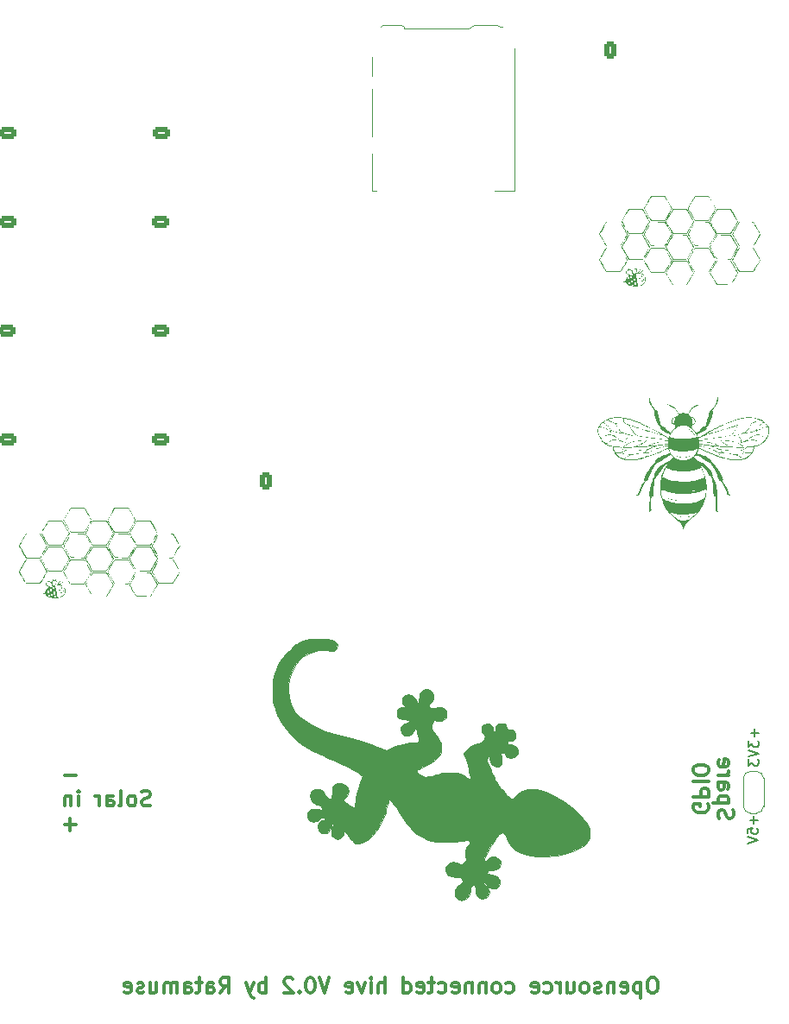
<source format=gbo>
G04 #@! TF.GenerationSoftware,KiCad,Pcbnew,(6.0.5)*
G04 #@! TF.CreationDate,2022-12-05T11:42:03+01:00*
G04 #@! TF.ProjectId,ruche,72756368-652e-46b6-9963-61645f706362,rev?*
G04 #@! TF.SameCoordinates,Original*
G04 #@! TF.FileFunction,Legend,Bot*
G04 #@! TF.FilePolarity,Positive*
%FSLAX46Y46*%
G04 Gerber Fmt 4.6, Leading zero omitted, Abs format (unit mm)*
G04 Created by KiCad (PCBNEW (6.0.5)) date 2022-12-05 11:42:03*
%MOMM*%
%LPD*%
G01*
G04 APERTURE LIST*
G04 Aperture macros list*
%AMRoundRect*
0 Rectangle with rounded corners*
0 $1 Rounding radius*
0 $2 $3 $4 $5 $6 $7 $8 $9 X,Y pos of 4 corners*
0 Add a 4 corners polygon primitive as box body*
4,1,4,$2,$3,$4,$5,$6,$7,$8,$9,$2,$3,0*
0 Add four circle primitives for the rounded corners*
1,1,$1+$1,$2,$3*
1,1,$1+$1,$4,$5*
1,1,$1+$1,$6,$7*
1,1,$1+$1,$8,$9*
0 Add four rect primitives between the rounded corners*
20,1,$1+$1,$2,$3,$4,$5,0*
20,1,$1+$1,$4,$5,$6,$7,0*
20,1,$1+$1,$6,$7,$8,$9,0*
20,1,$1+$1,$8,$9,$2,$3,0*%
%AMFreePoly0*
4,1,22,0.550000,-0.750000,0.000000,-0.750000,0.000000,-0.745033,-0.079941,-0.743568,-0.215256,-0.701293,-0.333266,-0.622738,-0.424486,-0.514219,-0.481581,-0.384460,-0.499164,-0.250000,-0.500000,-0.250000,-0.500000,0.250000,-0.499164,0.250000,-0.499963,0.256109,-0.478152,0.396186,-0.417904,0.524511,-0.324060,0.630769,-0.204165,0.706417,-0.067858,0.745374,0.000000,0.744959,0.000000,0.750000,
0.550000,0.750000,0.550000,-0.750000,0.550000,-0.750000,$1*%
%AMFreePoly1*
4,1,20,0.000000,0.744959,0.073905,0.744508,0.209726,0.703889,0.328688,0.626782,0.421226,0.519385,0.479903,0.390333,0.500000,0.250000,0.500000,-0.250000,0.499851,-0.262216,0.476331,-0.402017,0.414519,-0.529596,0.319384,-0.634700,0.198574,-0.708877,0.061801,-0.746166,0.000000,-0.745033,0.000000,-0.750000,-0.550000,-0.750000,-0.550000,0.750000,0.000000,0.750000,0.000000,0.744959,
0.000000,0.744959,$1*%
G04 Aperture macros list end*
%ADD10C,0.300000*%
%ADD11C,0.150000*%
%ADD12C,0.120000*%
%ADD13C,0.010000*%
%ADD14R,2.175000X2.175000*%
%ADD15C,2.175000*%
%ADD16RoundRect,0.250000X-0.350000X-0.625000X0.350000X-0.625000X0.350000X0.625000X-0.350000X0.625000X0*%
%ADD17O,1.200000X1.750000*%
%ADD18RoundRect,0.250000X-0.625000X0.350000X-0.625000X-0.350000X0.625000X-0.350000X0.625000X0.350000X0*%
%ADD19O,1.750000X1.200000*%
%ADD20RoundRect,0.250000X0.625000X-0.350000X0.625000X0.350000X-0.625000X0.350000X-0.625000X-0.350000X0*%
%ADD21C,1.500000*%
%ADD22C,4.540000*%
%ADD23R,1.650000X1.650000*%
%ADD24C,1.650000*%
%ADD25RoundRect,0.250000X0.350000X0.625000X-0.350000X0.625000X-0.350000X-0.625000X0.350000X-0.625000X0*%
%ADD26C,2.250000*%
%ADD27FreePoly0,270.000000*%
%ADD28R,1.500000X1.000000*%
%ADD29FreePoly1,270.000000*%
%ADD30R,0.700000X1.200000*%
%ADD31R,1.000000X0.800000*%
%ADD32R,1.300000X1.900000*%
%ADD33R,1.000000X1.200000*%
%ADD34R,1.000000X2.800000*%
G04 APERTURE END LIST*
D10*
X95455000Y-143322142D02*
X94312142Y-143322142D01*
X102740714Y-146237142D02*
X102526428Y-146308571D01*
X102169285Y-146308571D01*
X102026428Y-146237142D01*
X101955000Y-146165714D01*
X101883571Y-146022857D01*
X101883571Y-145880000D01*
X101955000Y-145737142D01*
X102026428Y-145665714D01*
X102169285Y-145594285D01*
X102455000Y-145522857D01*
X102597857Y-145451428D01*
X102669285Y-145380000D01*
X102740714Y-145237142D01*
X102740714Y-145094285D01*
X102669285Y-144951428D01*
X102597857Y-144880000D01*
X102455000Y-144808571D01*
X102097857Y-144808571D01*
X101883571Y-144880000D01*
X101026428Y-146308571D02*
X101169285Y-146237142D01*
X101240714Y-146165714D01*
X101312142Y-146022857D01*
X101312142Y-145594285D01*
X101240714Y-145451428D01*
X101169285Y-145380000D01*
X101026428Y-145308571D01*
X100812142Y-145308571D01*
X100669285Y-145380000D01*
X100597857Y-145451428D01*
X100526428Y-145594285D01*
X100526428Y-146022857D01*
X100597857Y-146165714D01*
X100669285Y-146237142D01*
X100812142Y-146308571D01*
X101026428Y-146308571D01*
X99669285Y-146308571D02*
X99812142Y-146237142D01*
X99883571Y-146094285D01*
X99883571Y-144808571D01*
X98455000Y-146308571D02*
X98455000Y-145522857D01*
X98526428Y-145380000D01*
X98669285Y-145308571D01*
X98955000Y-145308571D01*
X99097857Y-145380000D01*
X98455000Y-146237142D02*
X98597857Y-146308571D01*
X98955000Y-146308571D01*
X99097857Y-146237142D01*
X99169285Y-146094285D01*
X99169285Y-145951428D01*
X99097857Y-145808571D01*
X98955000Y-145737142D01*
X98597857Y-145737142D01*
X98455000Y-145665714D01*
X97740714Y-146308571D02*
X97740714Y-145308571D01*
X97740714Y-145594285D02*
X97669285Y-145451428D01*
X97597857Y-145380000D01*
X97455000Y-145308571D01*
X97312142Y-145308571D01*
X95669285Y-146308571D02*
X95669285Y-145308571D01*
X95669285Y-144808571D02*
X95740714Y-144880000D01*
X95669285Y-144951428D01*
X95597857Y-144880000D01*
X95669285Y-144808571D01*
X95669285Y-144951428D01*
X94955000Y-145308571D02*
X94955000Y-146308571D01*
X94955000Y-145451428D02*
X94883571Y-145380000D01*
X94740714Y-145308571D01*
X94526428Y-145308571D01*
X94383571Y-145380000D01*
X94312142Y-145522857D01*
X94312142Y-146308571D01*
X95455000Y-148152142D02*
X94312142Y-148152142D01*
X94883571Y-148723571D02*
X94883571Y-147580714D01*
X152141428Y-163148571D02*
X151855714Y-163148571D01*
X151712857Y-163220000D01*
X151570000Y-163362857D01*
X151498571Y-163648571D01*
X151498571Y-164148571D01*
X151570000Y-164434285D01*
X151712857Y-164577142D01*
X151855714Y-164648571D01*
X152141428Y-164648571D01*
X152284285Y-164577142D01*
X152427142Y-164434285D01*
X152498571Y-164148571D01*
X152498571Y-163648571D01*
X152427142Y-163362857D01*
X152284285Y-163220000D01*
X152141428Y-163148571D01*
X150855714Y-163648571D02*
X150855714Y-165148571D01*
X150855714Y-163720000D02*
X150712857Y-163648571D01*
X150427142Y-163648571D01*
X150284285Y-163720000D01*
X150212857Y-163791428D01*
X150141428Y-163934285D01*
X150141428Y-164362857D01*
X150212857Y-164505714D01*
X150284285Y-164577142D01*
X150427142Y-164648571D01*
X150712857Y-164648571D01*
X150855714Y-164577142D01*
X148927142Y-164577142D02*
X149070000Y-164648571D01*
X149355714Y-164648571D01*
X149498571Y-164577142D01*
X149570000Y-164434285D01*
X149570000Y-163862857D01*
X149498571Y-163720000D01*
X149355714Y-163648571D01*
X149070000Y-163648571D01*
X148927142Y-163720000D01*
X148855714Y-163862857D01*
X148855714Y-164005714D01*
X149570000Y-164148571D01*
X148212857Y-163648571D02*
X148212857Y-164648571D01*
X148212857Y-163791428D02*
X148141428Y-163720000D01*
X147998571Y-163648571D01*
X147784285Y-163648571D01*
X147641428Y-163720000D01*
X147570000Y-163862857D01*
X147570000Y-164648571D01*
X146927142Y-164577142D02*
X146784285Y-164648571D01*
X146498571Y-164648571D01*
X146355714Y-164577142D01*
X146284285Y-164434285D01*
X146284285Y-164362857D01*
X146355714Y-164220000D01*
X146498571Y-164148571D01*
X146712857Y-164148571D01*
X146855714Y-164077142D01*
X146927142Y-163934285D01*
X146927142Y-163862857D01*
X146855714Y-163720000D01*
X146712857Y-163648571D01*
X146498571Y-163648571D01*
X146355714Y-163720000D01*
X145427142Y-164648571D02*
X145570000Y-164577142D01*
X145641428Y-164505714D01*
X145712857Y-164362857D01*
X145712857Y-163934285D01*
X145641428Y-163791428D01*
X145570000Y-163720000D01*
X145427142Y-163648571D01*
X145212857Y-163648571D01*
X145070000Y-163720000D01*
X144998571Y-163791428D01*
X144927142Y-163934285D01*
X144927142Y-164362857D01*
X144998571Y-164505714D01*
X145070000Y-164577142D01*
X145212857Y-164648571D01*
X145427142Y-164648571D01*
X143641428Y-163648571D02*
X143641428Y-164648571D01*
X144284285Y-163648571D02*
X144284285Y-164434285D01*
X144212857Y-164577142D01*
X144070000Y-164648571D01*
X143855714Y-164648571D01*
X143712857Y-164577142D01*
X143641428Y-164505714D01*
X142927142Y-164648571D02*
X142927142Y-163648571D01*
X142927142Y-163934285D02*
X142855714Y-163791428D01*
X142784285Y-163720000D01*
X142641428Y-163648571D01*
X142498571Y-163648571D01*
X141355714Y-164577142D02*
X141498571Y-164648571D01*
X141784285Y-164648571D01*
X141927142Y-164577142D01*
X141998571Y-164505714D01*
X142070000Y-164362857D01*
X142070000Y-163934285D01*
X141998571Y-163791428D01*
X141927142Y-163720000D01*
X141784285Y-163648571D01*
X141498571Y-163648571D01*
X141355714Y-163720000D01*
X140141428Y-164577142D02*
X140284285Y-164648571D01*
X140570000Y-164648571D01*
X140712857Y-164577142D01*
X140784285Y-164434285D01*
X140784285Y-163862857D01*
X140712857Y-163720000D01*
X140570000Y-163648571D01*
X140284285Y-163648571D01*
X140141428Y-163720000D01*
X140070000Y-163862857D01*
X140070000Y-164005714D01*
X140784285Y-164148571D01*
X137641428Y-164577142D02*
X137784285Y-164648571D01*
X138070000Y-164648571D01*
X138212857Y-164577142D01*
X138284285Y-164505714D01*
X138355714Y-164362857D01*
X138355714Y-163934285D01*
X138284285Y-163791428D01*
X138212857Y-163720000D01*
X138070000Y-163648571D01*
X137784285Y-163648571D01*
X137641428Y-163720000D01*
X136784285Y-164648571D02*
X136927142Y-164577142D01*
X136998571Y-164505714D01*
X137070000Y-164362857D01*
X137070000Y-163934285D01*
X136998571Y-163791428D01*
X136927142Y-163720000D01*
X136784285Y-163648571D01*
X136570000Y-163648571D01*
X136427142Y-163720000D01*
X136355714Y-163791428D01*
X136284285Y-163934285D01*
X136284285Y-164362857D01*
X136355714Y-164505714D01*
X136427142Y-164577142D01*
X136570000Y-164648571D01*
X136784285Y-164648571D01*
X135641428Y-163648571D02*
X135641428Y-164648571D01*
X135641428Y-163791428D02*
X135570000Y-163720000D01*
X135427142Y-163648571D01*
X135212857Y-163648571D01*
X135070000Y-163720000D01*
X134998571Y-163862857D01*
X134998571Y-164648571D01*
X134284285Y-163648571D02*
X134284285Y-164648571D01*
X134284285Y-163791428D02*
X134212857Y-163720000D01*
X134070000Y-163648571D01*
X133855714Y-163648571D01*
X133712857Y-163720000D01*
X133641428Y-163862857D01*
X133641428Y-164648571D01*
X132355714Y-164577142D02*
X132498571Y-164648571D01*
X132784285Y-164648571D01*
X132927142Y-164577142D01*
X132998571Y-164434285D01*
X132998571Y-163862857D01*
X132927142Y-163720000D01*
X132784285Y-163648571D01*
X132498571Y-163648571D01*
X132355714Y-163720000D01*
X132284285Y-163862857D01*
X132284285Y-164005714D01*
X132998571Y-164148571D01*
X130998571Y-164577142D02*
X131141428Y-164648571D01*
X131427142Y-164648571D01*
X131570000Y-164577142D01*
X131641428Y-164505714D01*
X131712857Y-164362857D01*
X131712857Y-163934285D01*
X131641428Y-163791428D01*
X131570000Y-163720000D01*
X131427142Y-163648571D01*
X131141428Y-163648571D01*
X130998571Y-163720000D01*
X130570000Y-163648571D02*
X129998571Y-163648571D01*
X130355714Y-163148571D02*
X130355714Y-164434285D01*
X130284285Y-164577142D01*
X130141428Y-164648571D01*
X129998571Y-164648571D01*
X128927142Y-164577142D02*
X129070000Y-164648571D01*
X129355714Y-164648571D01*
X129498571Y-164577142D01*
X129570000Y-164434285D01*
X129570000Y-163862857D01*
X129498571Y-163720000D01*
X129355714Y-163648571D01*
X129070000Y-163648571D01*
X128927142Y-163720000D01*
X128855714Y-163862857D01*
X128855714Y-164005714D01*
X129570000Y-164148571D01*
X127570000Y-164648571D02*
X127570000Y-163148571D01*
X127570000Y-164577142D02*
X127712857Y-164648571D01*
X127998571Y-164648571D01*
X128141428Y-164577142D01*
X128212857Y-164505714D01*
X128284285Y-164362857D01*
X128284285Y-163934285D01*
X128212857Y-163791428D01*
X128141428Y-163720000D01*
X127998571Y-163648571D01*
X127712857Y-163648571D01*
X127570000Y-163720000D01*
X125712857Y-164648571D02*
X125712857Y-163148571D01*
X125070000Y-164648571D02*
X125070000Y-163862857D01*
X125141428Y-163720000D01*
X125284285Y-163648571D01*
X125498571Y-163648571D01*
X125641428Y-163720000D01*
X125712857Y-163791428D01*
X124355714Y-164648571D02*
X124355714Y-163648571D01*
X124355714Y-163148571D02*
X124427142Y-163220000D01*
X124355714Y-163291428D01*
X124284285Y-163220000D01*
X124355714Y-163148571D01*
X124355714Y-163291428D01*
X123784285Y-163648571D02*
X123427142Y-164648571D01*
X123070000Y-163648571D01*
X121927142Y-164577142D02*
X122070000Y-164648571D01*
X122355714Y-164648571D01*
X122498571Y-164577142D01*
X122570000Y-164434285D01*
X122570000Y-163862857D01*
X122498571Y-163720000D01*
X122355714Y-163648571D01*
X122070000Y-163648571D01*
X121927142Y-163720000D01*
X121855714Y-163862857D01*
X121855714Y-164005714D01*
X122570000Y-164148571D01*
X120284285Y-163148571D02*
X119784285Y-164648571D01*
X119284285Y-163148571D01*
X118498571Y-163148571D02*
X118355714Y-163148571D01*
X118212857Y-163220000D01*
X118141428Y-163291428D01*
X118070000Y-163434285D01*
X117998571Y-163720000D01*
X117998571Y-164077142D01*
X118070000Y-164362857D01*
X118141428Y-164505714D01*
X118212857Y-164577142D01*
X118355714Y-164648571D01*
X118498571Y-164648571D01*
X118641428Y-164577142D01*
X118712857Y-164505714D01*
X118784285Y-164362857D01*
X118855714Y-164077142D01*
X118855714Y-163720000D01*
X118784285Y-163434285D01*
X118712857Y-163291428D01*
X118641428Y-163220000D01*
X118498571Y-163148571D01*
X117355714Y-164505714D02*
X117284285Y-164577142D01*
X117355714Y-164648571D01*
X117427142Y-164577142D01*
X117355714Y-164505714D01*
X117355714Y-164648571D01*
X116712857Y-163291428D02*
X116641428Y-163220000D01*
X116498571Y-163148571D01*
X116141428Y-163148571D01*
X115998571Y-163220000D01*
X115927142Y-163291428D01*
X115855714Y-163434285D01*
X115855714Y-163577142D01*
X115927142Y-163791428D01*
X116784285Y-164648571D01*
X115855714Y-164648571D01*
X114070000Y-164648571D02*
X114070000Y-163148571D01*
X114070000Y-163720000D02*
X113927142Y-163648571D01*
X113641428Y-163648571D01*
X113498571Y-163720000D01*
X113427142Y-163791428D01*
X113355714Y-163934285D01*
X113355714Y-164362857D01*
X113427142Y-164505714D01*
X113498571Y-164577142D01*
X113641428Y-164648571D01*
X113927142Y-164648571D01*
X114070000Y-164577142D01*
X112855714Y-163648571D02*
X112498571Y-164648571D01*
X112141428Y-163648571D02*
X112498571Y-164648571D01*
X112641428Y-165005714D01*
X112712857Y-165077142D01*
X112855714Y-165148571D01*
X109570000Y-164648571D02*
X110070000Y-163934285D01*
X110427142Y-164648571D02*
X110427142Y-163148571D01*
X109855714Y-163148571D01*
X109712857Y-163220000D01*
X109641428Y-163291428D01*
X109570000Y-163434285D01*
X109570000Y-163648571D01*
X109641428Y-163791428D01*
X109712857Y-163862857D01*
X109855714Y-163934285D01*
X110427142Y-163934285D01*
X108284285Y-164648571D02*
X108284285Y-163862857D01*
X108355714Y-163720000D01*
X108498571Y-163648571D01*
X108784285Y-163648571D01*
X108927142Y-163720000D01*
X108284285Y-164577142D02*
X108427142Y-164648571D01*
X108784285Y-164648571D01*
X108927142Y-164577142D01*
X108998571Y-164434285D01*
X108998571Y-164291428D01*
X108927142Y-164148571D01*
X108784285Y-164077142D01*
X108427142Y-164077142D01*
X108284285Y-164005714D01*
X107784285Y-163648571D02*
X107212857Y-163648571D01*
X107570000Y-163148571D02*
X107570000Y-164434285D01*
X107498571Y-164577142D01*
X107355714Y-164648571D01*
X107212857Y-164648571D01*
X106070000Y-164648571D02*
X106070000Y-163862857D01*
X106141428Y-163720000D01*
X106284285Y-163648571D01*
X106570000Y-163648571D01*
X106712857Y-163720000D01*
X106070000Y-164577142D02*
X106212857Y-164648571D01*
X106570000Y-164648571D01*
X106712857Y-164577142D01*
X106784285Y-164434285D01*
X106784285Y-164291428D01*
X106712857Y-164148571D01*
X106570000Y-164077142D01*
X106212857Y-164077142D01*
X106070000Y-164005714D01*
X105355714Y-164648571D02*
X105355714Y-163648571D01*
X105355714Y-163791428D02*
X105284285Y-163720000D01*
X105141428Y-163648571D01*
X104927142Y-163648571D01*
X104784285Y-163720000D01*
X104712857Y-163862857D01*
X104712857Y-164648571D01*
X104712857Y-163862857D02*
X104641428Y-163720000D01*
X104498571Y-163648571D01*
X104284285Y-163648571D01*
X104141428Y-163720000D01*
X104070000Y-163862857D01*
X104070000Y-164648571D01*
X102712857Y-163648571D02*
X102712857Y-164648571D01*
X103355714Y-163648571D02*
X103355714Y-164434285D01*
X103284285Y-164577142D01*
X103141428Y-164648571D01*
X102927142Y-164648571D01*
X102784285Y-164577142D01*
X102712857Y-164505714D01*
X102070000Y-164577142D02*
X101927142Y-164648571D01*
X101641428Y-164648571D01*
X101498571Y-164577142D01*
X101427142Y-164434285D01*
X101427142Y-164362857D01*
X101498571Y-164220000D01*
X101641428Y-164148571D01*
X101855714Y-164148571D01*
X101998571Y-164077142D01*
X102070000Y-163934285D01*
X102070000Y-163862857D01*
X101998571Y-163720000D01*
X101855714Y-163648571D01*
X101641428Y-163648571D01*
X101498571Y-163720000D01*
X100212857Y-164577142D02*
X100355714Y-164648571D01*
X100641428Y-164648571D01*
X100784285Y-164577142D01*
X100855714Y-164434285D01*
X100855714Y-163862857D01*
X100784285Y-163720000D01*
X100641428Y-163648571D01*
X100355714Y-163648571D01*
X100212857Y-163720000D01*
X100141428Y-163862857D01*
X100141428Y-164005714D01*
X100855714Y-164148571D01*
X158490357Y-147522857D02*
X158418928Y-147308571D01*
X158418928Y-146951428D01*
X158490357Y-146808571D01*
X158561785Y-146737142D01*
X158704642Y-146665714D01*
X158847500Y-146665714D01*
X158990357Y-146737142D01*
X159061785Y-146808571D01*
X159133214Y-146951428D01*
X159204642Y-147237142D01*
X159276071Y-147380000D01*
X159347500Y-147451428D01*
X159490357Y-147522857D01*
X159633214Y-147522857D01*
X159776071Y-147451428D01*
X159847500Y-147380000D01*
X159918928Y-147237142D01*
X159918928Y-146880000D01*
X159847500Y-146665714D01*
X159418928Y-146022857D02*
X157918928Y-146022857D01*
X159347500Y-146022857D02*
X159418928Y-145880000D01*
X159418928Y-145594285D01*
X159347500Y-145451428D01*
X159276071Y-145380000D01*
X159133214Y-145308571D01*
X158704642Y-145308571D01*
X158561785Y-145380000D01*
X158490357Y-145451428D01*
X158418928Y-145594285D01*
X158418928Y-145880000D01*
X158490357Y-146022857D01*
X158418928Y-144022857D02*
X159204642Y-144022857D01*
X159347500Y-144094285D01*
X159418928Y-144237142D01*
X159418928Y-144522857D01*
X159347500Y-144665714D01*
X158490357Y-144022857D02*
X158418928Y-144165714D01*
X158418928Y-144522857D01*
X158490357Y-144665714D01*
X158633214Y-144737142D01*
X158776071Y-144737142D01*
X158918928Y-144665714D01*
X158990357Y-144522857D01*
X158990357Y-144165714D01*
X159061785Y-144022857D01*
X158418928Y-143308571D02*
X159418928Y-143308571D01*
X159133214Y-143308571D02*
X159276071Y-143237142D01*
X159347500Y-143165714D01*
X159418928Y-143022857D01*
X159418928Y-142880000D01*
X158490357Y-141808571D02*
X158418928Y-141951428D01*
X158418928Y-142237142D01*
X158490357Y-142380000D01*
X158633214Y-142451428D01*
X159204642Y-142451428D01*
X159347500Y-142380000D01*
X159418928Y-142237142D01*
X159418928Y-141951428D01*
X159347500Y-141808571D01*
X159204642Y-141737142D01*
X159061785Y-141737142D01*
X158918928Y-142451428D01*
X157432500Y-146130000D02*
X157503928Y-146272857D01*
X157503928Y-146487142D01*
X157432500Y-146701428D01*
X157289642Y-146844285D01*
X157146785Y-146915714D01*
X156861071Y-146987142D01*
X156646785Y-146987142D01*
X156361071Y-146915714D01*
X156218214Y-146844285D01*
X156075357Y-146701428D01*
X156003928Y-146487142D01*
X156003928Y-146344285D01*
X156075357Y-146130000D01*
X156146785Y-146058571D01*
X156646785Y-146058571D01*
X156646785Y-146344285D01*
X156003928Y-145415714D02*
X157503928Y-145415714D01*
X157503928Y-144844285D01*
X157432500Y-144701428D01*
X157361071Y-144630000D01*
X157218214Y-144558571D01*
X157003928Y-144558571D01*
X156861071Y-144630000D01*
X156789642Y-144701428D01*
X156718214Y-144844285D01*
X156718214Y-145415714D01*
X156003928Y-143915714D02*
X157503928Y-143915714D01*
X157503928Y-142915714D02*
X157503928Y-142630000D01*
X157432500Y-142487142D01*
X157289642Y-142344285D01*
X157003928Y-142272857D01*
X156503928Y-142272857D01*
X156218214Y-142344285D01*
X156075357Y-142487142D01*
X156003928Y-142630000D01*
X156003928Y-142915714D01*
X156075357Y-143058571D01*
X156218214Y-143201428D01*
X156503928Y-143272857D01*
X157003928Y-143272857D01*
X157289642Y-143201428D01*
X157432500Y-143058571D01*
X157503928Y-142915714D01*
D11*
X162011428Y-138768095D02*
X162011428Y-139530000D01*
X162392380Y-139149047D02*
X161630476Y-139149047D01*
X161392380Y-139910952D02*
X161392380Y-140530000D01*
X161773333Y-140196666D01*
X161773333Y-140339523D01*
X161820952Y-140434761D01*
X161868571Y-140482380D01*
X161963809Y-140530000D01*
X162201904Y-140530000D01*
X162297142Y-140482380D01*
X162344761Y-140434761D01*
X162392380Y-140339523D01*
X162392380Y-140053809D01*
X162344761Y-139958571D01*
X162297142Y-139910952D01*
X161392380Y-140815714D02*
X162392380Y-141149047D01*
X161392380Y-141482380D01*
X161392380Y-141720476D02*
X161392380Y-142339523D01*
X161773333Y-142006190D01*
X161773333Y-142149047D01*
X161820952Y-142244285D01*
X161868571Y-142291904D01*
X161963809Y-142339523D01*
X162201904Y-142339523D01*
X162297142Y-142291904D01*
X162344761Y-142244285D01*
X162392380Y-142149047D01*
X162392380Y-141863333D01*
X162344761Y-141768095D01*
X162297142Y-141720476D01*
X161931428Y-147304285D02*
X161931428Y-148066190D01*
X162312380Y-147685238D02*
X161550476Y-147685238D01*
X161312380Y-149018571D02*
X161312380Y-148542380D01*
X161788571Y-148494761D01*
X161740952Y-148542380D01*
X161693333Y-148637619D01*
X161693333Y-148875714D01*
X161740952Y-148970952D01*
X161788571Y-149018571D01*
X161883809Y-149066190D01*
X162121904Y-149066190D01*
X162217142Y-149018571D01*
X162264761Y-148970952D01*
X162312380Y-148875714D01*
X162312380Y-148637619D01*
X162264761Y-148542380D01*
X162217142Y-148494761D01*
X161312380Y-149351904D02*
X162312380Y-149685238D01*
X161312380Y-150018571D01*
D12*
X160890000Y-143560000D02*
X160890000Y-146360000D01*
X162190000Y-142910000D02*
X161590000Y-142910000D01*
X162890000Y-146360000D02*
X162890000Y-143560000D01*
X161590000Y-147010000D02*
X162190000Y-147010000D01*
X162190000Y-147010000D02*
G75*
G03*
X162890000Y-146310000I0J700000D01*
G01*
X162890000Y-143610000D02*
G75*
G03*
X162190000Y-142910000I-699999J1D01*
G01*
X160890000Y-146310000D02*
G75*
G03*
X161590000Y-147010000I700000J0D01*
G01*
X161590000Y-142910000D02*
G75*
G03*
X160890000Y-143610000I-1J-699999D01*
G01*
G36*
X154375683Y-111968551D02*
G01*
X154415868Y-111986971D01*
X154423391Y-111990726D01*
X154560595Y-112048203D01*
X154704765Y-112088704D01*
X154854688Y-112112174D01*
X155009154Y-112118560D01*
X155166950Y-112107808D01*
X155326866Y-112079863D01*
X155487689Y-112034673D01*
X155534751Y-112019557D01*
X155568336Y-112010642D01*
X155589289Y-112008187D01*
X155600062Y-112011912D01*
X155603108Y-112021538D01*
X155602433Y-112023792D01*
X155589178Y-112034178D01*
X155561195Y-112047238D01*
X155521398Y-112062112D01*
X155472706Y-112077939D01*
X155418034Y-112093856D01*
X155360299Y-112109004D01*
X155302416Y-112122520D01*
X155247303Y-112133544D01*
X155197875Y-112141214D01*
X155175776Y-112143647D01*
X155111270Y-112148199D01*
X155038253Y-112150544D01*
X154962170Y-112150717D01*
X154888464Y-112148752D01*
X154822580Y-112144682D01*
X154769963Y-112138542D01*
X154678153Y-112120342D01*
X154549154Y-112083325D01*
X154430406Y-112035399D01*
X154389405Y-112015348D01*
X154357551Y-111997566D01*
X154339872Y-111983823D01*
X154334562Y-111972670D01*
X154339813Y-111962654D01*
X154349824Y-111960916D01*
X154375683Y-111968551D01*
G37*
G36*
X153572151Y-116145124D02*
G01*
X153594738Y-116150154D01*
X153628827Y-116160291D01*
X153676477Y-116175981D01*
X153739751Y-116197668D01*
X153823705Y-116225430D01*
X154053793Y-116288840D01*
X154291956Y-116336347D01*
X154539099Y-116368110D01*
X154796124Y-116384290D01*
X154805256Y-116384587D01*
X154870243Y-116387021D01*
X154918516Y-116389699D01*
X154951954Y-116392995D01*
X154972436Y-116397283D01*
X154981840Y-116402935D01*
X154982045Y-116410326D01*
X154974931Y-116419829D01*
X154967114Y-116421867D01*
X154942601Y-116423308D01*
X154904502Y-116423538D01*
X154855730Y-116422673D01*
X154799197Y-116420829D01*
X154737815Y-116418122D01*
X154674496Y-116414669D01*
X154612151Y-116410586D01*
X154553693Y-116405987D01*
X154502034Y-116400990D01*
X154294998Y-116372561D01*
X154084597Y-116331968D01*
X153880485Y-116280864D01*
X153688002Y-116220433D01*
X153655449Y-116208856D01*
X153608973Y-116191203D01*
X153577667Y-116177314D01*
X153559634Y-116166299D01*
X153552975Y-116157272D01*
X153552786Y-116156214D01*
X153553236Y-116148599D01*
X153559004Y-116144754D01*
X153572151Y-116145124D01*
G37*
G36*
X156197098Y-108625204D02*
G01*
X156186441Y-108705107D01*
X156162674Y-108771875D01*
X156125898Y-108825288D01*
X156076216Y-108865127D01*
X156063844Y-108872121D01*
X156036131Y-108884234D01*
X156006930Y-108889844D01*
X155967652Y-108890997D01*
X155904000Y-108890467D01*
X155894371Y-108928641D01*
X155890362Y-108943002D01*
X155880490Y-108975288D01*
X155867300Y-109016646D01*
X155852478Y-109061937D01*
X155837712Y-109106022D01*
X155824690Y-109143762D01*
X155815101Y-109170017D01*
X155816140Y-109178951D01*
X155828077Y-109195127D01*
X155852956Y-109218719D01*
X155892167Y-109251194D01*
X155987113Y-109333876D01*
X156081169Y-109432142D01*
X156169799Y-109543313D01*
X156255565Y-109670346D01*
X156307208Y-109752760D01*
X156423350Y-109628126D01*
X156471630Y-109576555D01*
X156545691Y-109498387D01*
X156615982Y-109425318D01*
X156681035Y-109358829D01*
X156739380Y-109300403D01*
X156789546Y-109251523D01*
X156830063Y-109213670D01*
X156859462Y-109188328D01*
X156885738Y-109168022D01*
X156938745Y-109132246D01*
X156985958Y-109109209D01*
X157031171Y-109097288D01*
X157078178Y-109094863D01*
X157139809Y-109097098D01*
X157163449Y-109050778D01*
X157172768Y-109032216D01*
X157224951Y-108916804D01*
X157276054Y-108783963D01*
X157326164Y-108633416D01*
X157375368Y-108464888D01*
X157423752Y-108278101D01*
X157471405Y-108072779D01*
X157485921Y-108006962D01*
X157507920Y-107907733D01*
X157526662Y-107824462D01*
X157542628Y-107755613D01*
X157556298Y-107699651D01*
X157568152Y-107655040D01*
X157578670Y-107620245D01*
X157588333Y-107593731D01*
X157597620Y-107573961D01*
X157607012Y-107559401D01*
X157616988Y-107548515D01*
X157628029Y-107539767D01*
X157640615Y-107531622D01*
X157644964Y-107529079D01*
X157677701Y-107514707D01*
X157712034Y-107505272D01*
X157721729Y-107503448D01*
X157734001Y-107499681D01*
X157745797Y-107492747D01*
X157758975Y-107480590D01*
X157775393Y-107461154D01*
X157796910Y-107432384D01*
X157825384Y-107392222D01*
X157862673Y-107338614D01*
X157870222Y-107327704D01*
X157935810Y-107230931D01*
X157998973Y-107134303D01*
X158057889Y-107040766D01*
X158110736Y-106953266D01*
X158155690Y-106874746D01*
X158190931Y-106808152D01*
X158191156Y-106807701D01*
X158223651Y-106736774D01*
X158252464Y-106660835D01*
X158278668Y-106576435D01*
X158303333Y-106480124D01*
X158327533Y-106368450D01*
X158340505Y-106304722D01*
X158350763Y-106256042D01*
X158358682Y-106221324D01*
X158364874Y-106198288D01*
X158369954Y-106184655D01*
X158374535Y-106178147D01*
X158379231Y-106176484D01*
X158379512Y-106176490D01*
X158385817Y-106180754D01*
X158390940Y-106194241D01*
X158395121Y-106218871D01*
X158398598Y-106256565D01*
X158401611Y-106309240D01*
X158404397Y-106378818D01*
X158406054Y-106433553D01*
X158406713Y-106503386D01*
X158404471Y-106561199D01*
X158398568Y-106611040D01*
X158388243Y-106656962D01*
X158372738Y-106703015D01*
X158351290Y-106753251D01*
X158323139Y-106811719D01*
X158275679Y-106902006D01*
X158200455Y-107030584D01*
X158110714Y-107170344D01*
X158006617Y-107321036D01*
X157888328Y-107482410D01*
X157858121Y-107522570D01*
X157890262Y-107549402D01*
X157898102Y-107556087D01*
X157911716Y-107570252D01*
X157919495Y-107586193D01*
X157923536Y-107609590D01*
X157925932Y-107646123D01*
X157925946Y-107646400D01*
X157925303Y-107703679D01*
X157917979Y-107771324D01*
X157903718Y-107850429D01*
X157882264Y-107942090D01*
X157853360Y-108047400D01*
X157816750Y-108167453D01*
X157772179Y-108303346D01*
X157749532Y-108367960D01*
X157669917Y-108562679D01*
X157576407Y-108746568D01*
X157467419Y-108922529D01*
X157341370Y-109093465D01*
X157315010Y-109126709D01*
X157294190Y-109154204D01*
X157282238Y-109172948D01*
X157277567Y-109186103D01*
X157278591Y-109196827D01*
X157283723Y-109208282D01*
X157296265Y-109249702D01*
X157291250Y-109294110D01*
X157267878Y-109338997D01*
X157226348Y-109383755D01*
X157226059Y-109384009D01*
X157187949Y-109413922D01*
X157133785Y-109451047D01*
X157064618Y-109494770D01*
X156981499Y-109544476D01*
X156885480Y-109599550D01*
X156777610Y-109659377D01*
X156658940Y-109723343D01*
X156530521Y-109790833D01*
X156366170Y-109876192D01*
X156390386Y-109929691D01*
X156400692Y-109953957D01*
X156416853Y-109995050D01*
X156434717Y-110042907D01*
X156451957Y-110091416D01*
X156452518Y-110093042D01*
X156463595Y-110124757D01*
X156467088Y-110134759D01*
X156479465Y-110169328D01*
X156488354Y-110193193D01*
X156492464Y-110202799D01*
X156499966Y-110199693D01*
X156521068Y-110188121D01*
X156553150Y-110169483D01*
X156593621Y-110145286D01*
X156639896Y-110117035D01*
X156653632Y-110108580D01*
X156873744Y-109975788D01*
X156951459Y-109930470D01*
X157107168Y-109930470D01*
X157108267Y-109930751D01*
X157113046Y-109929794D01*
X157123304Y-109927091D01*
X157140839Y-109922137D01*
X157167449Y-109914425D01*
X157204931Y-109903450D01*
X157255083Y-109888704D01*
X157319703Y-109869683D01*
X157400589Y-109845879D01*
X157563635Y-109797823D01*
X157776985Y-109734667D01*
X157988315Y-109671809D01*
X158196620Y-109609556D01*
X158400896Y-109548219D01*
X158600140Y-109488105D01*
X158793349Y-109429523D01*
X158979518Y-109372783D01*
X159157645Y-109318192D01*
X159326725Y-109266060D01*
X159485755Y-109216694D01*
X159633732Y-109170405D01*
X159769651Y-109127500D01*
X159892510Y-109088288D01*
X160001305Y-109053078D01*
X160095032Y-109022179D01*
X160172687Y-108995899D01*
X160233267Y-108974547D01*
X160250251Y-108968385D01*
X160305221Y-108948510D01*
X160364110Y-108927296D01*
X160416780Y-108908397D01*
X160429979Y-108903630D01*
X160538079Y-108860486D01*
X160610021Y-108825130D01*
X160704860Y-108825130D01*
X160707812Y-108826336D01*
X160725780Y-108829972D01*
X160755905Y-108834439D01*
X160793696Y-108839034D01*
X160941801Y-108850985D01*
X161145975Y-108853250D01*
X161347646Y-108839218D01*
X161544989Y-108809191D01*
X161736179Y-108763465D01*
X161919391Y-108702342D01*
X162092799Y-108626120D01*
X162112102Y-108616388D01*
X162213809Y-108561288D01*
X162306548Y-108504591D01*
X162385618Y-108449139D01*
X162425222Y-108418941D01*
X162401651Y-108408201D01*
X162398445Y-108406799D01*
X162369667Y-108396284D01*
X162327388Y-108382932D01*
X162275766Y-108367889D01*
X162218958Y-108352302D01*
X162161120Y-108337316D01*
X162106408Y-108324077D01*
X162058981Y-108313732D01*
X161955484Y-108295027D01*
X161731927Y-108268014D01*
X161499584Y-108257524D01*
X161258615Y-108263563D01*
X161009182Y-108286135D01*
X160923999Y-108296493D01*
X160928048Y-108381187D01*
X160928991Y-108421528D01*
X160927373Y-108444139D01*
X160923648Y-108496201D01*
X160907477Y-108563079D01*
X160879321Y-108628022D01*
X160864806Y-108652367D01*
X160833471Y-108695188D01*
X160796052Y-108738752D01*
X160757609Y-108777319D01*
X160723202Y-108805148D01*
X160723161Y-108805175D01*
X160708332Y-108817367D01*
X160704860Y-108825130D01*
X160610021Y-108825130D01*
X160628969Y-108815818D01*
X160704093Y-108768602D01*
X160764899Y-108717810D01*
X160812832Y-108662416D01*
X160849337Y-108601395D01*
X160878758Y-108525776D01*
X160894451Y-108444139D01*
X160892926Y-108365498D01*
X160889574Y-108343228D01*
X160885029Y-108319472D01*
X160881562Y-108308563D01*
X160874724Y-108307494D01*
X160851306Y-108309826D01*
X160813935Y-108316091D01*
X160765065Y-108325727D01*
X160707152Y-108338171D01*
X160642649Y-108352860D01*
X160574013Y-108369230D01*
X160503698Y-108386719D01*
X160434159Y-108404764D01*
X160367850Y-108422801D01*
X160307228Y-108440269D01*
X160284895Y-108446982D01*
X160082089Y-108512052D01*
X159865982Y-108588379D01*
X159637762Y-108675430D01*
X159398614Y-108772671D01*
X159149724Y-108879570D01*
X158892278Y-108995594D01*
X158627462Y-109120209D01*
X158356463Y-109252881D01*
X158080466Y-109393079D01*
X157800658Y-109540268D01*
X157518225Y-109693916D01*
X157512198Y-109697250D01*
X157429618Y-109743090D01*
X157353300Y-109785749D01*
X157284706Y-109824390D01*
X157225302Y-109858175D01*
X157176550Y-109886268D01*
X157139915Y-109907831D01*
X157116861Y-109922027D01*
X157108851Y-109928019D01*
X157108824Y-109928215D01*
X157107953Y-109929456D01*
X157107168Y-109930470D01*
X156951459Y-109930470D01*
X157107240Y-109839629D01*
X157350982Y-109701759D01*
X157601831Y-109563836D01*
X157856649Y-109427519D01*
X158112298Y-109294464D01*
X158365639Y-109166328D01*
X158613534Y-109044771D01*
X158852845Y-108931448D01*
X159080433Y-108828019D01*
X159197174Y-108776822D01*
X159447529Y-108671330D01*
X159688145Y-108575963D01*
X159918204Y-108491002D01*
X160136888Y-108416732D01*
X160343380Y-108353435D01*
X160536863Y-108301396D01*
X160716520Y-108260898D01*
X160756904Y-108252997D01*
X160994363Y-108215021D01*
X161227981Y-108192084D01*
X161456774Y-108184057D01*
X161679758Y-108190815D01*
X161895949Y-108212231D01*
X162104365Y-108248177D01*
X162304021Y-108298528D01*
X162493933Y-108363156D01*
X162620820Y-108418941D01*
X162673119Y-108441934D01*
X162840594Y-108534735D01*
X162888357Y-108565308D01*
X163009361Y-108653054D01*
X163009917Y-108653457D01*
X163118762Y-108748112D01*
X163213672Y-108847906D01*
X163293424Y-108951471D01*
X163356800Y-109057439D01*
X163398430Y-109154750D01*
X163402577Y-109164443D01*
X163417169Y-109211151D01*
X163444438Y-109340843D01*
X163454349Y-109475167D01*
X163453467Y-109492180D01*
X163447207Y-109612978D01*
X163423312Y-109753134D01*
X163382967Y-109894489D01*
X163326475Y-110035901D01*
X163254138Y-110176224D01*
X163190066Y-110276903D01*
X163166257Y-110314315D01*
X163063136Y-110449029D01*
X163005502Y-110514805D01*
X162929437Y-110594068D01*
X162847952Y-110672136D01*
X162764287Y-110746161D01*
X162681680Y-110813295D01*
X162679595Y-110814823D01*
X162603371Y-110870693D01*
X162532597Y-110915504D01*
X162526896Y-110918683D01*
X162476122Y-110943182D01*
X162411633Y-110969289D01*
X162337669Y-110995572D01*
X162258471Y-111020598D01*
X162178277Y-111042936D01*
X162101330Y-111061154D01*
X162064247Y-111069053D01*
X162029337Y-111076561D01*
X162005312Y-111081814D01*
X161995936Y-111083995D01*
X161994483Y-111088410D01*
X161991456Y-111100599D01*
X161989683Y-111107741D01*
X161982524Y-111138851D01*
X161973927Y-111177815D01*
X161930488Y-111337326D01*
X161870301Y-111492552D01*
X161794812Y-111639961D01*
X161743558Y-111718645D01*
X161705103Y-111777680D01*
X161602261Y-111903842D01*
X161487371Y-112016575D01*
X161364211Y-112114213D01*
X161218130Y-112207479D01*
X161062575Y-112284775D01*
X161035385Y-112294884D01*
X160898039Y-112345949D01*
X160725012Y-112390850D01*
X160543986Y-112419324D01*
X160355454Y-112431221D01*
X160159908Y-112426389D01*
X159961418Y-112408422D01*
X159726618Y-112376258D01*
X159478414Y-112331389D01*
X159217017Y-112273863D01*
X158942641Y-112203726D01*
X158655496Y-112121027D01*
X158355794Y-112025810D01*
X158267407Y-111996111D01*
X158038150Y-111915533D01*
X157811791Y-111830972D01*
X157590576Y-111743387D01*
X157376752Y-111653736D01*
X157172565Y-111562977D01*
X156980262Y-111472070D01*
X156802088Y-111381974D01*
X156640292Y-111293647D01*
X156624542Y-111284721D01*
X156584825Y-111262696D01*
X156552375Y-111245399D01*
X156530196Y-111234404D01*
X156521291Y-111231285D01*
X156520774Y-111232152D01*
X156515772Y-111245703D01*
X156515584Y-111246290D01*
X156507453Y-111271671D01*
X156501885Y-111290204D01*
X156497314Y-111305421D01*
X156484659Y-111347605D01*
X156454963Y-111437001D01*
X156422887Y-111519188D01*
X156385385Y-111602242D01*
X156340542Y-111695973D01*
X156562359Y-111772182D01*
X156698014Y-111820101D01*
X156868373Y-111884365D01*
X157026681Y-111948910D01*
X157172218Y-112013347D01*
X157304262Y-112077282D01*
X157422091Y-112140327D01*
X157524985Y-112202089D01*
X157612222Y-112262178D01*
X157683082Y-112320203D01*
X157736843Y-112375772D01*
X157772784Y-112428494D01*
X157784860Y-112452552D01*
X157793112Y-112474945D01*
X157793994Y-112493456D01*
X157788795Y-112515047D01*
X157785381Y-112526545D01*
X157783010Y-112541993D01*
X157787508Y-112555017D01*
X157801275Y-112570593D01*
X157826710Y-112593698D01*
X157841958Y-112607391D01*
X157967399Y-112729415D01*
X158093138Y-112867859D01*
X158217782Y-113020668D01*
X158339934Y-113185784D01*
X158458201Y-113361150D01*
X158571186Y-113544710D01*
X158677497Y-113734407D01*
X158775736Y-113928184D01*
X158864510Y-114123983D01*
X158888419Y-114183344D01*
X158906536Y-114238868D01*
X158914864Y-114283395D01*
X158913594Y-114319521D01*
X158902916Y-114349843D01*
X158883019Y-114376956D01*
X158859252Y-114402601D01*
X158928732Y-114507975D01*
X158983793Y-114594206D01*
X159057882Y-114718195D01*
X159131266Y-114849464D01*
X159202100Y-114984352D01*
X159268534Y-115119203D01*
X159328723Y-115250356D01*
X159380819Y-115374154D01*
X159422974Y-115486936D01*
X159424631Y-115491729D01*
X159452015Y-115566263D01*
X159478236Y-115626433D01*
X159505720Y-115676104D01*
X159536894Y-115719139D01*
X159574183Y-115759403D01*
X159620013Y-115800759D01*
X159682388Y-115853675D01*
X159593155Y-115848654D01*
X159566859Y-115846872D01*
X159493114Y-115837187D01*
X159434210Y-115820149D01*
X159387642Y-115794027D01*
X159350908Y-115757089D01*
X159321503Y-115707605D01*
X159296924Y-115643842D01*
X159295533Y-115639587D01*
X159282471Y-115602498D01*
X159263475Y-115551741D01*
X159239809Y-115490477D01*
X159212741Y-115421866D01*
X159183536Y-115349067D01*
X159153461Y-115275240D01*
X159123781Y-115203545D01*
X159095764Y-115137141D01*
X159070674Y-115079189D01*
X159044206Y-115020134D01*
X158999306Y-114923969D01*
X158953156Y-114829558D01*
X158907381Y-114740052D01*
X158863610Y-114658605D01*
X158823469Y-114588369D01*
X158788585Y-114532499D01*
X158728313Y-114441963D01*
X158676369Y-114436602D01*
X158628714Y-114426484D01*
X158578692Y-114405632D01*
X158535776Y-114377517D01*
X158505811Y-114345268D01*
X158499946Y-114334355D01*
X158487132Y-114304814D01*
X158471255Y-114263595D01*
X158453782Y-114214574D01*
X158436184Y-114161627D01*
X158381775Y-113997943D01*
X158311933Y-113805999D01*
X158239717Y-113627967D01*
X158163937Y-113461109D01*
X158083405Y-113302684D01*
X157996930Y-113149956D01*
X157958816Y-113087891D01*
X157916272Y-113022074D01*
X157871570Y-112955825D01*
X157826078Y-112890954D01*
X157781168Y-112829266D01*
X157738210Y-112772570D01*
X157698574Y-112722673D01*
X157663630Y-112681382D01*
X157634748Y-112650505D01*
X157613298Y-112631848D01*
X157600651Y-112627221D01*
X157591885Y-112629007D01*
X157563963Y-112628257D01*
X157527229Y-112622721D01*
X157487564Y-112613640D01*
X157450852Y-112602252D01*
X157422974Y-112589796D01*
X157421463Y-112588895D01*
X157400429Y-112575122D01*
X157367740Y-112552420D01*
X157326427Y-112522949D01*
X157279520Y-112488869D01*
X157230051Y-112452339D01*
X157168878Y-112407272D01*
X156999100Y-112287669D01*
X156837193Y-112182145D01*
X156681279Y-112089509D01*
X156529477Y-112008572D01*
X156494277Y-111991376D01*
X156449865Y-111970537D01*
X156402257Y-111948859D01*
X156354824Y-111927816D01*
X156310938Y-111908883D01*
X156273970Y-111893534D01*
X156247293Y-111883243D01*
X156234277Y-111879485D01*
X156231793Y-111880666D01*
X156218833Y-111892535D01*
X156198690Y-111914441D01*
X156174537Y-111943009D01*
X156169351Y-111949343D01*
X156139996Y-111984486D01*
X156111289Y-112017864D01*
X156088779Y-112043006D01*
X156075738Y-112057320D01*
X156060692Y-112074911D01*
X156054831Y-112083406D01*
X156054831Y-112083416D01*
X156061167Y-112091273D01*
X156078270Y-112109621D01*
X156103543Y-112135735D01*
X156134388Y-112166889D01*
X156172235Y-112205737D01*
X156216850Y-112253090D01*
X156262528Y-112302827D01*
X156303700Y-112348956D01*
X156312435Y-112358848D01*
X156347010Y-112396329D01*
X156377559Y-112426899D01*
X156401443Y-112448014D01*
X156416019Y-112457130D01*
X156423940Y-112459726D01*
X156448724Y-112469357D01*
X156485062Y-112484385D01*
X156529464Y-112503354D01*
X156578441Y-112524810D01*
X156682682Y-112573044D01*
X156868741Y-112669782D01*
X157043731Y-112774919D01*
X157206151Y-112887381D01*
X157354497Y-113006093D01*
X157487270Y-113129980D01*
X157602968Y-113257969D01*
X157656619Y-113326145D01*
X157721484Y-113417852D01*
X157777273Y-113508000D01*
X157823142Y-113594781D01*
X157858243Y-113676388D01*
X157881731Y-113751012D01*
X157892757Y-113816844D01*
X157890477Y-113872078D01*
X157888078Y-113883400D01*
X157880452Y-113908961D01*
X157872758Y-113923789D01*
X157869950Y-113930674D01*
X157874731Y-113950138D01*
X157891356Y-113981786D01*
X157892863Y-113984340D01*
X157919615Y-114032760D01*
X157950937Y-114094055D01*
X157984774Y-114163814D01*
X158019074Y-114237624D01*
X158051784Y-114311074D01*
X158080852Y-114379753D01*
X158104224Y-114439248D01*
X158166655Y-114621105D01*
X158235211Y-114860927D01*
X158293003Y-115113345D01*
X158339617Y-115376503D01*
X158374639Y-115648548D01*
X158375391Y-115655769D01*
X158380531Y-115709995D01*
X158384728Y-115762571D01*
X158387566Y-115807816D01*
X158388632Y-115840049D01*
X158387245Y-115869681D01*
X158378625Y-115915762D01*
X158363339Y-115951652D01*
X158342804Y-115973234D01*
X158328541Y-115981561D01*
X158316197Y-115991057D01*
X158309798Y-116002961D01*
X158308504Y-116021331D01*
X158311475Y-116050228D01*
X158317872Y-116093709D01*
X158328170Y-116168411D01*
X158342462Y-116297590D01*
X158353882Y-116434716D01*
X158362240Y-116575400D01*
X158367342Y-116715252D01*
X158368999Y-116849884D01*
X158367017Y-116974907D01*
X158361205Y-117085932D01*
X158358871Y-117117103D01*
X158355496Y-117167274D01*
X158353942Y-117204857D01*
X158354344Y-117233956D01*
X158356837Y-117258678D01*
X158361557Y-117283127D01*
X158368640Y-117311411D01*
X158381697Y-117354397D01*
X158399087Y-117401988D01*
X158416449Y-117441777D01*
X158416926Y-117442738D01*
X158431186Y-117471953D01*
X158441333Y-117493595D01*
X158445198Y-117503042D01*
X158444058Y-117503949D01*
X158431322Y-117501455D01*
X158408271Y-117493328D01*
X158379697Y-117481506D01*
X158350390Y-117467924D01*
X158325143Y-117454520D01*
X158324616Y-117454210D01*
X158261107Y-117409627D01*
X158215734Y-117361225D01*
X158188631Y-117309189D01*
X158179931Y-117253704D01*
X158180333Y-117238223D01*
X158181773Y-117203522D01*
X158184050Y-117157169D01*
X158186958Y-117103303D01*
X158190291Y-117046065D01*
X158190934Y-117035167D01*
X158195406Y-116939246D01*
X158198451Y-116834501D01*
X158200113Y-116723998D01*
X158200432Y-116610808D01*
X158199452Y-116497998D01*
X158197214Y-116388638D01*
X158193761Y-116285795D01*
X158189135Y-116192540D01*
X158183378Y-116111939D01*
X158176533Y-116047063D01*
X158174681Y-116034074D01*
X158169242Y-116013063D01*
X158159159Y-116002789D01*
X158140247Y-115997541D01*
X158109693Y-115987738D01*
X158066811Y-115963941D01*
X158026756Y-115932050D01*
X157996294Y-115896802D01*
X157969948Y-115857017D01*
X157964036Y-115493983D01*
X157962647Y-115417285D01*
X157959841Y-115302727D01*
X157956217Y-115202068D01*
X157951536Y-115112236D01*
X157945560Y-115030159D01*
X157938052Y-114952763D01*
X157928774Y-114876975D01*
X157917487Y-114799723D01*
X157903955Y-114717935D01*
X157860231Y-114502367D01*
X157801676Y-114284870D01*
X157728925Y-114072161D01*
X157717195Y-114041417D01*
X157703693Y-114008260D01*
X157692652Y-113986736D01*
X157681628Y-113973256D01*
X157668177Y-113964231D01*
X157649854Y-113956071D01*
X157640920Y-113952173D01*
X157615206Y-113938054D01*
X157590434Y-113919000D01*
X157564997Y-113893052D01*
X157537289Y-113858252D01*
X157505703Y-113812638D01*
X157468633Y-113754252D01*
X157424472Y-113681134D01*
X157378450Y-113604558D01*
X157301668Y-113481054D01*
X157230734Y-113372849D01*
X157164763Y-113278611D01*
X157102871Y-113197010D01*
X157083878Y-113173751D01*
X157033743Y-113116627D01*
X156976894Y-113056478D01*
X156916984Y-112996879D01*
X156857669Y-112941406D01*
X156802605Y-112893634D01*
X156755446Y-112857139D01*
X156705008Y-112821823D01*
X156667789Y-112796549D01*
X156643633Y-112781283D01*
X156631530Y-112775388D01*
X156630469Y-112778225D01*
X156634460Y-112784908D01*
X156647041Y-112805888D01*
X156666317Y-112837993D01*
X156690565Y-112878353D01*
X156718058Y-112924094D01*
X156761231Y-112999197D01*
X156797667Y-113062582D01*
X156920283Y-113304820D01*
X157025737Y-113553374D01*
X157113645Y-113807205D01*
X157175661Y-114035914D01*
X157183622Y-114065272D01*
X157235285Y-114326532D01*
X157238464Y-114346467D01*
X157275188Y-114629360D01*
X157296055Y-114909989D01*
X157297668Y-114998837D01*
X157301079Y-115186756D01*
X157298831Y-115243215D01*
X157290274Y-115458066D01*
X157263654Y-115722323D01*
X157221232Y-115977929D01*
X157217061Y-115998429D01*
X157157161Y-116246145D01*
X157081761Y-116483304D01*
X156990682Y-116710276D01*
X156942382Y-116808353D01*
X156883742Y-116927427D01*
X156760763Y-117135127D01*
X156621564Y-117333744D01*
X156535345Y-117438970D01*
X156465965Y-117523645D01*
X156462149Y-117527818D01*
X156407244Y-117587857D01*
X156283736Y-117710087D01*
X156145043Y-117831760D01*
X155989435Y-117954439D01*
X155977491Y-117963451D01*
X155826693Y-118083927D01*
X155684060Y-118210294D01*
X155551256Y-118340739D01*
X155429945Y-118473449D01*
X155321790Y-118606613D01*
X155228458Y-118738417D01*
X155151610Y-118867048D01*
X155151269Y-118867682D01*
X155132373Y-118906843D01*
X155113173Y-118953190D01*
X155095337Y-119001882D01*
X155080532Y-119048078D01*
X155070426Y-119086936D01*
X155066687Y-119113615D01*
X155063715Y-119135005D01*
X155055394Y-119152223D01*
X155048804Y-119157238D01*
X155029044Y-119163516D01*
X155014601Y-119160509D01*
X154997578Y-119143352D01*
X154991400Y-119113615D01*
X154988143Y-119087929D01*
X154977471Y-119046931D01*
X154960934Y-118997600D01*
X154940143Y-118944331D01*
X154916710Y-118891516D01*
X154892249Y-118843546D01*
X154884672Y-118830017D01*
X154791552Y-118681778D01*
X154679815Y-118533233D01*
X154549641Y-118384577D01*
X154401212Y-118236002D01*
X154234708Y-118087704D01*
X154050311Y-117939877D01*
X153955963Y-117866036D01*
X153833499Y-117763181D01*
X153722763Y-117660576D01*
X153620203Y-117554693D01*
X153605225Y-117537458D01*
X153711655Y-117537458D01*
X153717301Y-117547497D01*
X153734355Y-117566184D01*
X153763552Y-117594968D01*
X153805627Y-117635299D01*
X153846834Y-117674133D01*
X153894024Y-117716933D01*
X153942424Y-117758711D01*
X153995577Y-117802436D01*
X154057023Y-117851078D01*
X154130303Y-117907607D01*
X154241738Y-117995090D01*
X154357874Y-118092446D01*
X154459685Y-118185327D01*
X154463422Y-118188899D01*
X154489687Y-118213075D01*
X154511242Y-118229254D01*
X154533878Y-118240366D01*
X154563385Y-118249337D01*
X154605553Y-118259095D01*
X154620267Y-118262284D01*
X154670583Y-118272522D01*
X154720411Y-118281834D01*
X154760833Y-118288530D01*
X154783523Y-118291159D01*
X154826198Y-118294499D01*
X154879121Y-118297511D01*
X154938144Y-118300064D01*
X154999120Y-118302032D01*
X155057902Y-118303287D01*
X155110344Y-118303699D01*
X155152298Y-118303141D01*
X155179618Y-118301484D01*
X155230548Y-118295247D01*
X155291499Y-118287394D01*
X155340556Y-118280418D01*
X155381763Y-118273691D01*
X155419166Y-118266585D01*
X155456809Y-118258473D01*
X155494100Y-118249646D01*
X155524306Y-118240306D01*
X155547650Y-118228614D01*
X155570294Y-118211391D01*
X155598403Y-118185458D01*
X155651114Y-118136427D01*
X155769878Y-118033349D01*
X155904257Y-117925845D01*
X155992923Y-117856660D01*
X156082982Y-117784355D01*
X156159705Y-117720160D01*
X156224420Y-117662932D01*
X156278454Y-117611528D01*
X156323132Y-117564803D01*
X156356546Y-117527818D01*
X156297445Y-117546213D01*
X156190440Y-117577357D01*
X156008063Y-117622077D01*
X155815125Y-117660173D01*
X155616189Y-117690972D01*
X155415820Y-117713803D01*
X155218584Y-117727995D01*
X155029044Y-117732874D01*
X154912210Y-117730968D01*
X154717158Y-117720200D01*
X154517255Y-117700523D01*
X154317068Y-117672608D01*
X154121164Y-117637128D01*
X153934111Y-117594755D01*
X153760476Y-117546161D01*
X153755822Y-117544714D01*
X153731650Y-117537516D01*
X153716683Y-117534614D01*
X153711655Y-117537458D01*
X153605225Y-117537458D01*
X153522268Y-117442004D01*
X153425408Y-117318981D01*
X153388098Y-117268825D01*
X153331869Y-117189721D01*
X153281858Y-117113798D01*
X153234846Y-117035858D01*
X153187616Y-116950705D01*
X153153694Y-116885384D01*
X153546123Y-116885384D01*
X153548442Y-116902929D01*
X153561202Y-116931314D01*
X153584899Y-116971777D01*
X153620032Y-117025556D01*
X153699083Y-117136351D01*
X153803725Y-117267245D01*
X153912208Y-117387210D01*
X153922300Y-117397472D01*
X153956711Y-117429264D01*
X153982131Y-117447044D01*
X153997862Y-117450412D01*
X154003201Y-117438970D01*
X153998992Y-117430576D01*
X153984021Y-117410739D01*
X153960763Y-117383427D01*
X153931902Y-117351919D01*
X153843679Y-117253558D01*
X153737069Y-117120813D01*
X153641140Y-116985506D01*
X153632745Y-116972886D01*
X153606794Y-116935082D01*
X153584618Y-116904538D01*
X153568345Y-116884113D01*
X153560107Y-116876669D01*
X153553745Y-116877441D01*
X153546123Y-116885384D01*
X153153694Y-116885384D01*
X153136950Y-116853142D01*
X153065010Y-116701320D01*
X153041601Y-116642593D01*
X153421018Y-116642593D01*
X153423596Y-116662944D01*
X153435503Y-116695875D01*
X153457086Y-116743062D01*
X153461526Y-116752094D01*
X153481241Y-116788295D01*
X153497564Y-116811817D01*
X153508846Y-116820204D01*
X153517813Y-116818062D01*
X153522104Y-116808353D01*
X153518525Y-116788794D01*
X153506616Y-116757205D01*
X153485919Y-116711404D01*
X153481046Y-116701231D01*
X153461444Y-116664289D01*
X153445318Y-116640444D01*
X153434159Y-116631986D01*
X153427424Y-116633146D01*
X153421018Y-116642593D01*
X153041601Y-116642593D01*
X152974239Y-116473595D01*
X152898936Y-116236304D01*
X152839287Y-115990392D01*
X152795476Y-115736802D01*
X152767690Y-115476477D01*
X152758204Y-115258417D01*
X152829406Y-115258417D01*
X152830662Y-115293132D01*
X152833074Y-115338419D01*
X152836427Y-115391175D01*
X152840507Y-115448297D01*
X152845100Y-115506683D01*
X152849991Y-115563229D01*
X152854967Y-115614834D01*
X152859813Y-115658395D01*
X152862174Y-115677395D01*
X152867857Y-115720385D01*
X152874226Y-115764197D01*
X152881852Y-115812365D01*
X152891307Y-115868422D01*
X152903160Y-115935898D01*
X152917984Y-116018328D01*
X152922283Y-116031326D01*
X152943073Y-116062252D01*
X152978478Y-116098349D01*
X153026602Y-116138357D01*
X153085548Y-116181013D01*
X153153419Y-116225056D01*
X153228321Y-116269222D01*
X153308357Y-116312252D01*
X153391631Y-116352882D01*
X153476246Y-116389851D01*
X153489399Y-116395202D01*
X153673358Y-116461598D01*
X153870862Y-116517717D01*
X154082417Y-116563653D01*
X154308527Y-116599503D01*
X154549696Y-116625362D01*
X154806430Y-116641325D01*
X154837306Y-116642583D01*
X154900770Y-116644984D01*
X154958776Y-116646940D01*
X155007989Y-116648349D01*
X155045071Y-116649113D01*
X155066687Y-116649131D01*
X155262562Y-116641489D01*
X155444541Y-116630634D01*
X155612493Y-116616288D01*
X155768724Y-116598100D01*
X155915541Y-116575716D01*
X156055249Y-116548786D01*
X156190157Y-116516955D01*
X156322569Y-116479873D01*
X156454794Y-116437188D01*
X156522525Y-116412478D01*
X156610321Y-116376429D01*
X156697331Y-116336576D01*
X156781679Y-116294065D01*
X156861490Y-116250042D01*
X156934891Y-116205654D01*
X157000005Y-116162045D01*
X157054958Y-116120363D01*
X157097875Y-116081752D01*
X157126882Y-116047358D01*
X157140103Y-116018328D01*
X157146841Y-115981031D01*
X157160325Y-115905426D01*
X157171083Y-115843264D01*
X157179686Y-115791012D01*
X157186705Y-115745139D01*
X157192711Y-115702110D01*
X157198274Y-115658395D01*
X157201242Y-115632611D01*
X157206230Y-115583403D01*
X157211199Y-115528151D01*
X157215937Y-115469953D01*
X157220229Y-115411907D01*
X157223864Y-115357112D01*
X157226627Y-115308666D01*
X157228307Y-115269668D01*
X157228690Y-115243215D01*
X157227563Y-115232407D01*
X157224758Y-115232621D01*
X157208907Y-115239325D01*
X157182629Y-115252837D01*
X157149760Y-115271243D01*
X157148958Y-115271707D01*
X157029203Y-115334649D01*
X156893104Y-115394779D01*
X156743007Y-115451394D01*
X156581254Y-115503790D01*
X156410190Y-115551264D01*
X156232158Y-115593112D01*
X156049503Y-115628629D01*
X155864568Y-115657113D01*
X155825359Y-115662286D01*
X155737896Y-115673233D01*
X155657638Y-115682197D01*
X155581331Y-115689362D01*
X155505723Y-115694916D01*
X155427562Y-115699041D01*
X155343595Y-115701925D01*
X155250571Y-115703752D01*
X155145236Y-115704707D01*
X155024338Y-115704976D01*
X154958728Y-115704900D01*
X154848387Y-115704308D01*
X154751911Y-115702973D01*
X154666070Y-115700711D01*
X154587635Y-115697336D01*
X154513377Y-115692661D01*
X154440066Y-115686503D01*
X154364472Y-115678675D01*
X154283366Y-115668992D01*
X154193519Y-115657268D01*
X154022596Y-115631106D01*
X153838781Y-115595890D01*
X153659701Y-115554347D01*
X153487683Y-115507170D01*
X153385563Y-115474446D01*
X155165502Y-115474446D01*
X155165540Y-115474926D01*
X155175235Y-115481668D01*
X155198949Y-115486943D01*
X155232213Y-115490625D01*
X155270558Y-115492588D01*
X155309516Y-115492703D01*
X155344618Y-115490844D01*
X155371394Y-115486884D01*
X155385376Y-115480696D01*
X155385680Y-115480327D01*
X155391670Y-115467510D01*
X155384308Y-115458829D01*
X155381593Y-115458233D01*
X155495771Y-115458233D01*
X155499546Y-115467510D01*
X155501694Y-115472788D01*
X155507717Y-115478015D01*
X155517939Y-115482740D01*
X155519087Y-115482565D01*
X155534145Y-115480819D01*
X155563404Y-115477663D01*
X155603273Y-115473479D01*
X155650163Y-115468649D01*
X155670196Y-115466555D01*
X155860045Y-115442005D01*
X156048557Y-115409408D01*
X156232319Y-115369573D01*
X156407922Y-115323309D01*
X156571956Y-115271424D01*
X156721008Y-115214727D01*
X156744260Y-115204815D01*
X156808676Y-115175715D01*
X156871983Y-115144942D01*
X156931877Y-115113812D01*
X156986051Y-115083640D01*
X157032200Y-115055740D01*
X157068019Y-115031430D01*
X157091200Y-115012024D01*
X157099440Y-114998837D01*
X157096604Y-114986114D01*
X157084474Y-114981685D01*
X157061594Y-114990072D01*
X157026663Y-115011502D01*
X156971890Y-115046299D01*
X156868448Y-115102971D01*
X156750987Y-115157925D01*
X156622496Y-115209985D01*
X156485959Y-115257974D01*
X156344365Y-115300714D01*
X156200700Y-115337028D01*
X156189531Y-115339543D01*
X156117581Y-115354704D01*
X156038205Y-115369925D01*
X155954631Y-115384714D01*
X155870092Y-115398579D01*
X155787818Y-115411027D01*
X155711040Y-115421565D01*
X155642987Y-115429702D01*
X155586891Y-115434946D01*
X155545982Y-115436803D01*
X155528227Y-115438164D01*
X155505628Y-115445869D01*
X155495771Y-115458233D01*
X155381593Y-115458233D01*
X155362285Y-115453994D01*
X155324292Y-115452710D01*
X155269021Y-115454686D01*
X155244392Y-115456131D01*
X155205606Y-115459259D01*
X155181427Y-115462991D01*
X155169008Y-115467873D01*
X155165502Y-115474446D01*
X153385563Y-115474446D01*
X153325054Y-115455056D01*
X153174141Y-115398698D01*
X153037272Y-115338792D01*
X152916773Y-115276032D01*
X152892229Y-115262229D01*
X152861431Y-115245802D01*
X152839616Y-115235297D01*
X152830399Y-115232533D01*
X152829520Y-115237377D01*
X152829406Y-115258417D01*
X152758204Y-115258417D01*
X152756113Y-115210361D01*
X152760932Y-114939397D01*
X152776418Y-114705180D01*
X152802834Y-114461981D01*
X152839658Y-114230853D01*
X152881604Y-114036618D01*
X152958647Y-114036618D01*
X152958649Y-114036782D01*
X152962795Y-114045915D01*
X152976279Y-114057470D01*
X153001101Y-114072674D01*
X153039259Y-114092755D01*
X153092752Y-114118940D01*
X153246042Y-114187193D01*
X153460974Y-114267397D01*
X153689798Y-114336324D01*
X153931708Y-114393789D01*
X154185897Y-114439605D01*
X154451562Y-114473587D01*
X154727895Y-114495550D01*
X154951099Y-114503530D01*
X155235127Y-114500509D01*
X155516947Y-114482979D01*
X155794308Y-114451209D01*
X156064959Y-114405470D01*
X156326652Y-114346033D01*
X156577135Y-114273168D01*
X156629237Y-114255682D01*
X156705872Y-114228214D01*
X156781232Y-114199317D01*
X156853251Y-114169931D01*
X156919862Y-114140994D01*
X156978998Y-114113445D01*
X157028590Y-114088224D01*
X157066573Y-114066269D01*
X157090879Y-114048519D01*
X157099440Y-114035914D01*
X157099324Y-114033910D01*
X157095522Y-114014131D01*
X157087088Y-113980572D01*
X157075026Y-113936658D01*
X157060343Y-113885815D01*
X157044042Y-113831470D01*
X157027130Y-113777046D01*
X157010612Y-113725972D01*
X156995492Y-113681671D01*
X156980029Y-113639407D01*
X156957090Y-113580140D01*
X156931534Y-113517067D01*
X156904425Y-113452553D01*
X156876829Y-113388965D01*
X156849808Y-113328668D01*
X156824428Y-113274029D01*
X156801751Y-113227413D01*
X156782843Y-113191187D01*
X156768767Y-113167716D01*
X156760588Y-113159367D01*
X156759959Y-113159455D01*
X156746796Y-113164024D01*
X156720402Y-113174503D01*
X156684256Y-113189482D01*
X156641838Y-113207548D01*
X156453412Y-113280788D01*
X156242450Y-113346449D01*
X156017407Y-113401001D01*
X155778969Y-113444281D01*
X155527821Y-113476121D01*
X155458350Y-113481882D01*
X155366185Y-113486981D01*
X155262506Y-113490652D01*
X155151096Y-113492892D01*
X155035742Y-113493702D01*
X154920228Y-113493081D01*
X154808340Y-113491028D01*
X154703864Y-113487543D01*
X154610584Y-113482625D01*
X154532286Y-113476274D01*
X154510459Y-113474011D01*
X154256174Y-113440747D01*
X154017012Y-113396297D01*
X153792977Y-113340661D01*
X153584073Y-113273841D01*
X153390305Y-113195837D01*
X153370325Y-113186987D01*
X153336973Y-113172795D01*
X153312172Y-113163012D01*
X153300196Y-113159367D01*
X153296121Y-113161896D01*
X153283872Y-113178825D01*
X153266354Y-113209702D01*
X153244616Y-113252217D01*
X153219711Y-113304062D01*
X153192689Y-113362924D01*
X153164600Y-113426496D01*
X153136495Y-113492466D01*
X153109425Y-113558525D01*
X153084442Y-113622364D01*
X153062595Y-113681671D01*
X153060263Y-113688300D01*
X153044631Y-113734568D01*
X153027832Y-113786901D01*
X153010868Y-113841876D01*
X152994741Y-113896072D01*
X152980453Y-113946066D01*
X152969007Y-113988437D01*
X152961404Y-114019762D01*
X152958647Y-114036618D01*
X152881604Y-114036618D01*
X152887446Y-114009565D01*
X152946754Y-113795886D01*
X153018136Y-113587584D01*
X153102149Y-113382429D01*
X153199347Y-113178188D01*
X153212075Y-113153301D01*
X153235370Y-113108769D01*
X153715824Y-113108769D01*
X153716434Y-113122063D01*
X153717720Y-113124032D01*
X153730323Y-113132423D01*
X153743462Y-113122360D01*
X153756904Y-113094164D01*
X153770415Y-113048152D01*
X153776962Y-113020048D01*
X153780125Y-112999197D01*
X153778177Y-112988432D01*
X153771166Y-112983378D01*
X153764027Y-112981878D01*
X153749259Y-112986368D01*
X153743130Y-112997694D01*
X153734765Y-113022064D01*
X153726452Y-113052728D01*
X153719651Y-113083644D01*
X153715824Y-113108769D01*
X153235370Y-113108769D01*
X153238210Y-113103340D01*
X153264707Y-113054546D01*
X153293510Y-113003506D01*
X153326562Y-112946810D01*
X153365808Y-112881043D01*
X153366073Y-112880605D01*
X153788759Y-112880605D01*
X153794884Y-112898483D01*
X153805690Y-112900853D01*
X153819594Y-112886619D01*
X153835263Y-112856475D01*
X153846991Y-112829717D01*
X153914655Y-112699187D01*
X153994866Y-112578563D01*
X154085290Y-112471439D01*
X154109002Y-112445901D01*
X154134678Y-112414766D01*
X154146557Y-112393800D01*
X154145145Y-112381975D01*
X154130944Y-112378263D01*
X154130027Y-112378361D01*
X154116176Y-112386762D01*
X154093564Y-112406692D01*
X154064861Y-112435299D01*
X154032737Y-112469731D01*
X153999863Y-112507136D01*
X153968909Y-112544664D01*
X153942545Y-112579461D01*
X153942536Y-112579474D01*
X153919369Y-112614399D01*
X153893882Y-112656852D01*
X153867797Y-112703456D01*
X153842840Y-112750836D01*
X153820734Y-112795616D01*
X153803203Y-112834422D01*
X153791970Y-112863876D01*
X153788759Y-112880605D01*
X153366073Y-112880605D01*
X153413191Y-112802794D01*
X153432598Y-112770898D01*
X153375154Y-112807500D01*
X153296227Y-112861318D01*
X153213677Y-112926171D01*
X153133447Y-112998948D01*
X153054336Y-113081062D01*
X152975147Y-113173925D01*
X152894680Y-113278951D01*
X152811735Y-113397552D01*
X152725113Y-113531142D01*
X152633615Y-113681134D01*
X152618095Y-113707119D01*
X152576468Y-113775130D01*
X152541398Y-113829059D01*
X152511279Y-113870868D01*
X152484504Y-113902516D01*
X152459464Y-113925964D01*
X152434552Y-113943172D01*
X152408162Y-113956101D01*
X152405072Y-113957385D01*
X152386319Y-113966211D01*
X152372766Y-113976682D01*
X152361505Y-113992809D01*
X152349629Y-114018603D01*
X152334229Y-114058074D01*
X152277794Y-114217952D01*
X152207312Y-114464332D01*
X152154132Y-114717935D01*
X152145729Y-114767732D01*
X152133573Y-114846429D01*
X152123520Y-114922434D01*
X152115332Y-114998818D01*
X152108773Y-115078654D01*
X152103602Y-115165016D01*
X152099584Y-115260977D01*
X152096479Y-115369608D01*
X152094051Y-115493983D01*
X152088140Y-115857017D01*
X152061793Y-115896802D01*
X152039248Y-115924250D01*
X152000926Y-115957193D01*
X151958310Y-115983181D01*
X151918149Y-115997483D01*
X151913590Y-115998355D01*
X151903105Y-116001223D01*
X151894991Y-116006649D01*
X151888714Y-116016947D01*
X151883736Y-116034435D01*
X151879525Y-116061430D01*
X151875543Y-116100246D01*
X151871256Y-116153202D01*
X151866128Y-116222612D01*
X151863927Y-116264118D01*
X151862160Y-116323515D01*
X151860972Y-116395667D01*
X151860334Y-116477704D01*
X151860222Y-116566756D01*
X151860608Y-116659951D01*
X151861465Y-116754419D01*
X151862768Y-116847291D01*
X151864490Y-116935695D01*
X151866604Y-117016762D01*
X151869084Y-117087619D01*
X151871903Y-117145399D01*
X151875035Y-117187229D01*
X151877469Y-117227995D01*
X151877100Y-117267405D01*
X151873993Y-117296737D01*
X151862214Y-117329941D01*
X151831686Y-117374757D01*
X151786587Y-117417413D01*
X151729322Y-117455739D01*
X151662297Y-117487568D01*
X151641212Y-117495482D01*
X151620787Y-117502176D01*
X151612889Y-117503322D01*
X151616348Y-117494507D01*
X151626079Y-117473318D01*
X151639882Y-117444641D01*
X151658066Y-117406520D01*
X151677715Y-117359661D01*
X151690281Y-117317897D01*
X151696989Y-117275280D01*
X151699065Y-117225865D01*
X151697731Y-117163702D01*
X151696568Y-117128454D01*
X151694765Y-117047400D01*
X151693752Y-116958325D01*
X151693493Y-116864585D01*
X151693954Y-116769533D01*
X151695099Y-116676524D01*
X151696893Y-116588913D01*
X151699301Y-116510054D01*
X151702288Y-116443301D01*
X151705819Y-116392008D01*
X151710997Y-116338497D01*
X151718825Y-116266128D01*
X151727455Y-116193072D01*
X151735781Y-116129035D01*
X151741421Y-116088234D01*
X151746482Y-116047881D01*
X151748356Y-116020407D01*
X151746607Y-116002508D01*
X151740802Y-115990882D01*
X151730506Y-115982225D01*
X151715283Y-115973234D01*
X151702736Y-115962522D01*
X151685230Y-115932332D01*
X151673583Y-115890719D01*
X151669355Y-115842134D01*
X151669720Y-115819792D01*
X151673140Y-115757040D01*
X151679808Y-115680586D01*
X151689296Y-115593713D01*
X151701174Y-115499702D01*
X151715014Y-115401835D01*
X151730386Y-115303392D01*
X151746862Y-115207656D01*
X151764014Y-115117908D01*
X151802615Y-114943882D01*
X151850572Y-114760813D01*
X151904380Y-114584301D01*
X151963177Y-114416787D01*
X152026103Y-114260709D01*
X152092296Y-114118510D01*
X152160898Y-113992629D01*
X152165000Y-113985706D01*
X152180498Y-113958071D01*
X152187374Y-113940404D01*
X152186863Y-113927745D01*
X152180200Y-113915138D01*
X152174985Y-113904530D01*
X152167732Y-113870440D01*
X152166456Y-113826231D01*
X152171115Y-113777220D01*
X152181667Y-113728726D01*
X152195522Y-113687757D01*
X152221546Y-113625252D01*
X152254103Y-113557506D01*
X152290492Y-113490066D01*
X152328010Y-113428477D01*
X152420406Y-113300412D01*
X152538742Y-113163953D01*
X152673637Y-113032936D01*
X152824104Y-112908238D01*
X152989157Y-112790737D01*
X153167811Y-112681310D01*
X153180150Y-112674352D01*
X153259702Y-112631356D01*
X153345202Y-112587872D01*
X153431189Y-112546539D01*
X153512199Y-112509995D01*
X153582769Y-112480880D01*
X153596669Y-112475490D01*
X153626424Y-112463255D01*
X153649712Y-112451370D01*
X153670302Y-112436928D01*
X153691964Y-112417026D01*
X153718466Y-112388756D01*
X153753578Y-112349215D01*
X153791487Y-112306906D01*
X153837568Y-112256749D01*
X153883137Y-112208255D01*
X153922325Y-112167737D01*
X153924117Y-112165925D01*
X153954915Y-112134505D01*
X153980072Y-112108372D01*
X153997035Y-112090205D01*
X154003256Y-112082685D01*
X154000619Y-112078616D01*
X153988298Y-112063961D01*
X153969308Y-112043006D01*
X153965771Y-112039168D01*
X153941659Y-112011966D01*
X153912402Y-111977756D01*
X153883550Y-111943009D01*
X153873464Y-111930823D01*
X153850556Y-111904553D01*
X153832947Y-111886315D01*
X153823810Y-111879485D01*
X153812347Y-111882695D01*
X153786616Y-111892528D01*
X153750330Y-111907536D01*
X153706863Y-111926242D01*
X153659586Y-111947173D01*
X153611870Y-111968855D01*
X153567088Y-111989812D01*
X153528610Y-112008572D01*
X153476219Y-112035440D01*
X153323201Y-112120307D01*
X153165418Y-112217285D01*
X153000990Y-112327566D01*
X152828036Y-112452339D01*
X152822406Y-112456527D01*
X152773075Y-112492888D01*
X152726650Y-112526555D01*
X152686160Y-112555368D01*
X152654638Y-112577168D01*
X152635113Y-112589796D01*
X152622611Y-112596092D01*
X152589639Y-112608140D01*
X152550775Y-112618525D01*
X152511896Y-112626004D01*
X152478880Y-112629338D01*
X152457602Y-112627284D01*
X152446297Y-112630883D01*
X152425432Y-112648373D01*
X152397019Y-112678288D01*
X152362416Y-112718837D01*
X152322983Y-112768227D01*
X152280078Y-112824669D01*
X152235060Y-112886371D01*
X152189289Y-112951542D01*
X152144124Y-113018391D01*
X152100922Y-113085126D01*
X152061045Y-113149956D01*
X152026469Y-113209044D01*
X151950766Y-113347533D01*
X151879607Y-113491533D01*
X151811843Y-113643700D01*
X151746327Y-113806688D01*
X151681911Y-113983151D01*
X151617446Y-114175743D01*
X151610754Y-114196172D01*
X151593548Y-114245829D01*
X151576980Y-114290018D01*
X151562659Y-114324558D01*
X151552196Y-114345268D01*
X151524952Y-114375305D01*
X151482803Y-114403822D01*
X151433065Y-114425297D01*
X151381548Y-114436619D01*
X151329434Y-114441998D01*
X151264656Y-114540080D01*
X151260420Y-114546546D01*
X151217916Y-114616267D01*
X151170858Y-114701193D01*
X151120382Y-114798889D01*
X151067623Y-114906917D01*
X151013716Y-115022843D01*
X150959799Y-115144229D01*
X150907005Y-115268641D01*
X150856471Y-115393642D01*
X150809332Y-115516795D01*
X150789341Y-115570218D01*
X150769305Y-115622897D01*
X150751559Y-115668699D01*
X150737498Y-115704026D01*
X150728517Y-115725279D01*
X150710161Y-115756119D01*
X150671444Y-115793209D01*
X150618122Y-115820762D01*
X150549470Y-115839118D01*
X150464761Y-115848615D01*
X150375357Y-115853598D01*
X150432723Y-115805585D01*
X150468060Y-115774309D01*
X150520271Y-115718568D01*
X150562593Y-115657769D01*
X150598000Y-115587333D01*
X150629468Y-115502679D01*
X150655010Y-115430121D01*
X150696496Y-115325868D01*
X150746269Y-115212101D01*
X150802730Y-115092003D01*
X150864279Y-114968758D01*
X150929315Y-114845550D01*
X150996240Y-114725561D01*
X151063454Y-114611975D01*
X151129356Y-114507975D01*
X151198835Y-114402601D01*
X151175068Y-114376956D01*
X151168186Y-114369083D01*
X151151612Y-114342980D01*
X151143446Y-114313441D01*
X151143922Y-114277914D01*
X151153276Y-114233845D01*
X151171739Y-114178680D01*
X151199548Y-114109867D01*
X151246422Y-114004210D01*
X151330952Y-113830335D01*
X151425823Y-113652626D01*
X151528383Y-113475965D01*
X151635986Y-113305235D01*
X151741398Y-113150981D01*
X151860105Y-112992254D01*
X151980143Y-112847968D01*
X152103399Y-112715868D01*
X152231762Y-112593698D01*
X152247053Y-112579908D01*
X152265726Y-112561466D01*
X152274062Y-112547849D01*
X152274454Y-112534047D01*
X152269292Y-112515047D01*
X152264823Y-112498037D01*
X152264147Y-112479420D01*
X152270539Y-112458573D01*
X152285286Y-112428528D01*
X152304660Y-112398082D01*
X152335341Y-112359980D01*
X152369520Y-112325044D01*
X152380390Y-112315337D01*
X152458366Y-112253687D01*
X152553652Y-112190003D01*
X152665106Y-112124828D01*
X152791589Y-112058706D01*
X152931962Y-111992181D01*
X153085086Y-111925797D01*
X153249819Y-111860099D01*
X153425023Y-111795631D01*
X153609559Y-111732937D01*
X153719344Y-111697107D01*
X153683770Y-111625958D01*
X153666536Y-111590220D01*
X153625680Y-111495534D01*
X153589164Y-111397254D01*
X153560541Y-111304647D01*
X153557964Y-111295137D01*
X153637378Y-111295137D01*
X153640338Y-111315907D01*
X153650005Y-111349300D01*
X153665244Y-111392565D01*
X153684921Y-111442949D01*
X153707901Y-111497703D01*
X153733048Y-111554075D01*
X153759228Y-111609313D01*
X153785307Y-111660666D01*
X153810149Y-111705384D01*
X153849231Y-111768539D01*
X153946723Y-111902586D01*
X154054726Y-112021064D01*
X154173008Y-112123825D01*
X154301334Y-112210723D01*
X154439472Y-112281611D01*
X154587188Y-112336342D01*
X154744249Y-112374771D01*
X154888124Y-112393800D01*
X154910421Y-112396749D01*
X154915465Y-112397152D01*
X154962609Y-112400677D01*
X155003870Y-112403362D01*
X155034959Y-112404950D01*
X155051585Y-112405186D01*
X155088341Y-112402586D01*
X155202796Y-112391747D01*
X155303894Y-112377218D01*
X155395714Y-112358196D01*
X155482333Y-112333875D01*
X155567831Y-112303453D01*
X155577192Y-112299749D01*
X155714187Y-112234866D01*
X155843332Y-112153515D01*
X155963593Y-112056731D01*
X156073935Y-111945550D01*
X156173324Y-111821004D01*
X156260726Y-111684129D01*
X156335106Y-111535959D01*
X156349995Y-111500967D01*
X156368988Y-111453259D01*
X156386533Y-111406091D01*
X156401478Y-111362832D01*
X156412671Y-111326852D01*
X156418958Y-111301520D01*
X156419187Y-111290204D01*
X156419037Y-111290097D01*
X156407979Y-111291839D01*
X156383243Y-111299474D01*
X156348355Y-111311824D01*
X156306843Y-111327711D01*
X156185866Y-111371990D01*
X155980289Y-111432558D01*
X155761942Y-111479749D01*
X155531171Y-111513503D01*
X155288324Y-111533763D01*
X155033749Y-111540471D01*
X154845978Y-111536965D01*
X154601509Y-111521050D01*
X154370184Y-111492230D01*
X154151619Y-111450443D01*
X153945433Y-111395624D01*
X153751244Y-111327711D01*
X153748665Y-111326693D01*
X153707447Y-111310983D01*
X153673062Y-111298879D01*
X153649037Y-111291560D01*
X153638900Y-111290204D01*
X153637378Y-111295137D01*
X153557964Y-111295137D01*
X153538652Y-111223881D01*
X153425104Y-111289503D01*
X153413235Y-111296329D01*
X153301276Y-111358026D01*
X153174472Y-111423646D01*
X153035673Y-111491847D01*
X152887728Y-111561289D01*
X152733488Y-111630630D01*
X152575802Y-111698530D01*
X152417521Y-111763647D01*
X152211310Y-111844343D01*
X151970401Y-111933396D01*
X151731844Y-112016061D01*
X151496791Y-112092066D01*
X151266394Y-112161142D01*
X151041804Y-112223020D01*
X150824172Y-112277427D01*
X150614651Y-112324095D01*
X150414391Y-112362754D01*
X150224545Y-112393133D01*
X150046264Y-112414961D01*
X149880699Y-112427970D01*
X149729002Y-112431888D01*
X149592325Y-112426445D01*
X149444865Y-112410461D01*
X149305714Y-112385490D01*
X149174473Y-112350603D01*
X149046378Y-112304528D01*
X149005809Y-112286220D01*
X149256947Y-112286220D01*
X149259156Y-112297645D01*
X149260119Y-112298189D01*
X149278684Y-112304473D01*
X149311769Y-112312352D01*
X149355621Y-112321120D01*
X149406489Y-112330070D01*
X149460620Y-112338496D01*
X149514260Y-112345690D01*
X149597979Y-112353520D01*
X149743016Y-112357916D01*
X149902893Y-112352616D01*
X150076881Y-112337719D01*
X150264250Y-112313326D01*
X150464270Y-112279537D01*
X150676211Y-112236452D01*
X150899343Y-112184174D01*
X151132937Y-112122800D01*
X151307041Y-112074720D01*
X151319151Y-112049385D01*
X151358795Y-112049385D01*
X151358944Y-112051191D01*
X151365854Y-112057831D01*
X151370477Y-112056818D01*
X151391495Y-112050593D01*
X151426683Y-112039395D01*
X151473696Y-112024019D01*
X151530193Y-112005262D01*
X151593829Y-111983920D01*
X151662261Y-111960789D01*
X151733145Y-111936665D01*
X151804139Y-111912345D01*
X151872899Y-111888623D01*
X151937081Y-111866297D01*
X151994342Y-111846162D01*
X152042339Y-111829015D01*
X152078729Y-111815652D01*
X152133314Y-111794989D01*
X152337286Y-111715297D01*
X152535904Y-111633828D01*
X152726998Y-111551556D01*
X152908397Y-111469457D01*
X153077932Y-111388508D01*
X153233432Y-111309683D01*
X153372726Y-111233957D01*
X153421795Y-111206259D01*
X153461316Y-111183340D01*
X153488544Y-111165448D01*
X153505469Y-111150147D01*
X153514087Y-111135001D01*
X153516388Y-111117576D01*
X153514365Y-111095435D01*
X153510012Y-111066142D01*
X153508508Y-111056333D01*
X153501851Y-111022698D01*
X153494680Y-110998312D01*
X153488305Y-110987902D01*
X153485625Y-110987763D01*
X153466881Y-110990579D01*
X153433101Y-110997587D01*
X153386554Y-111008214D01*
X153329510Y-111021888D01*
X153264237Y-111038035D01*
X153193006Y-111056083D01*
X153118085Y-111075460D01*
X153041745Y-111095593D01*
X152966253Y-111115909D01*
X152893880Y-111135835D01*
X152826895Y-111154800D01*
X152811486Y-111159251D01*
X152636675Y-111212002D01*
X152473222Y-111265528D01*
X152322175Y-111319400D01*
X152184581Y-111373189D01*
X152061488Y-111426468D01*
X151953943Y-111478808D01*
X151862993Y-111529781D01*
X151789686Y-111578958D01*
X151777473Y-111588233D01*
X151715029Y-111638478D01*
X151668451Y-111678843D01*
X151649985Y-111694846D01*
X151586887Y-111753163D01*
X151530277Y-111809259D01*
X151484701Y-111858962D01*
X151459228Y-111890142D01*
X151429308Y-111929885D01*
X151401966Y-111969217D01*
X151379541Y-112004602D01*
X151364372Y-112032504D01*
X151358795Y-112049385D01*
X151319151Y-112049385D01*
X151336832Y-112012393D01*
X151350196Y-111986313D01*
X151398399Y-111909967D01*
X151461194Y-111830183D01*
X151536506Y-111749689D01*
X151608184Y-111678843D01*
X151462315Y-111685284D01*
X151453230Y-111685702D01*
X151395466Y-111688837D01*
X151325486Y-111693256D01*
X151248779Y-111698580D01*
X151170835Y-111704430D01*
X151097142Y-111710429D01*
X150925176Y-111726505D01*
X150702858Y-111751862D01*
X150494226Y-111781128D01*
X150299778Y-111814167D01*
X150120010Y-111850844D01*
X150075644Y-111861674D01*
X149955418Y-111891022D01*
X149806497Y-111934566D01*
X149673745Y-111981341D01*
X149557655Y-112031211D01*
X149458726Y-112084040D01*
X149377453Y-112139692D01*
X149314331Y-112198032D01*
X149308600Y-112204501D01*
X149283591Y-112236178D01*
X149265733Y-112264575D01*
X149256947Y-112286220D01*
X149005809Y-112286220D01*
X148916669Y-112245993D01*
X148871833Y-112223019D01*
X148724556Y-112134401D01*
X148590054Y-112032269D01*
X148468913Y-111917375D01*
X148361720Y-111790471D01*
X148313549Y-111718645D01*
X148403796Y-111718645D01*
X148404426Y-111721048D01*
X148413918Y-111736492D01*
X148432742Y-111761449D01*
X148458227Y-111792706D01*
X148487705Y-111827050D01*
X148518506Y-111861269D01*
X148547962Y-111892150D01*
X148554607Y-111898815D01*
X148679435Y-112010442D01*
X148814678Y-112106641D01*
X148960985Y-112187822D01*
X149119003Y-112254397D01*
X149153249Y-112266827D01*
X149181868Y-112275666D01*
X149201216Y-112276675D01*
X149216045Y-112268635D01*
X149231106Y-112250331D01*
X149251149Y-112220544D01*
X149295492Y-112166292D01*
X149360777Y-112108328D01*
X149442136Y-112052747D01*
X149538138Y-112000412D01*
X149647354Y-111952184D01*
X149768354Y-111908924D01*
X149783312Y-111904128D01*
X149829198Y-111889344D01*
X149868462Y-111876591D01*
X149897334Y-111867099D01*
X149912043Y-111862095D01*
X149912746Y-111861674D01*
X149905262Y-111859779D01*
X149882004Y-111858032D01*
X149845479Y-111856544D01*
X149798192Y-111855422D01*
X149742647Y-111854774D01*
X149621815Y-111851678D01*
X149444619Y-111837496D01*
X149279928Y-111811674D01*
X149126136Y-111773936D01*
X148981641Y-111724007D01*
X148877217Y-111682265D01*
X148807540Y-111697666D01*
X148771351Y-111704021D01*
X148718946Y-111709331D01*
X148652971Y-111712575D01*
X148570839Y-111713931D01*
X148522492Y-111714347D01*
X148475054Y-111715127D01*
X148437465Y-111716160D01*
X148412715Y-111717361D01*
X148403796Y-111718645D01*
X148313549Y-111718645D01*
X148269062Y-111652311D01*
X148191525Y-111503646D01*
X148129696Y-111345230D01*
X148084161Y-111177815D01*
X148078134Y-111150348D01*
X148070428Y-111116366D01*
X148066635Y-111100599D01*
X148144391Y-111100599D01*
X148145338Y-111108774D01*
X148150139Y-111131773D01*
X148158059Y-111165851D01*
X148168266Y-111207284D01*
X148170565Y-111216259D01*
X148199749Y-111314404D01*
X148236050Y-111414112D01*
X148276797Y-111508595D01*
X148319319Y-111591065D01*
X148319914Y-111592104D01*
X148342641Y-111629915D01*
X148360152Y-111653981D01*
X148375209Y-111667504D01*
X148390573Y-111673685D01*
X148394252Y-111674363D01*
X148420960Y-111676869D01*
X148461177Y-111678520D01*
X148510575Y-111679338D01*
X148564828Y-111679348D01*
X148619610Y-111678572D01*
X148670594Y-111677035D01*
X148713453Y-111674759D01*
X148743861Y-111671769D01*
X148770037Y-111667276D01*
X148957674Y-111667276D01*
X148960018Y-111671931D01*
X148977249Y-111683386D01*
X149009036Y-111697257D01*
X149052775Y-111712800D01*
X149105859Y-111729270D01*
X149165681Y-111745922D01*
X149229637Y-111762012D01*
X149295121Y-111776796D01*
X149359527Y-111789528D01*
X149420248Y-111799463D01*
X149463666Y-111804590D01*
X149532897Y-111810191D01*
X149612488Y-111814527D01*
X149697684Y-111817484D01*
X149783732Y-111818949D01*
X149865876Y-111818810D01*
X149939361Y-111816952D01*
X149999433Y-111813262D01*
X150005172Y-111812742D01*
X150036309Y-111809706D01*
X150069773Y-111806030D01*
X150107598Y-111801434D01*
X150151819Y-111795638D01*
X150204469Y-111788362D01*
X150267583Y-111779327D01*
X150343194Y-111768253D01*
X150433338Y-111754858D01*
X150540048Y-111738865D01*
X150608505Y-111729115D01*
X150689388Y-111718471D01*
X150775656Y-111707812D01*
X150860607Y-111697965D01*
X150937543Y-111689759D01*
X151151525Y-111668238D01*
X151155108Y-111663035D01*
X151197529Y-111663035D01*
X151247577Y-111661419D01*
X151255306Y-111661167D01*
X151343900Y-111657842D01*
X151425283Y-111654011D01*
X151497520Y-111649812D01*
X151558676Y-111645384D01*
X151606817Y-111640865D01*
X151640009Y-111636393D01*
X151656316Y-111632109D01*
X151667443Y-111624859D01*
X151691821Y-111607606D01*
X151723952Y-111584043D01*
X151759835Y-111557070D01*
X151776283Y-111545040D01*
X151831959Y-111508673D01*
X151899963Y-111469013D01*
X151976291Y-111428150D01*
X152056940Y-111388174D01*
X152137906Y-111351178D01*
X152215187Y-111319251D01*
X152260259Y-111302090D01*
X152402477Y-111251103D01*
X152559319Y-111199070D01*
X152727765Y-111146905D01*
X152904794Y-111095523D01*
X153087388Y-111045841D01*
X153272525Y-110998772D01*
X153497000Y-110943737D01*
X153492120Y-110907351D01*
X153491132Y-110900425D01*
X153487005Y-110878071D01*
X153483430Y-110867155D01*
X153482150Y-110866966D01*
X153466700Y-110867968D01*
X153435687Y-110871159D01*
X153391444Y-110876264D01*
X153336304Y-110883008D01*
X153272600Y-110891114D01*
X153202664Y-110900308D01*
X153147865Y-110907539D01*
X153052066Y-110919884D01*
X152949791Y-110932766D01*
X152847320Y-110945406D01*
X152750933Y-110957023D01*
X152666909Y-110966838D01*
X152619143Y-110972399D01*
X152534435Y-110982967D01*
X152465481Y-110992725D01*
X152410248Y-111001998D01*
X152366706Y-111011112D01*
X152340136Y-111018389D01*
X152332823Y-111020392D01*
X152328601Y-111021742D01*
X152319658Y-111024818D01*
X152236654Y-111053369D01*
X152136038Y-111091675D01*
X152030083Y-111135130D01*
X151922120Y-111182198D01*
X151815479Y-111231349D01*
X151713490Y-111281048D01*
X151620155Y-111329415D01*
X151619485Y-111329762D01*
X151536794Y-111375960D01*
X151468746Y-111418107D01*
X151447379Y-111432643D01*
X151390403Y-111474405D01*
X151335259Y-111518751D01*
X151285512Y-111562595D01*
X151244727Y-111602851D01*
X151216471Y-111636433D01*
X151197529Y-111663035D01*
X151155108Y-111663035D01*
X151186177Y-111617925D01*
X151206676Y-111590621D01*
X151264296Y-111529288D01*
X151340029Y-111465011D01*
X151434082Y-111397605D01*
X151438685Y-111394528D01*
X151475663Y-111369764D01*
X151506123Y-111349289D01*
X151527019Y-111335155D01*
X151535304Y-111329415D01*
X151535293Y-111329339D01*
X151525665Y-111330590D01*
X151501369Y-111334811D01*
X151465805Y-111341391D01*
X151422374Y-111349720D01*
X151282815Y-111375617D01*
X151121168Y-111402913D01*
X150956277Y-111428191D01*
X150793483Y-111450678D01*
X150638124Y-111469599D01*
X150495539Y-111484178D01*
X150444333Y-111488531D01*
X150297348Y-111498124D01*
X150149963Y-111503696D01*
X150004874Y-111505314D01*
X149864781Y-111503047D01*
X149732381Y-111496964D01*
X149610372Y-111487134D01*
X149501453Y-111473626D01*
X149408321Y-111456507D01*
X149363717Y-111446511D01*
X149286062Y-111499001D01*
X149218737Y-111541191D01*
X149145027Y-111581623D01*
X149072245Y-111616429D01*
X149007002Y-111642215D01*
X148986804Y-111649812D01*
X148965805Y-111659962D01*
X148957674Y-111667276D01*
X148770037Y-111667276D01*
X148792910Y-111663350D01*
X148908252Y-111635213D01*
X149022722Y-111596678D01*
X149127672Y-111550478D01*
X149139810Y-111544211D01*
X149176060Y-111524232D01*
X149213740Y-111502003D01*
X149249272Y-111479802D01*
X149279081Y-111459906D01*
X149299590Y-111444595D01*
X149307221Y-111436144D01*
X149307207Y-111435955D01*
X149298517Y-111430084D01*
X149278594Y-111424390D01*
X149273402Y-111423259D01*
X149235436Y-111411825D01*
X149187624Y-111393687D01*
X149135445Y-111371185D01*
X149084377Y-111346659D01*
X149039898Y-111322448D01*
X149037064Y-111320750D01*
X148996890Y-111293427D01*
X148953833Y-111259480D01*
X148916742Y-111225850D01*
X148863771Y-111172879D01*
X148921257Y-111172879D01*
X148928895Y-111183403D01*
X148946805Y-111202230D01*
X148971983Y-111226136D01*
X149021362Y-111265600D01*
X149105691Y-111315889D01*
X149206497Y-111359674D01*
X149323003Y-111396719D01*
X149454431Y-111426788D01*
X149514018Y-111436144D01*
X149600004Y-111449645D01*
X149758944Y-111465053D01*
X149767037Y-111465610D01*
X149936217Y-111472390D01*
X150120705Y-111471171D01*
X150318924Y-111462102D01*
X150529300Y-111445331D01*
X150750256Y-111421009D01*
X150980216Y-111389284D01*
X151217604Y-111350304D01*
X151460845Y-111304219D01*
X151485938Y-111299138D01*
X151546226Y-111286608D01*
X151593697Y-111275830D01*
X151632543Y-111265482D01*
X151666956Y-111254247D01*
X151701129Y-111240803D01*
X151739253Y-111223832D01*
X151785521Y-111202013D01*
X151790500Y-111199645D01*
X151852835Y-111170872D01*
X151923677Y-111139431D01*
X151994685Y-111108968D01*
X152057519Y-111083128D01*
X152088515Y-111070602D01*
X152130082Y-111053186D01*
X152162220Y-111038941D01*
X152182223Y-111029080D01*
X152187386Y-111024818D01*
X152187371Y-111024813D01*
X152175879Y-111024894D01*
X152148201Y-111026617D01*
X152106870Y-111029779D01*
X152054417Y-111034176D01*
X151993373Y-111039603D01*
X151926268Y-111045856D01*
X151893649Y-111048946D01*
X151613295Y-111074170D01*
X151334744Y-111096885D01*
X151059666Y-111117012D01*
X150789736Y-111134472D01*
X150526627Y-111149187D01*
X150272011Y-111161077D01*
X150027561Y-111170063D01*
X149794950Y-111176067D01*
X149575851Y-111179008D01*
X149371936Y-111178809D01*
X149184879Y-111175389D01*
X149179118Y-111175227D01*
X149111674Y-111173472D01*
X149050745Y-111172150D01*
X148998792Y-111171295D01*
X148958273Y-111170938D01*
X148931647Y-111171115D01*
X148921374Y-111171856D01*
X148921257Y-111172879D01*
X148863771Y-111172879D01*
X148858574Y-111167682D01*
X148647644Y-111151538D01*
X148642879Y-111151171D01*
X148569524Y-111145130D01*
X148491997Y-111138107D01*
X148416036Y-111130662D01*
X148347379Y-111123357D01*
X148291764Y-111116752D01*
X148262596Y-111113058D01*
X148216397Y-111107466D01*
X148179136Y-111103289D01*
X148154054Y-111100881D01*
X148144391Y-111100599D01*
X148066635Y-111100599D01*
X148064793Y-111092939D01*
X148062151Y-111083995D01*
X148054624Y-111082226D01*
X148032053Y-111077276D01*
X147998175Y-111069980D01*
X147956758Y-111061154D01*
X147946473Y-111058934D01*
X147868825Y-111040062D01*
X147788516Y-111017267D01*
X147709789Y-110991982D01*
X147636881Y-110965639D01*
X147574035Y-110939669D01*
X147525490Y-110915504D01*
X147517762Y-110911038D01*
X147445745Y-110864474D01*
X147378952Y-110814823D01*
X147509740Y-110814823D01*
X147510033Y-110815774D01*
X147520494Y-110825053D01*
X147542944Y-110839464D01*
X147573264Y-110856316D01*
X147582661Y-110861149D01*
X147681570Y-110904601D01*
X147798631Y-110944030D01*
X147933622Y-110979389D01*
X148086323Y-111010632D01*
X148256510Y-111037714D01*
X148443963Y-111060587D01*
X148648458Y-111079207D01*
X148670305Y-111080796D01*
X148728525Y-111084443D01*
X148795803Y-111088057D01*
X148865453Y-111091292D01*
X148930785Y-111093802D01*
X149095476Y-111099294D01*
X149103056Y-111092157D01*
X149165240Y-111092157D01*
X149167377Y-111099396D01*
X149174566Y-111100833D01*
X149199174Y-111102512D01*
X149238799Y-111103836D01*
X149291233Y-111104808D01*
X149354269Y-111105429D01*
X149425701Y-111105705D01*
X149503321Y-111105638D01*
X149584922Y-111105231D01*
X149668297Y-111104488D01*
X149751239Y-111103411D01*
X149831540Y-111102005D01*
X149906994Y-111100271D01*
X149975394Y-111098215D01*
X150006930Y-111097080D01*
X150064109Y-111094554D01*
X150108758Y-111091508D01*
X150145188Y-111087382D01*
X150152404Y-111086104D01*
X150327375Y-111086104D01*
X150337713Y-111087059D01*
X150371309Y-111085930D01*
X150425054Y-111083481D01*
X150492882Y-111079947D01*
X150572298Y-111075486D01*
X150660806Y-111070256D01*
X150755910Y-111064416D01*
X150855114Y-111058124D01*
X150955921Y-111051540D01*
X151055836Y-111044822D01*
X151152363Y-111038128D01*
X151243006Y-111031616D01*
X151325268Y-111025447D01*
X151396653Y-111019777D01*
X151413256Y-111018389D01*
X152205776Y-111018389D01*
X152210481Y-111023094D01*
X152215187Y-111018389D01*
X152210481Y-111013683D01*
X152205776Y-111018389D01*
X151413256Y-111018389D01*
X151436235Y-111016468D01*
X151481202Y-111012251D01*
X151513801Y-111008014D01*
X151537839Y-111002868D01*
X151557124Y-110995925D01*
X151569047Y-110989664D01*
X151641122Y-110989664D01*
X151645413Y-110992484D01*
X151660491Y-110993897D01*
X151687511Y-110993517D01*
X151727598Y-110991266D01*
X151781875Y-110987065D01*
X151851466Y-110980837D01*
X151937495Y-110972504D01*
X152041085Y-110961988D01*
X152052193Y-110960840D01*
X152164309Y-110949037D01*
X152282081Y-110936284D01*
X152403634Y-110922808D01*
X152527093Y-110908834D01*
X152650584Y-110894589D01*
X152772232Y-110880299D01*
X152890162Y-110866191D01*
X153002499Y-110852489D01*
X153107369Y-110839422D01*
X153202896Y-110827214D01*
X153287206Y-110816092D01*
X153358425Y-110806283D01*
X153414676Y-110798012D01*
X153454087Y-110791506D01*
X153483687Y-110786097D01*
X153487685Y-110716231D01*
X153872685Y-110716231D01*
X153873233Y-110777451D01*
X153876601Y-110844928D01*
X153882667Y-110916220D01*
X153885940Y-110943737D01*
X153891311Y-110988887D01*
X153902411Y-111060486D01*
X153913676Y-111117576D01*
X153915846Y-111128576D01*
X153931496Y-111190715D01*
X153942308Y-111224701D01*
X153955594Y-111254457D01*
X153967359Y-111265869D01*
X153973747Y-111266501D01*
X153983214Y-111261686D01*
X153985626Y-111246290D01*
X153981038Y-111218002D01*
X153969503Y-111174511D01*
X153955251Y-111121643D01*
X156541756Y-111121643D01*
X156545256Y-111137993D01*
X156555302Y-111152818D01*
X156573822Y-111168346D01*
X156602741Y-111186808D01*
X156643984Y-111210433D01*
X156699477Y-111241451D01*
X156819505Y-111306621D01*
X156992866Y-111394704D01*
X157180505Y-111483928D01*
X157379969Y-111573261D01*
X157588801Y-111661672D01*
X157804548Y-111748128D01*
X158024754Y-111831596D01*
X158246964Y-111911045D01*
X158468725Y-111985442D01*
X158483881Y-111990352D01*
X158540488Y-112008675D01*
X158591347Y-112025111D01*
X158633419Y-112038680D01*
X158663665Y-112048401D01*
X158679046Y-112053293D01*
X158689146Y-112056047D01*
X158697323Y-112053718D01*
X158694207Y-112038047D01*
X158693086Y-112034644D01*
X158673033Y-111992691D01*
X158639659Y-111942263D01*
X158594907Y-111885456D01*
X158540717Y-111824360D01*
X158479030Y-111761070D01*
X158411788Y-111697677D01*
X158393531Y-111681856D01*
X158453003Y-111681856D01*
X158523837Y-111752004D01*
X158576339Y-111807249D01*
X158636483Y-111879346D01*
X158687544Y-111950813D01*
X158726026Y-112017069D01*
X158744330Y-112053718D01*
X158754789Y-112074660D01*
X158927022Y-112122657D01*
X159010870Y-112145569D01*
X159245939Y-112204901D01*
X159474899Y-112255463D01*
X159695390Y-112296798D01*
X159905049Y-112328449D01*
X160101515Y-112349958D01*
X160164353Y-112354222D01*
X160257372Y-112357358D01*
X160353254Y-112357500D01*
X160444849Y-112354667D01*
X160525005Y-112348876D01*
X160537560Y-112347481D01*
X160576895Y-112342087D01*
X160622554Y-112334767D01*
X160670380Y-112326310D01*
X160716218Y-112317499D01*
X160755912Y-112309122D01*
X160785304Y-112301965D01*
X160800239Y-112296814D01*
X160801870Y-112294884D01*
X160799950Y-112280592D01*
X160788195Y-112257187D01*
X160768749Y-112228418D01*
X160743756Y-112198032D01*
X160712283Y-112166440D01*
X160638522Y-112108688D01*
X160546724Y-112053929D01*
X160437257Y-112002258D01*
X160310492Y-111953765D01*
X160166800Y-111908544D01*
X160006551Y-111866687D01*
X159985116Y-111862022D01*
X160141553Y-111862022D01*
X160226442Y-111887580D01*
X160367026Y-111936169D01*
X160490380Y-111987580D01*
X160596208Y-112041656D01*
X160684213Y-112098237D01*
X160754098Y-112157164D01*
X160805567Y-112218277D01*
X160810466Y-112225450D01*
X160830123Y-112253222D01*
X160845312Y-112273115D01*
X160853077Y-112281218D01*
X160853155Y-112281238D01*
X160864764Y-112279110D01*
X160888838Y-112272072D01*
X160920263Y-112261616D01*
X160942631Y-112253624D01*
X161101011Y-112186123D01*
X161248453Y-112103336D01*
X161384857Y-112005324D01*
X161510125Y-111892150D01*
X161519217Y-111882853D01*
X161549392Y-111850558D01*
X161580061Y-111815950D01*
X161608554Y-111782242D01*
X161632204Y-111752647D01*
X161648339Y-111730377D01*
X161654291Y-111718645D01*
X161647108Y-111717493D01*
X161623883Y-111716280D01*
X161587504Y-111715225D01*
X161540962Y-111714414D01*
X161487248Y-111713931D01*
X161415930Y-111712883D01*
X161347703Y-111709918D01*
X161293455Y-111704909D01*
X161250617Y-111697681D01*
X161181008Y-111682294D01*
X161076515Y-111723513D01*
X160952719Y-111767052D01*
X160807288Y-111805338D01*
X160653571Y-111832441D01*
X160488986Y-111848803D01*
X160310949Y-111854867D01*
X160293873Y-111854990D01*
X160240167Y-111855738D01*
X160195682Y-111856917D01*
X160162818Y-111858425D01*
X160143974Y-111860161D01*
X160141553Y-111862022D01*
X159985116Y-111862022D01*
X159830116Y-111828288D01*
X159637865Y-111793438D01*
X159430169Y-111762231D01*
X159207398Y-111734759D01*
X158969923Y-111711114D01*
X158718114Y-111691391D01*
X158707696Y-111690689D01*
X158651982Y-111687297D01*
X158597868Y-111684530D01*
X158551077Y-111682658D01*
X158517329Y-111681950D01*
X158453003Y-111681856D01*
X158393531Y-111681856D01*
X158340931Y-111636276D01*
X158268402Y-111578958D01*
X158218747Y-111544485D01*
X158129724Y-111492031D01*
X158022990Y-111438304D01*
X157899164Y-111383557D01*
X157758865Y-111328043D01*
X157602710Y-111272016D01*
X157431319Y-111215730D01*
X157245309Y-111159438D01*
X157209228Y-111149043D01*
X157139522Y-111129448D01*
X157065338Y-111109124D01*
X156988938Y-111088643D01*
X156912585Y-111068580D01*
X156838539Y-111049508D01*
X156769065Y-111032001D01*
X156706423Y-111016633D01*
X156652875Y-111003977D01*
X156610685Y-110994607D01*
X156582114Y-110989097D01*
X156569424Y-110988021D01*
X156567938Y-110989131D01*
X156561386Y-111003635D01*
X156554335Y-111030878D01*
X156548075Y-111066142D01*
X156546696Y-111075444D01*
X156542878Y-111101536D01*
X156541756Y-111121643D01*
X153955251Y-111121643D01*
X153955061Y-111120937D01*
X153937075Y-111036304D01*
X153925126Y-110949395D01*
X153924746Y-110943937D01*
X156561060Y-110943937D01*
X156747905Y-110989553D01*
X156780765Y-110997615D01*
X157012077Y-111056771D01*
X157227857Y-111116316D01*
X157427557Y-111176071D01*
X157610632Y-111235861D01*
X157776536Y-111295507D01*
X157924723Y-111354832D01*
X158054646Y-111413659D01*
X158104073Y-111438135D01*
X158174638Y-111475639D01*
X158235512Y-111512064D01*
X158291758Y-111550518D01*
X158348442Y-111594115D01*
X158406965Y-111641265D01*
X158555481Y-111647619D01*
X158574732Y-111648464D01*
X158634535Y-111651315D01*
X158693158Y-111654405D01*
X158744726Y-111657415D01*
X158783361Y-111660025D01*
X158862725Y-111666076D01*
X158842699Y-111637954D01*
X158835892Y-111628911D01*
X158802579Y-111591762D01*
X158757678Y-111549037D01*
X158704791Y-111503854D01*
X158647517Y-111459333D01*
X158589458Y-111418591D01*
X158568685Y-111405111D01*
X158470633Y-111346491D01*
X158439189Y-111329628D01*
X158522783Y-111329628D01*
X158528490Y-111333633D01*
X158547163Y-111346155D01*
X158575566Y-111364977D01*
X158610372Y-111387885D01*
X158627558Y-111399326D01*
X158704258Y-111454649D01*
X158771969Y-111510583D01*
X158827845Y-111564635D01*
X158869041Y-111614314D01*
X158905545Y-111666076D01*
X158907108Y-111668292D01*
X159120817Y-111689786D01*
X159196948Y-111697904D01*
X159281851Y-111707740D01*
X159368143Y-111718398D01*
X159449109Y-111729050D01*
X159518040Y-111738865D01*
X159584584Y-111748849D01*
X159678526Y-111762849D01*
X159757470Y-111774446D01*
X159823639Y-111783938D01*
X159879259Y-111791619D01*
X159926554Y-111797786D01*
X159967752Y-111802735D01*
X160005075Y-111806763D01*
X160040750Y-111810164D01*
X160077002Y-111813236D01*
X160082933Y-111813708D01*
X160288800Y-111822030D01*
X160489522Y-111814485D01*
X160683225Y-111791217D01*
X160868032Y-111752370D01*
X160912487Y-111740473D01*
X160975157Y-111722220D01*
X161027267Y-111705143D01*
X161066860Y-111689952D01*
X161091979Y-111677357D01*
X161100666Y-111668066D01*
X161096250Y-111662892D01*
X161078227Y-111652929D01*
X161051085Y-111642215D01*
X160986624Y-111616773D01*
X160913890Y-111582049D01*
X160840154Y-111541661D01*
X160772025Y-111499001D01*
X160694370Y-111446511D01*
X160649766Y-111456507D01*
X160625176Y-111461714D01*
X160526709Y-111477919D01*
X160413147Y-111490438D01*
X160287130Y-111499204D01*
X160151294Y-111504150D01*
X160008280Y-111505207D01*
X159860725Y-111502308D01*
X159711268Y-111495386D01*
X159562548Y-111484373D01*
X159493991Y-111477810D01*
X159361922Y-111463030D01*
X159219099Y-111444698D01*
X159070296Y-111423508D01*
X158920282Y-111400153D01*
X158773831Y-111375326D01*
X158635713Y-111349720D01*
X158630358Y-111348680D01*
X158587670Y-111340543D01*
X158553244Y-111334252D01*
X158530482Y-111330412D01*
X158522783Y-111329628D01*
X158439189Y-111329628D01*
X158357686Y-111285919D01*
X158232731Y-111224763D01*
X158098652Y-111164390D01*
X157958336Y-111106168D01*
X157814668Y-111051465D01*
X157741371Y-111024818D01*
X157870701Y-111024818D01*
X157872267Y-111026917D01*
X157887449Y-111034996D01*
X157915695Y-111047888D01*
X157954303Y-111064379D01*
X158000568Y-111083249D01*
X158005850Y-111085367D01*
X158069746Y-111111809D01*
X158141006Y-111142502D01*
X158211309Y-111173808D01*
X158272331Y-111202087D01*
X158289528Y-111210261D01*
X158332438Y-111230199D01*
X158368707Y-111245769D01*
X158402522Y-111258288D01*
X158438072Y-111269073D01*
X158479544Y-111279442D01*
X158531126Y-111290712D01*
X158597007Y-111304200D01*
X158926058Y-111364976D01*
X159266889Y-111415426D01*
X159598032Y-111451299D01*
X159647159Y-111455159D01*
X159730534Y-111460250D01*
X159821606Y-111464389D01*
X159916593Y-111467502D01*
X160011716Y-111469517D01*
X160103195Y-111470362D01*
X160187250Y-111469963D01*
X160260100Y-111468249D01*
X160317965Y-111465145D01*
X160400214Y-111457630D01*
X160554314Y-111436744D01*
X160557245Y-111436144D01*
X160750866Y-111436144D01*
X160755543Y-111442469D01*
X160773926Y-111456872D01*
X160803166Y-111476390D01*
X160839960Y-111499009D01*
X160881002Y-111522712D01*
X160922987Y-111545484D01*
X160962612Y-111565308D01*
X161057304Y-111604607D01*
X161174105Y-111641275D01*
X161295389Y-111668066D01*
X161295452Y-111668080D01*
X161320008Y-111671506D01*
X161366723Y-111675624D01*
X161422004Y-111678587D01*
X161481297Y-111680327D01*
X161540048Y-111680776D01*
X161593704Y-111679864D01*
X161637711Y-111677523D01*
X161667514Y-111673685D01*
X161667885Y-111673603D01*
X161683211Y-111667292D01*
X161698293Y-111653566D01*
X161715892Y-111629224D01*
X161738768Y-111591065D01*
X161742801Y-111583950D01*
X161785269Y-111500050D01*
X161825710Y-111404781D01*
X161861451Y-111304930D01*
X161889821Y-111207284D01*
X161899275Y-111168985D01*
X161907412Y-111134172D01*
X161912496Y-111110136D01*
X161913696Y-111100599D01*
X161910251Y-111100479D01*
X161891380Y-111102020D01*
X161858942Y-111105482D01*
X161816177Y-111110511D01*
X161766324Y-111116752D01*
X161763021Y-111117174D01*
X161706321Y-111123845D01*
X161636976Y-111131178D01*
X161560722Y-111138612D01*
X161483299Y-111145585D01*
X161410443Y-111151538D01*
X161199513Y-111167682D01*
X161141345Y-111225850D01*
X161138796Y-111228375D01*
X161100899Y-111262287D01*
X161057747Y-111295958D01*
X161018189Y-111322448D01*
X161011168Y-111326533D01*
X160965150Y-111350967D01*
X160913496Y-111375309D01*
X160861682Y-111397220D01*
X160815189Y-111414360D01*
X160779494Y-111424390D01*
X160778610Y-111424569D01*
X160758986Y-111430324D01*
X160750866Y-111436144D01*
X160557245Y-111436144D01*
X160693602Y-111408231D01*
X160817527Y-111372266D01*
X160925538Y-111329022D01*
X161017084Y-111278673D01*
X161091614Y-111221391D01*
X161094822Y-111218418D01*
X161117680Y-111196134D01*
X161132680Y-111179544D01*
X161136713Y-111172049D01*
X161127990Y-111171415D01*
X161102724Y-111171250D01*
X161063492Y-111171607D01*
X161012826Y-111172450D01*
X160953259Y-111173745D01*
X160887324Y-111175457D01*
X160808513Y-111177334D01*
X160595985Y-111179554D01*
X160367131Y-111178168D01*
X160123479Y-111173246D01*
X159866555Y-111164862D01*
X159597887Y-111153086D01*
X159319001Y-111137992D01*
X159031424Y-111119649D01*
X158736683Y-111098132D01*
X158436306Y-111073510D01*
X158131819Y-111045856D01*
X158131417Y-111045818D01*
X158064340Y-111039569D01*
X158003339Y-111034147D01*
X157950942Y-111029757D01*
X157909683Y-111026603D01*
X157882093Y-111024889D01*
X157870701Y-111024818D01*
X157741371Y-111024818D01*
X157723687Y-111018389D01*
X157842901Y-111018389D01*
X157847606Y-111023094D01*
X157852311Y-111018389D01*
X157847606Y-111013683D01*
X157842901Y-111018389D01*
X157723687Y-111018389D01*
X157678210Y-111001856D01*
X157372356Y-110965439D01*
X157369984Y-110965156D01*
X157280318Y-110954334D01*
X157182998Y-110942349D01*
X157083295Y-110929866D01*
X156986479Y-110917551D01*
X156897819Y-110906068D01*
X156822587Y-110896081D01*
X156761312Y-110887949D01*
X156701669Y-110880334D01*
X156650700Y-110874146D01*
X156610897Y-110869675D01*
X156584753Y-110867213D01*
X156574759Y-110867053D01*
X156573927Y-110868461D01*
X156569992Y-110883216D01*
X156565954Y-110907451D01*
X156561060Y-110943937D01*
X153924746Y-110943937D01*
X153918551Y-110854843D01*
X153916686Y-110747278D01*
X153916730Y-110710007D01*
X153916473Y-110659773D01*
X153916256Y-110650964D01*
X156568495Y-110650964D01*
X156568758Y-110678728D01*
X156570276Y-110714025D01*
X156574400Y-110786097D01*
X156604000Y-110791506D01*
X156610741Y-110792709D01*
X156655516Y-110799904D01*
X156716704Y-110808778D01*
X156792380Y-110819103D01*
X156880620Y-110830646D01*
X156979498Y-110843177D01*
X157087089Y-110856466D01*
X157201467Y-110870282D01*
X157320708Y-110884395D01*
X157442885Y-110898573D01*
X157566073Y-110912586D01*
X157688348Y-110926204D01*
X157807784Y-110939195D01*
X157922455Y-110951330D01*
X158030437Y-110962377D01*
X158049148Y-110964251D01*
X158142972Y-110973557D01*
X158219920Y-110980987D01*
X158281551Y-110986650D01*
X158329423Y-110990658D01*
X158365095Y-110993119D01*
X158390126Y-110994146D01*
X158406076Y-110993847D01*
X158414503Y-110992334D01*
X158416965Y-110989715D01*
X158414014Y-110987197D01*
X158397203Y-110977373D01*
X158368013Y-110961828D01*
X158329313Y-110942073D01*
X158283973Y-110919620D01*
X158212290Y-110886317D01*
X158046312Y-110820861D01*
X157866699Y-110765166D01*
X157672887Y-110719108D01*
X157464313Y-110682565D01*
X157240414Y-110655411D01*
X157000626Y-110637523D01*
X156986594Y-110636785D01*
X156909736Y-110633257D01*
X156835265Y-110630640D01*
X156765527Y-110628950D01*
X156702864Y-110628201D01*
X156649621Y-110628406D01*
X156608141Y-110629581D01*
X156580769Y-110631739D01*
X156569847Y-110634895D01*
X156569516Y-110635881D01*
X156568495Y-110650964D01*
X153916256Y-110650964D01*
X153915601Y-110624442D01*
X153913883Y-110601542D01*
X153911088Y-110588601D01*
X153906986Y-110583147D01*
X153901348Y-110582709D01*
X153901113Y-110582757D01*
X153889171Y-110594532D01*
X153880533Y-110622330D01*
X153877270Y-110647082D01*
X153875078Y-110663711D01*
X153872685Y-110716231D01*
X153487685Y-110716231D01*
X153487811Y-110714025D01*
X153488184Y-110707194D01*
X153489473Y-110672898D01*
X153489501Y-110647082D01*
X153488241Y-110634895D01*
X153485783Y-110633237D01*
X153467526Y-110630110D01*
X153433753Y-110628261D01*
X153386778Y-110627605D01*
X153328915Y-110628059D01*
X153262477Y-110629539D01*
X153189776Y-110631961D01*
X153113127Y-110635242D01*
X153034841Y-110639297D01*
X152957234Y-110644042D01*
X152882617Y-110649395D01*
X152813303Y-110655270D01*
X152751607Y-110661585D01*
X152706397Y-110666973D01*
X152516295Y-110694951D01*
X152334353Y-110730350D01*
X152163870Y-110772465D01*
X152008147Y-110820590D01*
X151984776Y-110829149D01*
X151944165Y-110845337D01*
X151897266Y-110865112D01*
X151847036Y-110887113D01*
X151796428Y-110909980D01*
X151748396Y-110932351D01*
X151705895Y-110952866D01*
X151671880Y-110970164D01*
X151649304Y-110982884D01*
X151641122Y-110989664D01*
X151569047Y-110989664D01*
X151575463Y-110986295D01*
X151596662Y-110973090D01*
X151712260Y-110906707D01*
X151849668Y-110842698D01*
X152001971Y-110785019D01*
X152167538Y-110734221D01*
X152344741Y-110690859D01*
X152531952Y-110655485D01*
X152600846Y-110644735D01*
X152691663Y-110632296D01*
X152780665Y-110622439D01*
X152871975Y-110614837D01*
X152969715Y-110609162D01*
X153078009Y-110605086D01*
X153200978Y-110602281D01*
X153251978Y-110601373D01*
X153324429Y-110599913D01*
X153381074Y-110598438D01*
X153423810Y-110596816D01*
X153454532Y-110594918D01*
X153475136Y-110592611D01*
X153487518Y-110589765D01*
X153493573Y-110586248D01*
X153495197Y-110581929D01*
X153496124Y-110570443D01*
X153500632Y-110546897D01*
X153501869Y-110540758D01*
X153501259Y-110538430D01*
X156556209Y-110538430D01*
X156556552Y-110540758D01*
X156557455Y-110546897D01*
X156560359Y-110560104D01*
X156562891Y-110581929D01*
X156563422Y-110584585D01*
X156567434Y-110588414D01*
X156576998Y-110591519D01*
X156594008Y-110594031D01*
X156620361Y-110596081D01*
X156657952Y-110597799D01*
X156708676Y-110599318D01*
X156774430Y-110600769D01*
X156857110Y-110602281D01*
X156947387Y-110604189D01*
X157059364Y-110607877D01*
X157159637Y-110613072D01*
X157252328Y-110620103D01*
X157341560Y-110629297D01*
X157431455Y-110640982D01*
X157526136Y-110655485D01*
X157563643Y-110661768D01*
X157773674Y-110704135D01*
X157967856Y-110756104D01*
X158146082Y-110817638D01*
X158308247Y-110888703D01*
X158454245Y-110969261D01*
X158487309Y-110989715D01*
X158515779Y-111007327D01*
X158656127Y-111018389D01*
X158783990Y-111028467D01*
X158825870Y-111031704D01*
X158920944Y-111038712D01*
X159024198Y-111045948D01*
X159128899Y-111052955D01*
X159228312Y-111059279D01*
X159315705Y-111064462D01*
X159383601Y-111068283D01*
X159456718Y-111072381D01*
X159525355Y-111076213D01*
X159585936Y-111079579D01*
X159634882Y-111082280D01*
X159668614Y-111084117D01*
X159758017Y-111088916D01*
X159612148Y-111038621D01*
X159456660Y-110981983D01*
X159309622Y-110921319D01*
X159177965Y-110858631D01*
X159059926Y-110792934D01*
X158953741Y-110723242D01*
X158857645Y-110648569D01*
X158769874Y-110567930D01*
X158675896Y-110474226D01*
X158733492Y-110474226D01*
X158754507Y-110503739D01*
X158760627Y-110511477D01*
X158782271Y-110534857D01*
X158811722Y-110563659D01*
X158844434Y-110593353D01*
X158897788Y-110637418D01*
X159016347Y-110721671D01*
X159151213Y-110801682D01*
X159300893Y-110876733D01*
X159463894Y-110946105D01*
X159638725Y-111009080D01*
X159823894Y-111064940D01*
X159911321Y-111088916D01*
X159946235Y-111098491D01*
X160412074Y-111103871D01*
X160460988Y-111104402D01*
X160566596Y-111105282D01*
X160659033Y-111105661D01*
X160737356Y-111105544D01*
X160800627Y-111104940D01*
X160847903Y-111103854D01*
X160878244Y-111102296D01*
X160890710Y-111100270D01*
X160891378Y-111099753D01*
X160893031Y-111092152D01*
X160884328Y-111078902D01*
X160863690Y-111058137D01*
X160829539Y-111027991D01*
X160757912Y-110970283D01*
X160627254Y-110879531D01*
X160514225Y-110813564D01*
X160604895Y-110813564D01*
X160606758Y-110822915D01*
X160620171Y-110829698D01*
X160647043Y-110846724D01*
X160682795Y-110871296D01*
X160724277Y-110901107D01*
X160768344Y-110933849D01*
X160811848Y-110967216D01*
X160851641Y-110998899D01*
X160884578Y-111026593D01*
X160959418Y-111092152D01*
X160966529Y-111098381D01*
X161063385Y-111096685D01*
X161094792Y-111096102D01*
X161126770Y-111095349D01*
X161156596Y-111094353D01*
X161187757Y-111092932D01*
X161223741Y-111090903D01*
X161268037Y-111088085D01*
X161324132Y-111084295D01*
X161395513Y-111079351D01*
X161482085Y-111072790D01*
X161670208Y-111054499D01*
X161844733Y-111031719D01*
X162004845Y-111004616D01*
X162149726Y-110973356D01*
X162278560Y-110938109D01*
X162390532Y-110899040D01*
X162484823Y-110856316D01*
X162490922Y-110853092D01*
X162520079Y-110836493D01*
X162540594Y-110822840D01*
X162548347Y-110814823D01*
X162548311Y-110814542D01*
X162541158Y-110804186D01*
X162523349Y-110783661D01*
X162497444Y-110755807D01*
X162466002Y-110723462D01*
X162372136Y-110636400D01*
X162276290Y-110562362D01*
X162180900Y-110503149D01*
X162087665Y-110459813D01*
X161998284Y-110433407D01*
X161972437Y-110428553D01*
X161938624Y-110424133D01*
X161904276Y-110422787D01*
X161863357Y-110424365D01*
X161809835Y-110428717D01*
X161790274Y-110430606D01*
X161691138Y-110442749D01*
X161583678Y-110460123D01*
X161465606Y-110483168D01*
X161334634Y-110512323D01*
X161188473Y-110548027D01*
X161162258Y-110554685D01*
X161034760Y-110587744D01*
X160925737Y-110617253D01*
X160835180Y-110643213D01*
X160763081Y-110665628D01*
X160709432Y-110684498D01*
X160674226Y-110699828D01*
X160657455Y-110711619D01*
X160640921Y-110735843D01*
X160624014Y-110765555D01*
X160611326Y-110792954D01*
X160604895Y-110813564D01*
X160514225Y-110813564D01*
X160485375Y-110796726D01*
X160336708Y-110724154D01*
X160185683Y-110664102D01*
X160036734Y-110618856D01*
X159984620Y-110606960D01*
X159906064Y-110591970D01*
X159813319Y-110576709D01*
X159708918Y-110561477D01*
X159595396Y-110546572D01*
X159475286Y-110532293D01*
X159351123Y-110518938D01*
X159225440Y-110506805D01*
X159100771Y-110496194D01*
X158979651Y-110487403D01*
X158864613Y-110480730D01*
X158733492Y-110474226D01*
X158675896Y-110474226D01*
X158666354Y-110464712D01*
X158135437Y-110460424D01*
X157940434Y-110459473D01*
X157754950Y-110460012D01*
X157582588Y-110462202D01*
X157420481Y-110466151D01*
X157265764Y-110471968D01*
X157115569Y-110479762D01*
X156967030Y-110489640D01*
X156817282Y-110501712D01*
X156663456Y-110516084D01*
X156629132Y-110519563D01*
X156593278Y-110523756D01*
X156571152Y-110527722D01*
X156559786Y-110532326D01*
X156556209Y-110538430D01*
X153501259Y-110538430D01*
X153500102Y-110534015D01*
X153491464Y-110529039D01*
X153472985Y-110524967D01*
X153441697Y-110520937D01*
X153394631Y-110516084D01*
X153245466Y-110502119D01*
X153095635Y-110489979D01*
X152947102Y-110480034D01*
X152797001Y-110472178D01*
X152642466Y-110466302D01*
X152480629Y-110462296D01*
X152308626Y-110460054D01*
X152123588Y-110459466D01*
X151922651Y-110460424D01*
X151391733Y-110464712D01*
X151372799Y-110483591D01*
X151288214Y-110567930D01*
X151210177Y-110640288D01*
X151113698Y-110716610D01*
X151007210Y-110787611D01*
X150888952Y-110854277D01*
X150757162Y-110917589D01*
X150610078Y-110978533D01*
X150445939Y-111038090D01*
X150422481Y-111046151D01*
X150375687Y-111062712D01*
X150345088Y-111074507D01*
X150329408Y-111082112D01*
X150327375Y-111086104D01*
X150152404Y-111086104D01*
X150177715Y-111081621D01*
X150210651Y-111073668D01*
X150248310Y-111062964D01*
X150314512Y-111042893D01*
X150511768Y-110976594D01*
X150690927Y-110905923D01*
X150851930Y-110830907D01*
X150994718Y-110751573D01*
X151119232Y-110667947D01*
X151143135Y-110649838D01*
X151190434Y-110612091D01*
X151233969Y-110574978D01*
X151270862Y-110541087D01*
X151298235Y-110513011D01*
X151313210Y-110493340D01*
X151314886Y-110490128D01*
X151316973Y-110483591D01*
X151313665Y-110479418D01*
X151302283Y-110477329D01*
X151280144Y-110477043D01*
X151244570Y-110478280D01*
X151192880Y-110480760D01*
X151098610Y-110486097D01*
X150978538Y-110494531D01*
X150854448Y-110504838D01*
X150728874Y-110516719D01*
X150604354Y-110529876D01*
X150483422Y-110544008D01*
X150368616Y-110558819D01*
X150262470Y-110574008D01*
X150167520Y-110589276D01*
X150086303Y-110604325D01*
X150021354Y-110618856D01*
X149925835Y-110646223D01*
X149776340Y-110700816D01*
X149627404Y-110768591D01*
X149543940Y-110814206D01*
X149483487Y-110847245D01*
X149349049Y-110934479D01*
X149228548Y-111027991D01*
X149195752Y-111056949D01*
X149174237Y-111078545D01*
X149165240Y-111092157D01*
X149103056Y-111092157D01*
X149151941Y-111046131D01*
X149179192Y-111021488D01*
X149234225Y-110975552D01*
X149294929Y-110928542D01*
X149354996Y-110885272D01*
X149408121Y-110850557D01*
X149430588Y-110836224D01*
X149449970Y-110822155D01*
X149457528Y-110814206D01*
X149457526Y-110814049D01*
X149452884Y-110802668D01*
X149441087Y-110780080D01*
X149424596Y-110751006D01*
X149391396Y-110694360D01*
X149298433Y-110665672D01*
X149192717Y-110633936D01*
X149052656Y-110594430D01*
X148912713Y-110557660D01*
X148775389Y-110524178D01*
X148643183Y-110494540D01*
X148518597Y-110469300D01*
X148404130Y-110449012D01*
X148302284Y-110434232D01*
X148215557Y-110425513D01*
X148211412Y-110425234D01*
X148118234Y-110426084D01*
X148028135Y-110441436D01*
X147938751Y-110472092D01*
X147847719Y-110518853D01*
X147752674Y-110582520D01*
X147742291Y-110590400D01*
X147709300Y-110617237D01*
X147672161Y-110649459D01*
X147633509Y-110684547D01*
X147595977Y-110719983D01*
X147562200Y-110753248D01*
X147534812Y-110781822D01*
X147516447Y-110803187D01*
X147509740Y-110814823D01*
X147378952Y-110814823D01*
X147366657Y-110805683D01*
X147283770Y-110737574D01*
X147200354Y-110663055D01*
X147119681Y-110585035D01*
X147045020Y-110506421D01*
X146979642Y-110430123D01*
X146901915Y-110327545D01*
X146866044Y-110271959D01*
X146954654Y-110271959D01*
X146956941Y-110276721D01*
X146968616Y-110293997D01*
X146987962Y-110320231D01*
X147012470Y-110351951D01*
X147038679Y-110384039D01*
X147095863Y-110448907D01*
X147161452Y-110518206D01*
X147231113Y-110587551D01*
X147300511Y-110652560D01*
X147365312Y-110708847D01*
X147372531Y-110714795D01*
X147407910Y-110743370D01*
X147437759Y-110766566D01*
X147459125Y-110782133D01*
X147469053Y-110787822D01*
X147477036Y-110782695D01*
X147495689Y-110766490D01*
X147521766Y-110741842D01*
X147552310Y-110711465D01*
X147570086Y-110693606D01*
X147673525Y-110598832D01*
X147774983Y-110521903D01*
X147875366Y-110462192D01*
X147975579Y-110419075D01*
X148009363Y-110407978D01*
X148040656Y-110400089D01*
X148072847Y-110395478D01*
X148111904Y-110393308D01*
X148163797Y-110392745D01*
X148176514Y-110392817D01*
X148278101Y-110398019D01*
X148394866Y-110411291D01*
X148525316Y-110432396D01*
X148667961Y-110461095D01*
X148821308Y-110497154D01*
X148822830Y-110497535D01*
X148866390Y-110508030D01*
X148903306Y-110516178D01*
X148929722Y-110521175D01*
X148941784Y-110522219D01*
X148941718Y-110521236D01*
X148931523Y-110512178D01*
X148908278Y-110494881D01*
X148874050Y-110470719D01*
X148830909Y-110441066D01*
X148780924Y-110407297D01*
X148726164Y-110370786D01*
X148668697Y-110332908D01*
X148610594Y-110295036D01*
X148553922Y-110258545D01*
X148500751Y-110224810D01*
X148453149Y-110195204D01*
X148413186Y-110171101D01*
X148385214Y-110154784D01*
X148274454Y-110093426D01*
X148167533Y-110039278D01*
X148066602Y-109993274D01*
X147973810Y-109956350D01*
X147891309Y-109929444D01*
X147821249Y-109913490D01*
X147788415Y-109909711D01*
X147703464Y-109911336D01*
X147609007Y-109927395D01*
X147506268Y-109957429D01*
X147396474Y-110000977D01*
X147280847Y-110057579D01*
X147160614Y-110126776D01*
X147036999Y-110208106D01*
X147010403Y-110227026D01*
X146981617Y-110248452D01*
X146961964Y-110264260D01*
X146954654Y-110271959D01*
X146866044Y-110271959D01*
X146804680Y-110176869D01*
X146726103Y-110024296D01*
X146666135Y-109869726D01*
X146624725Y-109713058D01*
X146617840Y-109672458D01*
X146610238Y-109601467D01*
X146606130Y-109524345D01*
X146605651Y-109447221D01*
X146605659Y-109447047D01*
X146676238Y-109447047D01*
X146678222Y-109563998D01*
X146694959Y-109687004D01*
X146725663Y-109813188D01*
X146769547Y-109939673D01*
X146825822Y-110063583D01*
X146893702Y-110182041D01*
X146910017Y-110206121D01*
X146924820Y-110225050D01*
X146933206Y-110232136D01*
X146939278Y-110229260D01*
X146958335Y-110217432D01*
X146986549Y-110198598D01*
X147020374Y-110175078D01*
X147031325Y-110167378D01*
X147148220Y-110091132D01*
X147266908Y-110023993D01*
X147384201Y-109967510D01*
X147496910Y-109923231D01*
X147601848Y-109892705D01*
X147613761Y-109890035D01*
X147685496Y-109878132D01*
X147755420Y-109874646D01*
X147826306Y-109880106D01*
X147900927Y-109895042D01*
X147982058Y-109919982D01*
X148072471Y-109955456D01*
X148174939Y-110001991D01*
X148221589Y-110023912D01*
X148257612Y-110039842D01*
X148279361Y-110047895D01*
X148288082Y-110048527D01*
X148285023Y-110042195D01*
X148214197Y-109963545D01*
X148066492Y-109809664D01*
X147921073Y-109671926D01*
X147778268Y-109550515D01*
X147638403Y-109445616D01*
X147501806Y-109357412D01*
X147368803Y-109286087D01*
X147239721Y-109231826D01*
X147114887Y-109194811D01*
X146994629Y-109175228D01*
X146879272Y-109173260D01*
X146769144Y-109189091D01*
X146763747Y-109190340D01*
X146738792Y-109197200D01*
X146724290Y-109206415D01*
X146715032Y-109223232D01*
X146705811Y-109252899D01*
X146702235Y-109266677D01*
X146694080Y-109306130D01*
X146686211Y-109353393D01*
X146679926Y-109401034D01*
X146676238Y-109447047D01*
X146605659Y-109447047D01*
X146608933Y-109376224D01*
X146616111Y-109317484D01*
X146634462Y-109235143D01*
X146661461Y-109155467D01*
X146740051Y-109155467D01*
X146743029Y-109155964D01*
X146759711Y-109153952D01*
X146785357Y-109148589D01*
X146789265Y-109147709D01*
X146829448Y-109142267D01*
X146881860Y-109139507D01*
X146940830Y-109139341D01*
X147000685Y-109141681D01*
X147055755Y-109146436D01*
X147100366Y-109153518D01*
X147103260Y-109154157D01*
X147228045Y-109189709D01*
X147357790Y-109241667D01*
X147490345Y-109309055D01*
X147623556Y-109390896D01*
X147662821Y-109417750D01*
X147712855Y-109453339D01*
X147760027Y-109488200D01*
X147797849Y-109517615D01*
X147869858Y-109575997D01*
X147863117Y-109539616D01*
X147862560Y-109536671D01*
X147843322Y-109464903D01*
X147827295Y-109423242D01*
X147873271Y-109423242D01*
X147874121Y-109431571D01*
X147878358Y-109453408D01*
X147884905Y-109483969D01*
X147892684Y-109518473D01*
X147900616Y-109552139D01*
X147906577Y-109575997D01*
X147907623Y-109580182D01*
X147912628Y-109597823D01*
X147913047Y-109598855D01*
X147923658Y-109613691D01*
X147945025Y-109637668D01*
X147974270Y-109667701D01*
X148008517Y-109700703D01*
X148035490Y-109726288D01*
X148111305Y-109801405D01*
X148190363Y-109883759D01*
X148267121Y-109967490D01*
X148336032Y-110046739D01*
X148337574Y-110048527D01*
X148353935Y-110067493D01*
X148383583Y-110098404D01*
X148414679Y-110125074D01*
X148452360Y-110151709D01*
X148501759Y-110182517D01*
X148544742Y-110208892D01*
X148606758Y-110248074D01*
X148675490Y-110292445D01*
X148747147Y-110339494D01*
X148817942Y-110386709D01*
X148884083Y-110431580D01*
X148941783Y-110471595D01*
X148987250Y-110504242D01*
X148992753Y-110508289D01*
X149012588Y-110522219D01*
X149020279Y-110527620D01*
X149045795Y-110543062D01*
X149073332Y-110556387D01*
X149106924Y-110569366D01*
X149150604Y-110583770D01*
X149208406Y-110601370D01*
X149245390Y-110612356D01*
X149291756Y-110625913D01*
X149329599Y-110636727D01*
X149355755Y-110643895D01*
X149367059Y-110646517D01*
X149370826Y-110639182D01*
X149368575Y-110620778D01*
X149360832Y-110586541D01*
X149350020Y-110489686D01*
X149350604Y-110481968D01*
X149388931Y-110481968D01*
X149391522Y-110542955D01*
X149402838Y-110609989D01*
X149425015Y-110672713D01*
X149460075Y-110738414D01*
X149474870Y-110760947D01*
X149490131Y-110780004D01*
X149499780Y-110787024D01*
X149503925Y-110785740D01*
X149522999Y-110777668D01*
X149554089Y-110763445D01*
X149594030Y-110744534D01*
X149639657Y-110722397D01*
X149657718Y-110713641D01*
X149737901Y-110677417D01*
X149819685Y-110645117D01*
X149904984Y-110616326D01*
X149995710Y-110590626D01*
X150093779Y-110567600D01*
X150201101Y-110546831D01*
X150319592Y-110527903D01*
X150451164Y-110510398D01*
X150597730Y-110493900D01*
X150761204Y-110477991D01*
X150806500Y-110473932D01*
X151305764Y-110439013D01*
X151809461Y-110421556D01*
X152315208Y-110421565D01*
X152820622Y-110439044D01*
X153323320Y-110473996D01*
X153329030Y-110474493D01*
X153384739Y-110479107D01*
X153433416Y-110482743D01*
X153472134Y-110485211D01*
X153497964Y-110486322D01*
X153507979Y-110485888D01*
X153509336Y-110482656D01*
X153513329Y-110465216D01*
X153513964Y-110461410D01*
X153909147Y-110461410D01*
X153909274Y-110463544D01*
X153917345Y-110475082D01*
X153931427Y-110476113D01*
X153942282Y-110465499D01*
X153945808Y-110455804D01*
X153964054Y-110401563D01*
X153965587Y-110395518D01*
X156534076Y-110395518D01*
X156540343Y-110438743D01*
X156542408Y-110452035D01*
X156546791Y-110475030D01*
X156550108Y-110485888D01*
X156550308Y-110486004D01*
X156561997Y-110486278D01*
X156589215Y-110485026D01*
X156629034Y-110482436D01*
X156678528Y-110478697D01*
X156734767Y-110473996D01*
X156820992Y-110466640D01*
X156991005Y-110453327D01*
X157151396Y-110442611D01*
X157306897Y-110434292D01*
X157462242Y-110428165D01*
X157622161Y-110424028D01*
X157791388Y-110421679D01*
X157974653Y-110420915D01*
X158219742Y-110422606D01*
X158537736Y-110430232D01*
X158844153Y-110443912D01*
X159137401Y-110463553D01*
X159415889Y-110489061D01*
X159678025Y-110520345D01*
X159765458Y-110532668D01*
X159881643Y-110551348D01*
X159984661Y-110571326D01*
X160077887Y-110593521D01*
X160164698Y-110618856D01*
X160248472Y-110648252D01*
X160332585Y-110682629D01*
X160420412Y-110722910D01*
X160449762Y-110736913D01*
X160492680Y-110757115D01*
X160527689Y-110773254D01*
X160551779Y-110783950D01*
X160561940Y-110787822D01*
X160569209Y-110782167D01*
X160582974Y-110763023D01*
X160600099Y-110734327D01*
X160618263Y-110700240D01*
X160635150Y-110664924D01*
X160648440Y-110632542D01*
X160654702Y-110613832D01*
X160663243Y-110577541D01*
X160667758Y-110535792D01*
X160669156Y-110481968D01*
X160666744Y-110421167D01*
X160655600Y-110355947D01*
X160634025Y-110298557D01*
X160600522Y-110243800D01*
X160556018Y-110196457D01*
X160493522Y-110152149D01*
X160413831Y-110111280D01*
X160317649Y-110074119D01*
X160205676Y-110040940D01*
X160078616Y-110012012D01*
X159937171Y-109987607D01*
X159923144Y-109985545D01*
X159877736Y-109979555D01*
X160134657Y-109979555D01*
X160147330Y-109985924D01*
X160176088Y-109995077D01*
X160222115Y-110007481D01*
X160312439Y-110033744D01*
X160421696Y-110075391D01*
X160514965Y-110123605D01*
X160591264Y-110177933D01*
X160624524Y-110213984D01*
X160657736Y-110268878D01*
X160683859Y-110333463D01*
X160701435Y-110403118D01*
X160709008Y-110473219D01*
X160708492Y-110481968D01*
X160705119Y-110539143D01*
X160700962Y-110563550D01*
X160694665Y-110597082D01*
X160689512Y-110620778D01*
X160688895Y-110623298D01*
X160687469Y-110641145D01*
X160695734Y-110645801D01*
X160702096Y-110644529D01*
X160724751Y-110638568D01*
X160759916Y-110628606D01*
X160804243Y-110615599D01*
X160854386Y-110600502D01*
X160870055Y-110595713D01*
X160922707Y-110579149D01*
X160962751Y-110565173D01*
X160994594Y-110551766D01*
X161022639Y-110536908D01*
X161045600Y-110522219D01*
X161116303Y-110522219D01*
X161116433Y-110522256D01*
X161129035Y-110521067D01*
X161155864Y-110515952D01*
X161193064Y-110507714D01*
X161236779Y-110497154D01*
X161392482Y-110460387D01*
X161546483Y-110429408D01*
X161684335Y-110407867D01*
X161806105Y-110395758D01*
X161911859Y-110393073D01*
X162001664Y-110399808D01*
X162075586Y-110415954D01*
X162108984Y-110427629D01*
X162203117Y-110471855D01*
X162300452Y-110533553D01*
X162400105Y-110612119D01*
X162501190Y-110706947D01*
X162501624Y-110707386D01*
X162533257Y-110738600D01*
X162560567Y-110764078D01*
X162580647Y-110781209D01*
X162590593Y-110787378D01*
X162596621Y-110784961D01*
X162616145Y-110771848D01*
X162645330Y-110749229D01*
X162681662Y-110719243D01*
X162722627Y-110684028D01*
X162765711Y-110645720D01*
X162808399Y-110606459D01*
X162848177Y-110568381D01*
X162866871Y-110549748D01*
X162910078Y-110504912D01*
X162954930Y-110456355D01*
X162998431Y-110407480D01*
X163037585Y-110361685D01*
X163069396Y-110322372D01*
X163090868Y-110292942D01*
X163096776Y-110284276D01*
X163100435Y-110276903D01*
X163099661Y-110269558D01*
X163092611Y-110260457D01*
X163077441Y-110247812D01*
X163052307Y-110229839D01*
X163015367Y-110204750D01*
X162964778Y-110170759D01*
X162937195Y-110152494D01*
X162822643Y-110082781D01*
X162710133Y-110023937D01*
X162601339Y-109976555D01*
X162497938Y-109941228D01*
X162401603Y-109918546D01*
X162314012Y-109909103D01*
X162236838Y-109913490D01*
X162220646Y-109916393D01*
X162147282Y-109935166D01*
X162062013Y-109964658D01*
X161966990Y-110003934D01*
X161864363Y-110052057D01*
X161756283Y-110108092D01*
X161644901Y-110171101D01*
X161631362Y-110179155D01*
X161588378Y-110205421D01*
X161538508Y-110236690D01*
X161483822Y-110271588D01*
X161426389Y-110308741D01*
X161368278Y-110346775D01*
X161311558Y-110384314D01*
X161258297Y-110419985D01*
X161210565Y-110452414D01*
X161170431Y-110480226D01*
X161139963Y-110502047D01*
X161121231Y-110516503D01*
X161116303Y-110522219D01*
X161045600Y-110522219D01*
X161051290Y-110518579D01*
X161084953Y-110494759D01*
X161132844Y-110460634D01*
X161211848Y-110405950D01*
X161298030Y-110347820D01*
X161386034Y-110289804D01*
X161470505Y-110235459D01*
X161546087Y-110188345D01*
X161563101Y-110177905D01*
X161607881Y-110149287D01*
X161642728Y-110124161D01*
X161672649Y-110098333D01*
X161702654Y-110067608D01*
X161707115Y-110062547D01*
X161756521Y-110062547D01*
X161881871Y-110002287D01*
X161964636Y-109964179D01*
X162063870Y-109924395D01*
X162153900Y-109896468D01*
X162237537Y-109880073D01*
X162317589Y-109874885D01*
X162396868Y-109880578D01*
X162478183Y-109896827D01*
X162564343Y-109923307D01*
X162652196Y-109957176D01*
X162775697Y-110015025D01*
X162902225Y-110086374D01*
X163034701Y-110172774D01*
X163065285Y-110193705D01*
X163095544Y-110213850D01*
X163117089Y-110227534D01*
X163126574Y-110232579D01*
X163133321Y-110226937D01*
X163147627Y-110207592D01*
X163166872Y-110177653D01*
X163189026Y-110140427D01*
X163212063Y-110099222D01*
X163233957Y-110057347D01*
X163249046Y-110026514D01*
X163306659Y-109889365D01*
X163348372Y-109753685D01*
X163373983Y-109620836D01*
X163383293Y-109492180D01*
X163376102Y-109369080D01*
X163352208Y-109252899D01*
X163350737Y-109247795D01*
X163341827Y-109220206D01*
X163332176Y-109204767D01*
X163316663Y-109196237D01*
X163290171Y-109189374D01*
X163218027Y-109177017D01*
X163105415Y-109173194D01*
X162987225Y-109186656D01*
X162864129Y-109217222D01*
X162736801Y-109264711D01*
X162605912Y-109328943D01*
X162472135Y-109409736D01*
X162381911Y-109472640D01*
X162263785Y-109563996D01*
X162143494Y-109666208D01*
X162024668Y-109776028D01*
X161910941Y-109890207D01*
X161805944Y-110005497D01*
X161756521Y-110062547D01*
X161707115Y-110062547D01*
X161737749Y-110027790D01*
X161780356Y-109979105D01*
X161873894Y-109877228D01*
X161972954Y-109775174D01*
X162070862Y-109679912D01*
X162098837Y-109652929D01*
X162129736Y-109620241D01*
X162147441Y-109596543D01*
X162153090Y-109580461D01*
X162153098Y-109579750D01*
X162154930Y-109565174D01*
X162193111Y-109565174D01*
X162196611Y-109572790D01*
X162204987Y-109564182D01*
X162212784Y-109555946D01*
X162234356Y-109537734D01*
X162266287Y-109512797D01*
X162305652Y-109483262D01*
X162349526Y-109451258D01*
X162394983Y-109418913D01*
X162439098Y-109388354D01*
X162478947Y-109361711D01*
X162511604Y-109341110D01*
X162553950Y-109316323D01*
X162693172Y-109244437D01*
X162827582Y-109190252D01*
X162957721Y-109153540D01*
X162963622Y-109152313D01*
X163010299Y-109145522D01*
X163066385Y-109141064D01*
X163126276Y-109139029D01*
X163184367Y-109139509D01*
X163235053Y-109142597D01*
X163272731Y-109148384D01*
X163285714Y-109151369D01*
X163307845Y-109155349D01*
X163318036Y-109155467D01*
X163318194Y-109154750D01*
X163314200Y-109142484D01*
X163303759Y-109118726D01*
X163288729Y-109087767D01*
X163282955Y-109076590D01*
X163237297Y-109000498D01*
X163180825Y-108922873D01*
X163118355Y-108850427D01*
X163109030Y-108840813D01*
X163081702Y-108814316D01*
X163049268Y-108784476D01*
X163014866Y-108753997D01*
X162981633Y-108725584D01*
X162952707Y-108701941D01*
X162931227Y-108685772D01*
X162920332Y-108679782D01*
X162920099Y-108679794D01*
X162907851Y-108685550D01*
X162883736Y-108700353D01*
X162850825Y-108722094D01*
X162812191Y-108748662D01*
X162770903Y-108777945D01*
X162730036Y-108807834D01*
X162692659Y-108836219D01*
X162611953Y-108903038D01*
X162511042Y-108999399D01*
X162421128Y-109100681D01*
X162343643Y-109204908D01*
X162280019Y-109310104D01*
X162231688Y-109414296D01*
X162228894Y-109423242D01*
X162200083Y-109515506D01*
X162194689Y-109543341D01*
X162193111Y-109565174D01*
X162154930Y-109565174D01*
X162155698Y-109559063D01*
X162162045Y-109527229D01*
X162170835Y-109490835D01*
X162172378Y-109484914D01*
X162180112Y-109453622D01*
X162184850Y-109431580D01*
X162185617Y-109423242D01*
X162185187Y-109423368D01*
X162174438Y-109429591D01*
X162152796Y-109443319D01*
X162124353Y-109461966D01*
X162108936Y-109471835D01*
X162055600Y-109502575D01*
X161991061Y-109536129D01*
X161920220Y-109570196D01*
X161847979Y-109602472D01*
X161779242Y-109630654D01*
X161718910Y-109652439D01*
X161706694Y-109656397D01*
X161590265Y-109690011D01*
X161476392Y-109714709D01*
X161359971Y-109731236D01*
X161235898Y-109740333D01*
X161099070Y-109742746D01*
X160924968Y-109741927D01*
X160853682Y-109774519D01*
X160824206Y-109787521D01*
X160729394Y-109824552D01*
X160621763Y-109860642D01*
X160505737Y-109894469D01*
X160385743Y-109924711D01*
X160266205Y-109950045D01*
X160231041Y-109956779D01*
X160190099Y-109964714D01*
X160157836Y-109971076D01*
X160139158Y-109974904D01*
X160136887Y-109975507D01*
X160134657Y-109979555D01*
X159877736Y-109979555D01*
X159838514Y-109974381D01*
X159768830Y-109967953D01*
X159711240Y-109966278D01*
X159662895Y-109969377D01*
X159620940Y-109977267D01*
X159582526Y-109989969D01*
X159569714Y-109994845D01*
X159516287Y-110011727D01*
X159445428Y-110030129D01*
X159358138Y-110049882D01*
X159255417Y-110070815D01*
X159138265Y-110092756D01*
X159007683Y-110115536D01*
X158864671Y-110138983D01*
X158710230Y-110162927D01*
X158545360Y-110187197D01*
X158371062Y-110211623D01*
X158188335Y-110236033D01*
X157998180Y-110260258D01*
X157933264Y-110268247D01*
X157787435Y-110285609D01*
X157640202Y-110302383D01*
X157493793Y-110318351D01*
X157350436Y-110333295D01*
X157212359Y-110346998D01*
X157081790Y-110359241D01*
X156960958Y-110369807D01*
X156852089Y-110378478D01*
X156757413Y-110385036D01*
X156679157Y-110389262D01*
X156534076Y-110395518D01*
X153965587Y-110395518D01*
X153973868Y-110362863D01*
X153975340Y-110338630D01*
X153968558Y-110327793D01*
X153953612Y-110329279D01*
X153950499Y-110331767D01*
X153940773Y-110348468D01*
X153929840Y-110375534D01*
X153923402Y-110395518D01*
X153919634Y-110407213D01*
X153912092Y-110437756D01*
X153909147Y-110461410D01*
X153513964Y-110461410D01*
X153517745Y-110438743D01*
X153524011Y-110395518D01*
X153378930Y-110389262D01*
X153369001Y-110388818D01*
X153280915Y-110383852D01*
X153176412Y-110376396D01*
X153057453Y-110366647D01*
X152925998Y-110354799D01*
X152784007Y-110341047D01*
X152633441Y-110325586D01*
X152476258Y-110308612D01*
X152314421Y-110290319D01*
X152149888Y-110270902D01*
X151984620Y-110250557D01*
X151971030Y-110248845D01*
X151771522Y-110223059D01*
X151582587Y-110197392D01*
X151405041Y-110171985D01*
X151239705Y-110146978D01*
X151087397Y-110122512D01*
X150948935Y-110098726D01*
X150825140Y-110075761D01*
X150716829Y-110053758D01*
X150624822Y-110032857D01*
X150549937Y-110013198D01*
X150492993Y-109994921D01*
X150472451Y-109987781D01*
X150428868Y-109975896D01*
X150383745Y-109968841D01*
X150333736Y-109966551D01*
X150275493Y-109968959D01*
X150205669Y-109976000D01*
X150187341Y-109978510D01*
X150120916Y-109987607D01*
X149979832Y-110011940D01*
X149852732Y-110040856D01*
X149740718Y-110074025D01*
X149644492Y-110111175D01*
X149564756Y-110152035D01*
X149502213Y-110196334D01*
X149457566Y-110243800D01*
X149429943Y-110287226D01*
X149406032Y-110343648D01*
X149392860Y-110406829D01*
X149388931Y-110481968D01*
X149350604Y-110481968D01*
X149357031Y-110397056D01*
X149381933Y-110307101D01*
X149393040Y-110281199D01*
X149429987Y-110221604D01*
X149481008Y-110168251D01*
X149546995Y-110120557D01*
X149628836Y-110077944D01*
X149727422Y-110039829D01*
X149843642Y-110005631D01*
X149850603Y-110003820D01*
X149891846Y-109992435D01*
X149916115Y-109984175D01*
X149924710Y-109978510D01*
X149918929Y-109974910D01*
X149905510Y-109972135D01*
X149875716Y-109966228D01*
X149836204Y-109958545D01*
X149791882Y-109950045D01*
X149749448Y-109941642D01*
X149628078Y-109914238D01*
X149508587Y-109882560D01*
X149395205Y-109847871D01*
X149292166Y-109811434D01*
X149203701Y-109774511D01*
X149133119Y-109741998D01*
X148952986Y-109742928D01*
X148950184Y-109742941D01*
X148812622Y-109740241D01*
X148687169Y-109730331D01*
X148568327Y-109712386D01*
X148450599Y-109685579D01*
X148328488Y-109649083D01*
X148301281Y-109639562D01*
X148240432Y-109615601D01*
X148172902Y-109586296D01*
X148103580Y-109553964D01*
X148037353Y-109520920D01*
X147979108Y-109489482D01*
X147933734Y-109461966D01*
X147928917Y-109458771D01*
X147901439Y-109440752D01*
X147881549Y-109428049D01*
X147873271Y-109423242D01*
X147827295Y-109423242D01*
X147812668Y-109385222D01*
X147772853Y-109302337D01*
X147726130Y-109220958D01*
X147674749Y-109145795D01*
X147648015Y-109111877D01*
X147590535Y-109046023D01*
X147524728Y-108977652D01*
X147455410Y-108911671D01*
X147387399Y-108852988D01*
X147361572Y-108832656D01*
X147324838Y-108805051D01*
X147284510Y-108775769D01*
X147243700Y-108746970D01*
X147205517Y-108720813D01*
X147173073Y-108699457D01*
X147149477Y-108685060D01*
X147137841Y-108679782D01*
X147132691Y-108682490D01*
X147115319Y-108695009D01*
X147089266Y-108715389D01*
X147057894Y-108741055D01*
X146990254Y-108801265D01*
X146901367Y-108894426D01*
X146827040Y-108990762D01*
X146769358Y-109087767D01*
X146765883Y-109094714D01*
X146751670Y-109124505D01*
X146742440Y-109146186D01*
X146740051Y-109155467D01*
X146661461Y-109155467D01*
X146674488Y-109117023D01*
X146730111Y-109005534D01*
X146802405Y-108898647D01*
X146892441Y-108794331D01*
X146905883Y-108780470D01*
X147029318Y-108667895D01*
X147049532Y-108652988D01*
X147169403Y-108652988D01*
X147266254Y-108718688D01*
X147318172Y-108754629D01*
X147390536Y-108808271D01*
X147455571Y-108861983D01*
X147519211Y-108920772D01*
X147587392Y-108989647D01*
X147639288Y-109046423D01*
X147710370Y-109134052D01*
X147770289Y-109220659D01*
X147816263Y-109302441D01*
X147816891Y-109303728D01*
X147830015Y-109328134D01*
X147844517Y-109347998D01*
X147864074Y-109366898D01*
X147892363Y-109388412D01*
X147933061Y-109416120D01*
X147959648Y-109433404D01*
X148107787Y-109516910D01*
X148267016Y-109586602D01*
X148435174Y-109641749D01*
X148610097Y-109681621D01*
X148789622Y-109705486D01*
X148842992Y-109709602D01*
X148922620Y-109713250D01*
X148984184Y-109712319D01*
X149027805Y-109706808D01*
X149028700Y-109706606D01*
X149039870Y-109703275D01*
X149042694Y-109698521D01*
X149035295Y-109690162D01*
X149015799Y-109676016D01*
X148982329Y-109653899D01*
X148961139Y-109639403D01*
X148887931Y-109580308D01*
X148812102Y-109506526D01*
X148735630Y-109420671D01*
X148660498Y-109325358D01*
X148588684Y-109223205D01*
X148522169Y-109116825D01*
X148462933Y-109008835D01*
X148412958Y-108901851D01*
X148384429Y-108834429D01*
X148425085Y-108834429D01*
X148428281Y-108846631D01*
X148438625Y-108871738D01*
X148454558Y-108906572D01*
X148474521Y-108947956D01*
X148496954Y-108992712D01*
X148520298Y-109037662D01*
X148542993Y-109079630D01*
X148563481Y-109115436D01*
X148608423Y-109187116D01*
X148673936Y-109281248D01*
X148743833Y-109371575D01*
X148815285Y-109454672D01*
X148885466Y-109527116D01*
X148951548Y-109585482D01*
X149035936Y-109644983D01*
X149131339Y-109698521D01*
X149144960Y-109706165D01*
X149270302Y-109762820D01*
X149410850Y-109814544D01*
X149565493Y-109860930D01*
X149733119Y-109901574D01*
X149912618Y-109936070D01*
X149935712Y-109939920D01*
X149983629Y-109947549D01*
X150024096Y-109953512D01*
X150053418Y-109957279D01*
X150067898Y-109958321D01*
X150072814Y-109957802D01*
X150095234Y-109954977D01*
X150128809Y-109950453D01*
X150168317Y-109944925D01*
X150181094Y-109943166D01*
X150225901Y-109937787D01*
X150267307Y-109933865D01*
X150297717Y-109932151D01*
X150312486Y-109931780D01*
X150333959Y-109930586D01*
X150342384Y-109929078D01*
X150341647Y-109928029D01*
X150331527Y-109916864D01*
X150311386Y-109895584D01*
X150283591Y-109866674D01*
X150250505Y-109832616D01*
X150212724Y-109792450D01*
X150167466Y-109741500D01*
X150124332Y-109690348D01*
X150089042Y-109645619D01*
X150027811Y-109560158D01*
X149967459Y-109468853D01*
X149909991Y-109375181D01*
X149857295Y-109282464D01*
X149811257Y-109194020D01*
X149773763Y-109113168D01*
X149746700Y-109043229D01*
X149732926Y-109002089D01*
X149772628Y-109002089D01*
X149775117Y-109015138D01*
X149784353Y-109041205D01*
X149798908Y-109077008D01*
X149817358Y-109119264D01*
X149838276Y-109164693D01*
X149860236Y-109210010D01*
X149881812Y-109251934D01*
X149934074Y-109345441D01*
X150014925Y-109475960D01*
X150100139Y-109598438D01*
X150187230Y-109709367D01*
X150273714Y-109805237D01*
X150313799Y-109845023D01*
X150354339Y-109881365D01*
X150393577Y-109910720D01*
X150425111Y-109929078D01*
X150434830Y-109934736D01*
X150481414Y-109955061D01*
X150536645Y-109973346D01*
X150603840Y-109991237D01*
X150686314Y-110010386D01*
X150689412Y-110011075D01*
X150789848Y-110032029D01*
X150906988Y-110054162D01*
X151038839Y-110077209D01*
X151183408Y-110100908D01*
X151338700Y-110124994D01*
X151502722Y-110149206D01*
X151673480Y-110173279D01*
X151848982Y-110196951D01*
X152027233Y-110219958D01*
X152206239Y-110242037D01*
X152384008Y-110262925D01*
X152558545Y-110282357D01*
X152727858Y-110300072D01*
X152889951Y-110315806D01*
X153042833Y-110329296D01*
X153184509Y-110340277D01*
X153196710Y-110341146D01*
X153261503Y-110345748D01*
X153323773Y-110350159D01*
X153379457Y-110354089D01*
X153424493Y-110357254D01*
X153454816Y-110359365D01*
X153476219Y-110360501D01*
X153509910Y-110359029D01*
X153529965Y-110350579D01*
X153539623Y-110333120D01*
X153542122Y-110304623D01*
X156515965Y-110304623D01*
X156517853Y-110321896D01*
X156523277Y-110338630D01*
X156525707Y-110346128D01*
X156534746Y-110356315D01*
X156556292Y-110362959D01*
X156558747Y-110362801D01*
X156579424Y-110361512D01*
X156613751Y-110359408D01*
X156657576Y-110356743D01*
X156706748Y-110353768D01*
X156833524Y-110345220D01*
X156979494Y-110333606D01*
X157136393Y-110319560D01*
X157302242Y-110303335D01*
X157475059Y-110285187D01*
X157652866Y-110265371D01*
X157833683Y-110244143D01*
X158015529Y-110221758D01*
X158196424Y-110198470D01*
X158374389Y-110174535D01*
X158547443Y-110150208D01*
X158713607Y-110125745D01*
X158870901Y-110101400D01*
X159017344Y-110077428D01*
X159150957Y-110054086D01*
X159269760Y-110031627D01*
X159371773Y-110010307D01*
X159435564Y-109995686D01*
X159506900Y-109977421D01*
X159565352Y-109959143D01*
X159614197Y-109939253D01*
X159636903Y-109926916D01*
X159718324Y-109926916D01*
X159718353Y-109926929D01*
X159728386Y-109928293D01*
X159753355Y-109931080D01*
X159789561Y-109934889D01*
X159833304Y-109939322D01*
X159875909Y-109943602D01*
X159921624Y-109948271D01*
X159959415Y-109952210D01*
X159983879Y-109954861D01*
X159991607Y-109955340D01*
X160024970Y-109953777D01*
X160072540Y-109948259D01*
X160131324Y-109939305D01*
X160198333Y-109927432D01*
X160270575Y-109913160D01*
X160345060Y-109897006D01*
X160418796Y-109879489D01*
X160448104Y-109872041D01*
X160594983Y-109830059D01*
X160732092Y-109782998D01*
X160857182Y-109731765D01*
X160924031Y-109698889D01*
X161015323Y-109698889D01*
X161018690Y-109703496D01*
X161030282Y-109706808D01*
X161048807Y-109709633D01*
X161090848Y-109712012D01*
X161145952Y-109711959D01*
X161210713Y-109709500D01*
X161281722Y-109704666D01*
X161350038Y-109697591D01*
X161514571Y-109669183D01*
X161678030Y-109625568D01*
X161836722Y-109568010D01*
X161986952Y-109497772D01*
X162125026Y-109416120D01*
X162127216Y-109414663D01*
X162167265Y-109387317D01*
X162195073Y-109366001D01*
X162214317Y-109347136D01*
X162228676Y-109327142D01*
X162241824Y-109302441D01*
X162268128Y-109253107D01*
X162324399Y-109165630D01*
X162393177Y-109076138D01*
X162471655Y-108988468D01*
X162519579Y-108939743D01*
X162583198Y-108879220D01*
X162645832Y-108825528D01*
X162713391Y-108773689D01*
X162791785Y-108718721D01*
X162888588Y-108653054D01*
X162833751Y-108617566D01*
X162819710Y-108608724D01*
X162775205Y-108582541D01*
X162721936Y-108553054D01*
X162664880Y-108522863D01*
X162609017Y-108494571D01*
X162559325Y-108470777D01*
X162520785Y-108454083D01*
X162469695Y-108434047D01*
X162440852Y-108455747D01*
X162368072Y-108507663D01*
X162224864Y-108596292D01*
X162071466Y-108675688D01*
X161912946Y-108743334D01*
X161754370Y-108796714D01*
X161680326Y-108818140D01*
X161671461Y-108839381D01*
X161649302Y-108892477D01*
X161629602Y-108937596D01*
X161576337Y-109044759D01*
X161514594Y-109152097D01*
X161446337Y-109257001D01*
X161373527Y-109356867D01*
X161298127Y-109449087D01*
X161222101Y-109531055D01*
X161147410Y-109600165D01*
X161076018Y-109653809D01*
X161073348Y-109655550D01*
X161040774Y-109677092D01*
X161022059Y-109690813D01*
X161015323Y-109698889D01*
X160924031Y-109698889D01*
X160968004Y-109677263D01*
X161062309Y-109620399D01*
X161104633Y-109588985D01*
X161174058Y-109527329D01*
X161246085Y-109452439D01*
X161318538Y-109367079D01*
X161389243Y-109274013D01*
X161456025Y-109176006D01*
X161516709Y-109075822D01*
X161569121Y-108976225D01*
X161575219Y-108963606D01*
X161599357Y-108913402D01*
X161616140Y-108877445D01*
X161626274Y-108853512D01*
X161630463Y-108839381D01*
X161629414Y-108832829D01*
X161623831Y-108831636D01*
X161614422Y-108833579D01*
X161602302Y-108836408D01*
X161559844Y-108844771D01*
X161505825Y-108853923D01*
X161445422Y-108863064D01*
X161383814Y-108871393D01*
X161326181Y-108878111D01*
X161285199Y-108881285D01*
X161222455Y-108883815D01*
X161149158Y-108884987D01*
X161069504Y-108884876D01*
X160987685Y-108883553D01*
X160907895Y-108881092D01*
X160834328Y-108877565D01*
X160771176Y-108873046D01*
X160722634Y-108867608D01*
X160642641Y-108855815D01*
X160573391Y-108886223D01*
X160563615Y-108890459D01*
X160518135Y-108909279D01*
X160466677Y-108929548D01*
X160418603Y-108947556D01*
X160333065Y-108978480D01*
X160325346Y-109001537D01*
X160311387Y-109043229D01*
X160285121Y-109111302D01*
X160247851Y-109191936D01*
X160201951Y-109280315D01*
X160149287Y-109373158D01*
X160091722Y-109467178D01*
X160031122Y-109559093D01*
X159969351Y-109645619D01*
X159938328Y-109685220D01*
X159895786Y-109735971D01*
X159850486Y-109787154D01*
X159808158Y-109832135D01*
X159796474Y-109844067D01*
X159765160Y-109876333D01*
X159740159Y-109902519D01*
X159723778Y-109920192D01*
X159718324Y-109926916D01*
X159636903Y-109926916D01*
X159656715Y-109916151D01*
X159696183Y-109888238D01*
X159735878Y-109853915D01*
X159779078Y-109811583D01*
X159785554Y-109804944D01*
X159866176Y-109715017D01*
X159948333Y-109610763D01*
X160029415Y-109495863D01*
X160106814Y-109373998D01*
X160177920Y-109248851D01*
X160181426Y-109242239D01*
X160202542Y-109200666D01*
X160223976Y-109155926D01*
X160244281Y-109111357D01*
X160262009Y-109070296D01*
X160275711Y-109036081D01*
X160283939Y-109012049D01*
X160285244Y-109001537D01*
X160285167Y-109001495D01*
X160274788Y-109003701D01*
X160249018Y-109011112D01*
X160210190Y-109022999D01*
X160160638Y-109038638D01*
X160102697Y-109057300D01*
X160038701Y-109078261D01*
X159992567Y-109093438D01*
X159835396Y-109144476D01*
X159662029Y-109199853D01*
X159473956Y-109259106D01*
X159272669Y-109321773D01*
X159059659Y-109387390D01*
X158836418Y-109455495D01*
X158604436Y-109525626D01*
X158365205Y-109597321D01*
X158269404Y-109625904D01*
X158139882Y-109664530D01*
X158024732Y-109698839D01*
X157921764Y-109729481D01*
X157828785Y-109757104D01*
X157743603Y-109782357D01*
X157664028Y-109805889D01*
X157587868Y-109828348D01*
X157512931Y-109850383D01*
X157437025Y-109872642D01*
X157357959Y-109895774D01*
X157273542Y-109920429D01*
X156953571Y-110013813D01*
X156798291Y-110107395D01*
X156735983Y-110144982D01*
X156673033Y-110183147D01*
X156623378Y-110213642D01*
X156585445Y-110237566D01*
X156557663Y-110256017D01*
X156538458Y-110270093D01*
X156526258Y-110280893D01*
X156519491Y-110289516D01*
X156516584Y-110297059D01*
X156515965Y-110304623D01*
X153542122Y-110304623D01*
X153541753Y-110298532D01*
X153539400Y-110291039D01*
X153533476Y-110282677D01*
X153522409Y-110272347D01*
X153504625Y-110258951D01*
X153478552Y-110241390D01*
X153442617Y-110218565D01*
X153395246Y-110189378D01*
X153334866Y-110152730D01*
X153259904Y-110107522D01*
X153235867Y-110093124D01*
X153178377Y-110059673D01*
X153131341Y-110034254D01*
X153090986Y-110015021D01*
X153053537Y-110000126D01*
X153015221Y-109987721D01*
X152987114Y-109979463D01*
X152942573Y-109966401D01*
X152885250Y-109949605D01*
X152817849Y-109929867D01*
X152743073Y-109907979D01*
X152663626Y-109884732D01*
X152582211Y-109860917D01*
X152364787Y-109797148D01*
X152103461Y-109720013D01*
X151847734Y-109643995D01*
X151598863Y-109569478D01*
X151358104Y-109496847D01*
X151126711Y-109426484D01*
X150905941Y-109358775D01*
X150697051Y-109294102D01*
X150501294Y-109232849D01*
X150319928Y-109175400D01*
X150154208Y-109122139D01*
X150005390Y-109073450D01*
X149950928Y-109055580D01*
X149894099Y-109037258D01*
X149845479Y-109021934D01*
X149807477Y-109010355D01*
X149782502Y-109003267D01*
X149772963Y-109001417D01*
X149772628Y-109002089D01*
X149732926Y-109002089D01*
X149725022Y-108978480D01*
X149639484Y-108947556D01*
X149627614Y-108943218D01*
X149577858Y-108924306D01*
X149527278Y-108904154D01*
X149485182Y-108886450D01*
X149416417Y-108856269D01*
X149317117Y-108869192D01*
X149301669Y-108871007D01*
X149241435Y-108875742D01*
X149163638Y-108879058D01*
X149069194Y-108880922D01*
X148959018Y-108881304D01*
X148883035Y-108880942D01*
X148817929Y-108880208D01*
X148765006Y-108878900D01*
X148720857Y-108876800D01*
X148682073Y-108873693D01*
X148645245Y-108869360D01*
X148606963Y-108863585D01*
X148563818Y-108856150D01*
X148541404Y-108852184D01*
X148496144Y-108844398D01*
X148459513Y-108838404D01*
X148434806Y-108834730D01*
X148425320Y-108833906D01*
X148425085Y-108834429D01*
X148384429Y-108834429D01*
X148377506Y-108818067D01*
X148303590Y-108796677D01*
X148224393Y-108771995D01*
X148070058Y-108713895D01*
X147921123Y-108644842D01*
X147781860Y-108566914D01*
X147656545Y-108482187D01*
X147591605Y-108433623D01*
X147548320Y-108449754D01*
X147521476Y-108460825D01*
X147477044Y-108481336D01*
X147424721Y-108507078D01*
X147369131Y-108535663D01*
X147314897Y-108564705D01*
X147266643Y-108591817D01*
X147228993Y-108614611D01*
X147169403Y-108652988D01*
X147049532Y-108652988D01*
X147167033Y-108566337D01*
X147317950Y-108476079D01*
X147423721Y-108425039D01*
X147648398Y-108425039D01*
X147658695Y-108438051D01*
X147680439Y-108455005D01*
X147712491Y-108477584D01*
X147778917Y-108522168D01*
X147936873Y-108612573D01*
X148106445Y-108689627D01*
X148285875Y-108752673D01*
X148473405Y-108801056D01*
X148667280Y-108834119D01*
X148727955Y-108840745D01*
X148814608Y-108847354D01*
X148906311Y-108851740D01*
X148997153Y-108853716D01*
X149081228Y-108853091D01*
X149152627Y-108849675D01*
X149208606Y-108845075D01*
X149271680Y-108838916D01*
X149317267Y-108833081D01*
X149344925Y-108827630D01*
X149354211Y-108822621D01*
X149353065Y-108820209D01*
X149341223Y-108808778D01*
X149320703Y-108793462D01*
X149292855Y-108771998D01*
X149241282Y-108719018D01*
X149195788Y-108655505D01*
X149160011Y-108586919D01*
X149137589Y-108518719D01*
X149137412Y-108517899D01*
X149132091Y-108479586D01*
X149129480Y-108431215D01*
X149129783Y-108404090D01*
X149163414Y-108404090D01*
X149163684Y-108442179D01*
X149166394Y-108475122D01*
X149185474Y-108552547D01*
X149222872Y-108629759D01*
X149277316Y-108700539D01*
X149348291Y-108764346D01*
X149435286Y-108820634D01*
X149439509Y-108822621D01*
X149537788Y-108868861D01*
X149589606Y-108889016D01*
X149678314Y-108921768D01*
X149784178Y-108959177D01*
X149906613Y-109001058D01*
X150045033Y-109047228D01*
X150198852Y-109097503D01*
X150367484Y-109151698D01*
X150550345Y-109209630D01*
X150746848Y-109271114D01*
X150956408Y-109335967D01*
X151178438Y-109404005D01*
X151412355Y-109475043D01*
X151657571Y-109548898D01*
X151913502Y-109625385D01*
X152179562Y-109704321D01*
X152455164Y-109785521D01*
X152513868Y-109802758D01*
X152596796Y-109827104D01*
X152674154Y-109849811D01*
X152743860Y-109870268D01*
X152803832Y-109887865D01*
X152851989Y-109901990D01*
X152886251Y-109912032D01*
X152904534Y-109917382D01*
X152920465Y-109921803D01*
X152941143Y-109926604D01*
X152949236Y-109927022D01*
X152945399Y-109923464D01*
X152929163Y-109912755D01*
X152904534Y-109898156D01*
X152695670Y-109780297D01*
X152387190Y-109610572D01*
X152085073Y-109449578D01*
X151790034Y-109297640D01*
X151502791Y-109155081D01*
X151224061Y-109022227D01*
X150954562Y-108899400D01*
X150695009Y-108786926D01*
X150446120Y-108685128D01*
X150208612Y-108594331D01*
X149983202Y-108514859D01*
X149770607Y-108447036D01*
X149571544Y-108391186D01*
X149554403Y-108386780D01*
X149489825Y-108370732D01*
X149424882Y-108355363D01*
X149362233Y-108341229D01*
X149304539Y-108328887D01*
X149254461Y-108318893D01*
X149214659Y-108311803D01*
X149187794Y-108308174D01*
X149176525Y-108308563D01*
X149173950Y-108312936D01*
X149168875Y-108334069D01*
X149165253Y-108366253D01*
X149163414Y-108404090D01*
X149129783Y-108404090D01*
X149130039Y-108381187D01*
X149134088Y-108296493D01*
X149048906Y-108286135D01*
X148906407Y-108271259D01*
X148665992Y-108258017D01*
X148434527Y-108260850D01*
X148211415Y-108279798D01*
X147996061Y-108314896D01*
X147787870Y-108366184D01*
X147744468Y-108378735D01*
X147697583Y-108392817D01*
X147666703Y-108404105D01*
X147650688Y-108414285D01*
X147648398Y-108425039D01*
X147423721Y-108425039D01*
X147480993Y-108397402D01*
X147655085Y-108330588D01*
X147839149Y-108275919D01*
X148032107Y-108233676D01*
X148232884Y-108204142D01*
X148440402Y-108187597D01*
X148653583Y-108184325D01*
X148871352Y-108194605D01*
X149092631Y-108218721D01*
X149186535Y-108233106D01*
X149373664Y-108268771D01*
X149570390Y-108315201D01*
X149777291Y-108372591D01*
X149994943Y-108441138D01*
X150223925Y-108521039D01*
X150464812Y-108612491D01*
X150718184Y-108715689D01*
X150984616Y-108830830D01*
X151264686Y-108958111D01*
X151277377Y-108964049D01*
X151328309Y-108988366D01*
X151392737Y-109019674D01*
X151468190Y-109056733D01*
X151552200Y-109098303D01*
X151642296Y-109143144D01*
X151736008Y-109190016D01*
X151830866Y-109237678D01*
X151924401Y-109284890D01*
X152014142Y-109330413D01*
X152097619Y-109373005D01*
X152172362Y-109411427D01*
X152235902Y-109444439D01*
X152285768Y-109470800D01*
X152323473Y-109491057D01*
X152489159Y-109581124D01*
X152657082Y-109674023D01*
X152824041Y-109767926D01*
X152986833Y-109861006D01*
X153100297Y-109927022D01*
X153142257Y-109951435D01*
X153287110Y-110037387D01*
X153418191Y-110117035D01*
X153461275Y-110143336D01*
X153502296Y-110167844D01*
X153535135Y-110186880D01*
X153557198Y-110198944D01*
X153565892Y-110202535D01*
X153567870Y-110198447D01*
X153574996Y-110179741D01*
X153585666Y-110149653D01*
X153594129Y-110124826D01*
X153675961Y-110124826D01*
X153678456Y-110125772D01*
X153695626Y-110130621D01*
X153726281Y-110138656D01*
X153767169Y-110149035D01*
X153815038Y-110160913D01*
X153834412Y-110165613D01*
X154038430Y-110208810D01*
X154256036Y-110244075D01*
X154483848Y-110270929D01*
X154718484Y-110288895D01*
X154734174Y-110289756D01*
X155037908Y-110297543D01*
X155342740Y-110288755D01*
X155644984Y-110263592D01*
X155940956Y-110222255D01*
X155970329Y-110217085D01*
X156022379Y-110207254D01*
X156079812Y-110195782D01*
X156139647Y-110183325D01*
X156198902Y-110170543D01*
X156254596Y-110158095D01*
X156303747Y-110146638D01*
X156343373Y-110136833D01*
X156370494Y-110129336D01*
X156382127Y-110124807D01*
X156382174Y-110124757D01*
X156381102Y-110113723D01*
X156373325Y-110088844D01*
X156360111Y-110053263D01*
X156342724Y-110010121D01*
X156322430Y-109962561D01*
X156300496Y-109913725D01*
X156278186Y-109866755D01*
X156263740Y-109837918D01*
X156177551Y-109687039D01*
X156080579Y-109549955D01*
X155973489Y-109427294D01*
X155856946Y-109319681D01*
X155731613Y-109227742D01*
X155598156Y-109152104D01*
X155457239Y-109093392D01*
X155445420Y-109089377D01*
X155314556Y-109054391D01*
X155175131Y-109032925D01*
X155031548Y-109025233D01*
X154888209Y-109031573D01*
X154749514Y-109052200D01*
X154689640Y-109066147D01*
X154546993Y-109112766D01*
X154410903Y-109176561D01*
X154282018Y-109256981D01*
X154160986Y-109353472D01*
X154048457Y-109465481D01*
X153945078Y-109592454D01*
X153851498Y-109733838D01*
X153768365Y-109889081D01*
X153751495Y-109925446D01*
X153731994Y-109969984D01*
X153713456Y-110014596D01*
X153697232Y-110055834D01*
X153684674Y-110090251D01*
X153677133Y-110114397D01*
X153675961Y-110124826D01*
X153594129Y-110124826D01*
X153598425Y-110112224D01*
X153602313Y-110100769D01*
X153620708Y-110049198D01*
X153640881Y-109995792D01*
X153659120Y-109950445D01*
X153690704Y-109875556D01*
X153534068Y-109793933D01*
X153433370Y-109741056D01*
X153303873Y-109671678D01*
X153187865Y-109607812D01*
X153085963Y-109549818D01*
X152998783Y-109498055D01*
X152926941Y-109452883D01*
X152871055Y-109414663D01*
X152831739Y-109383755D01*
X152791562Y-109340893D01*
X152767417Y-109295941D01*
X152761746Y-109251365D01*
X152774700Y-109207632D01*
X152779656Y-109197028D01*
X152781406Y-109186358D01*
X152777667Y-109173789D01*
X152766855Y-109156133D01*
X152747387Y-109130204D01*
X152717682Y-109092816D01*
X152626205Y-108971739D01*
X152528427Y-108825320D01*
X152442479Y-108677067D01*
X152371146Y-108531490D01*
X152363939Y-108514605D01*
X152344201Y-108464516D01*
X152321087Y-108401809D01*
X152295880Y-108330296D01*
X152269863Y-108253785D01*
X152244320Y-108176087D01*
X152220533Y-108101011D01*
X152199787Y-108032367D01*
X152183364Y-107973965D01*
X152166413Y-107906649D01*
X152145218Y-107804172D01*
X152133810Y-107717401D01*
X152132155Y-107646123D01*
X152133019Y-107630145D01*
X152135823Y-107599284D01*
X152141063Y-107579414D01*
X152150794Y-107564881D01*
X152167071Y-107550032D01*
X152176361Y-107542357D01*
X152186790Y-107532400D01*
X152190986Y-107522553D01*
X152187949Y-107509775D01*
X152176679Y-107491023D01*
X152156175Y-107463254D01*
X152125437Y-107423427D01*
X152070490Y-107350050D01*
X152003273Y-107254984D01*
X151936352Y-107155102D01*
X151872138Y-107054207D01*
X151813040Y-106956104D01*
X151761472Y-106864596D01*
X151719842Y-106783487D01*
X151718800Y-106781313D01*
X151694933Y-106728630D01*
X151676996Y-106680919D01*
X151664345Y-106634235D01*
X151656335Y-106584630D01*
X151652319Y-106528157D01*
X151651652Y-106460868D01*
X151653690Y-106378818D01*
X151654074Y-106368038D01*
X151656851Y-106301275D01*
X151659877Y-106251081D01*
X151663403Y-106215481D01*
X151667680Y-106192499D01*
X151672962Y-106180159D01*
X151679501Y-106176484D01*
X151682825Y-106177927D01*
X151687600Y-106185461D01*
X151693205Y-106201277D01*
X151700172Y-106227420D01*
X151709031Y-106265931D01*
X151720314Y-106318853D01*
X151734551Y-106388229D01*
X151756377Y-106488118D01*
X151781408Y-106583830D01*
X151808925Y-106669097D01*
X151840355Y-106748304D01*
X151877128Y-106825836D01*
X151896778Y-106863196D01*
X151943848Y-106946822D01*
X152000266Y-107040841D01*
X152064309Y-107142489D01*
X152134257Y-107249003D01*
X152208387Y-107357618D01*
X152223326Y-107379037D01*
X152256154Y-107425386D01*
X152280969Y-107458818D01*
X152299506Y-107481335D01*
X152313502Y-107494939D01*
X152324693Y-107501634D01*
X152334816Y-107503420D01*
X152359855Y-107507095D01*
X152398791Y-107522759D01*
X152434832Y-107546735D01*
X152460269Y-107574647D01*
X152466606Y-107586589D01*
X152474810Y-107606836D01*
X152484037Y-107634972D01*
X152494672Y-107672506D01*
X152507098Y-107720946D01*
X152521702Y-107781803D01*
X152538866Y-107856584D01*
X152558976Y-107946799D01*
X152582417Y-108053957D01*
X152596021Y-108115580D01*
X152642968Y-108313742D01*
X152691221Y-108495587D01*
X152740621Y-108660615D01*
X152791013Y-108808329D01*
X152842240Y-108938227D01*
X152894146Y-109049810D01*
X152917294Y-109095162D01*
X152987378Y-109096864D01*
X153009104Y-109097981D01*
X153044206Y-109102997D01*
X153078561Y-109112953D01*
X153113794Y-109129018D01*
X153151528Y-109152363D01*
X153193385Y-109184158D01*
X153240988Y-109225572D01*
X153295961Y-109277776D01*
X153359925Y-109341940D01*
X153434504Y-109419235D01*
X153465783Y-109451995D01*
X153517015Y-109505634D01*
X153566796Y-109557734D01*
X153612241Y-109605276D01*
X153650465Y-109645240D01*
X153678580Y-109674607D01*
X153753868Y-109753170D01*
X153794499Y-109684072D01*
X153855948Y-109587838D01*
X153950455Y-109463694D01*
X154054917Y-109350153D01*
X154165920Y-109251194D01*
X154199887Y-109223254D01*
X154226954Y-109198346D01*
X154240856Y-109181089D01*
X154242986Y-109170017D01*
X154237238Y-109154559D01*
X154225040Y-109119733D01*
X154210505Y-109076690D01*
X154195338Y-109030628D01*
X154181244Y-108986745D01*
X154169927Y-108950242D01*
X154163090Y-108926316D01*
X154152835Y-108885817D01*
X154112453Y-108891873D01*
X154088130Y-108894063D01*
X154030617Y-108886891D01*
X153978553Y-108862561D01*
X153933669Y-108822082D01*
X153897696Y-108766467D01*
X153896818Y-108764679D01*
X153881586Y-108730672D01*
X153872155Y-108700093D01*
X153866820Y-108665529D01*
X153863874Y-108619568D01*
X153864006Y-108615513D01*
X153935594Y-108615513D01*
X153944164Y-108677902D01*
X153963455Y-108732540D01*
X153993260Y-108776717D01*
X154033374Y-108807723D01*
X154043127Y-108812025D01*
X154083303Y-108819522D01*
X154125598Y-108814893D01*
X154128919Y-108813121D01*
X154133496Y-108805150D01*
X154136704Y-108788757D01*
X154138800Y-108761344D01*
X154140043Y-108720310D01*
X154140547Y-108675812D01*
X154371973Y-108675812D01*
X154373491Y-108737506D01*
X154377260Y-108797746D01*
X154383078Y-108850767D01*
X154390740Y-108890802D01*
X154395609Y-108906871D01*
X154407627Y-108932682D01*
X154419920Y-108942107D01*
X154431388Y-108933978D01*
X154432485Y-108928149D01*
X154431663Y-108906224D01*
X154427850Y-108873107D01*
X154421495Y-108833372D01*
X154419751Y-108823307D01*
X154409161Y-108703515D01*
X154416898Y-108584043D01*
X154442574Y-108466720D01*
X154485802Y-108353373D01*
X154546194Y-108245832D01*
X154549165Y-108241214D01*
X154559363Y-108219617D01*
X155815017Y-108219617D01*
X155818492Y-108235495D01*
X155828347Y-108262270D01*
X155842957Y-108295355D01*
X155854103Y-108319528D01*
X155879154Y-108381733D01*
X155896972Y-108442050D01*
X155908595Y-108505594D01*
X155915057Y-108577476D01*
X155917395Y-108662812D01*
X155917598Y-108690285D01*
X155918237Y-108738514D01*
X155919437Y-108772033D01*
X155921567Y-108793673D01*
X155924992Y-108806262D01*
X155930079Y-108812632D01*
X155937195Y-108815610D01*
X155984008Y-108820601D01*
X156026864Y-108808045D01*
X156066095Y-108777221D01*
X156070419Y-108772484D01*
X156102906Y-108721852D01*
X156121838Y-108660166D01*
X156126780Y-108589667D01*
X156117299Y-108512598D01*
X156115817Y-108505855D01*
X156093001Y-108433718D01*
X156059639Y-108366322D01*
X156018158Y-108307181D01*
X155970988Y-108259811D01*
X155920556Y-108227729D01*
X155888388Y-108216311D01*
X155855979Y-108210266D01*
X155829815Y-108210558D01*
X155823096Y-108213901D01*
X155815430Y-108217715D01*
X155815017Y-108219617D01*
X154559363Y-108219617D01*
X154562062Y-108213901D01*
X154561016Y-108196514D01*
X154546029Y-108190415D01*
X154536458Y-108196233D01*
X154519462Y-108215968D01*
X154518255Y-108217715D01*
X154498364Y-108246514D01*
X154475410Y-108284579D01*
X154452848Y-108326873D01*
X154445321Y-108342654D01*
X154419117Y-108408297D01*
X154396075Y-108481980D01*
X154378920Y-108555283D01*
X154376502Y-108571120D01*
X154372909Y-108618428D01*
X154371973Y-108675812D01*
X154140547Y-108675812D01*
X154140692Y-108663058D01*
X154141150Y-108629173D01*
X154144895Y-108549512D01*
X154153133Y-108481403D01*
X154166896Y-108419743D01*
X154187217Y-108359429D01*
X154215130Y-108295355D01*
X154219725Y-108285458D01*
X154233134Y-108253719D01*
X154241321Y-108229608D01*
X154242658Y-108217715D01*
X154233370Y-108211852D01*
X154210058Y-108209581D01*
X154179891Y-108213338D01*
X154149022Y-108222790D01*
X154131253Y-108232110D01*
X154095817Y-108257818D01*
X154058574Y-108291581D01*
X154024765Y-108328461D01*
X153999631Y-108363522D01*
X153976267Y-108408935D01*
X153951440Y-108478320D01*
X153937951Y-108548082D01*
X153935594Y-108615513D01*
X153864006Y-108615513D01*
X153866854Y-108528055D01*
X153885727Y-108438731D01*
X153921591Y-108353447D01*
X153975331Y-108269425D01*
X153982079Y-108260714D01*
X154028252Y-108213609D01*
X154081656Y-108176319D01*
X154138474Y-108150646D01*
X154194886Y-108138389D01*
X154247073Y-108141348D01*
X154289727Y-108151109D01*
X154316081Y-108122941D01*
X154604199Y-108122941D01*
X154607349Y-108131981D01*
X154613652Y-108137571D01*
X154624226Y-108143361D01*
X154629321Y-108141255D01*
X154644856Y-108128596D01*
X154665427Y-108108098D01*
X154687319Y-108083942D01*
X154706815Y-108060311D01*
X154720200Y-108041386D01*
X154723758Y-108031349D01*
X154723087Y-108030304D01*
X154712707Y-108022215D01*
X154697815Y-108025488D01*
X154676072Y-108041295D01*
X154645141Y-108070810D01*
X154629330Y-108087214D01*
X154610943Y-108108963D01*
X154604199Y-108122941D01*
X154316081Y-108122941D01*
X154364158Y-108071556D01*
X154387626Y-108047346D01*
X154427390Y-108009190D01*
X154466425Y-107974628D01*
X154498912Y-107948956D01*
X154517335Y-107935688D01*
X154539711Y-107918272D01*
X154550370Y-107906344D01*
X154551782Y-107896622D01*
X154546416Y-107885825D01*
X154545866Y-107884963D01*
X154536371Y-107870036D01*
X154518400Y-107841757D01*
X154493375Y-107802363D01*
X154462717Y-107754093D01*
X154427849Y-107699185D01*
X154390191Y-107639878D01*
X154348169Y-107573203D01*
X154308878Y-107510454D01*
X154276073Y-107458981D01*
X154247663Y-107416938D01*
X154221557Y-107382478D01*
X154195664Y-107353755D01*
X154167894Y-107328922D01*
X154136156Y-107306134D01*
X154098359Y-107283545D01*
X154052412Y-107259307D01*
X153996225Y-107231575D01*
X153927707Y-107198503D01*
X153844766Y-107158244D01*
X153823066Y-107147621D01*
X153750190Y-107111932D01*
X153682850Y-107078931D01*
X153622944Y-107049550D01*
X153572364Y-107024719D01*
X153533007Y-107005367D01*
X153506767Y-106992425D01*
X153495540Y-106986823D01*
X153495211Y-106986648D01*
X153474296Y-106968088D01*
X153454996Y-106939201D01*
X153442657Y-106907961D01*
X153436452Y-106881860D01*
X153524578Y-106913956D01*
X153559532Y-106926999D01*
X153644491Y-106960875D01*
X153733606Y-106999020D01*
X153823219Y-107039700D01*
X153909671Y-107081183D01*
X153989304Y-107121733D01*
X154058459Y-107159617D01*
X154113478Y-107193101D01*
X154144994Y-107215918D01*
X154181860Y-107246830D01*
X154211082Y-107275710D01*
X154222345Y-107289138D01*
X154250830Y-107326618D01*
X154286305Y-107376666D01*
X154327138Y-107436822D01*
X154371700Y-107504623D01*
X154418359Y-107577607D01*
X154465488Y-107653314D01*
X154511454Y-107729281D01*
X154537376Y-107772761D01*
X154562033Y-107814036D01*
X154581733Y-107846926D01*
X154594920Y-107868833D01*
X154600040Y-107877162D01*
X154604740Y-107876051D01*
X154623638Y-107869266D01*
X154653531Y-107857658D01*
X154690694Y-107842646D01*
X154741368Y-107823208D01*
X154833826Y-107796136D01*
X154927084Y-107781028D01*
X155029044Y-107776336D01*
X155055841Y-107776662D01*
X155153069Y-107784115D01*
X155247463Y-107802307D01*
X155344042Y-107832428D01*
X155447828Y-107875669D01*
X155454054Y-107870932D01*
X155468469Y-107852372D01*
X155489055Y-107822197D01*
X155514112Y-107782915D01*
X155541937Y-107737032D01*
X155576048Y-107680212D01*
X155621356Y-107606733D01*
X155667265Y-107534246D01*
X155712093Y-107465294D01*
X155754157Y-107402420D01*
X155791776Y-107348169D01*
X155823269Y-107305085D01*
X155846952Y-107275710D01*
X155871754Y-107250883D01*
X155908137Y-107219816D01*
X155944609Y-107193101D01*
X155966724Y-107179093D01*
X156028382Y-107143470D01*
X156102575Y-107104205D01*
X156185644Y-107063033D01*
X156273930Y-107021688D01*
X156363775Y-106981904D01*
X156451521Y-106945415D01*
X156533509Y-106913956D01*
X156621635Y-106881860D01*
X156615430Y-106907961D01*
X156615311Y-106908453D01*
X156602814Y-106939720D01*
X156583444Y-106968500D01*
X156562547Y-106986823D01*
X156560968Y-106987627D01*
X156545233Y-106995433D01*
X156515030Y-107010312D01*
X156472254Y-107031334D01*
X156418800Y-107057569D01*
X156356563Y-107088085D01*
X156287438Y-107121953D01*
X156213321Y-107158244D01*
X156138902Y-107194391D01*
X156068874Y-107228175D01*
X156011412Y-107256413D01*
X155964424Y-107280950D01*
X155925819Y-107303632D01*
X155893507Y-107326306D01*
X155865397Y-107350818D01*
X155839398Y-107379015D01*
X155813420Y-107412742D01*
X155785371Y-107453845D01*
X155753161Y-107504171D01*
X155714700Y-107565567D01*
X155667896Y-107639878D01*
X155662760Y-107647967D01*
X155625393Y-107706816D01*
X155591004Y-107760967D01*
X155561015Y-107808182D01*
X155536849Y-107846223D01*
X155519927Y-107872849D01*
X155511672Y-107885825D01*
X155507997Y-107892157D01*
X155506095Y-107901951D01*
X155512345Y-107912495D01*
X155529215Y-107927070D01*
X155559175Y-107948956D01*
X155579432Y-107964511D01*
X155616841Y-107996591D01*
X155654057Y-108031349D01*
X155657017Y-108034113D01*
X155694159Y-108071801D01*
X155768819Y-108151599D01*
X155809973Y-108142352D01*
X155823597Y-108139817D01*
X155882973Y-108140028D01*
X155942826Y-108157026D01*
X156000997Y-108189377D01*
X156055327Y-108235646D01*
X156103658Y-108294398D01*
X156143832Y-108364199D01*
X156152643Y-108383449D01*
X156179356Y-108455609D01*
X156193763Y-108526083D01*
X156197020Y-108589667D01*
X156197704Y-108603023D01*
X156197098Y-108625204D01*
G37*
G36*
X154762337Y-117927954D02*
G01*
X154798494Y-117934269D01*
X154824720Y-117940432D01*
X154848785Y-117950148D01*
X154857928Y-117961649D01*
X154858603Y-117967342D01*
X154855455Y-117974680D01*
X154843651Y-117976924D01*
X154819979Y-117974300D01*
X154781224Y-117967034D01*
X154760688Y-117962142D01*
X154736683Y-117953076D01*
X154727895Y-117944062D01*
X154730506Y-117932530D01*
X154740830Y-117927214D01*
X154762337Y-117927954D01*
G37*
G36*
X155551965Y-109320578D02*
G01*
X155577630Y-109331155D01*
X155613299Y-109352298D01*
X155656437Y-109382109D01*
X155704509Y-109418688D01*
X155754981Y-109460136D01*
X155805318Y-109504554D01*
X155852987Y-109550043D01*
X155866554Y-109563727D01*
X155973792Y-109684211D01*
X156064523Y-109810625D01*
X156140591Y-109945505D01*
X156148399Y-109961401D01*
X156163905Y-109994893D01*
X156171588Y-110016274D01*
X156172394Y-110028731D01*
X156167268Y-110035454D01*
X156160098Y-110039814D01*
X156151387Y-110044217D01*
X156149093Y-110040946D01*
X156139843Y-110024252D01*
X156125360Y-109996596D01*
X156107549Y-109961572D01*
X156087791Y-109923808D01*
X156017968Y-109808395D01*
X155936912Y-109696876D01*
X155848452Y-109594227D01*
X155756420Y-109505424D01*
X155741042Y-109492333D01*
X155685782Y-109448907D01*
X155621461Y-109403762D01*
X155543990Y-109353984D01*
X155538869Y-109350571D01*
X155524910Y-109335515D01*
X155527204Y-109324191D01*
X155545605Y-109319722D01*
X155551965Y-109320578D01*
G37*
G36*
X155821017Y-117881329D02*
G01*
X155824175Y-117887080D01*
X155817605Y-117899929D01*
X155814790Y-117901809D01*
X155793126Y-117910649D01*
X155756901Y-117921353D01*
X155709349Y-117933229D01*
X155653706Y-117945587D01*
X155593204Y-117957736D01*
X155531078Y-117968983D01*
X155470562Y-117978637D01*
X155414890Y-117986008D01*
X155404203Y-117987074D01*
X155368020Y-117989505D01*
X155320995Y-117991571D01*
X155266421Y-117993238D01*
X155207594Y-117994472D01*
X155147809Y-117995238D01*
X155090360Y-117995503D01*
X155038542Y-117995231D01*
X154995650Y-117994388D01*
X154964978Y-117992940D01*
X154949821Y-117990853D01*
X154942532Y-117986534D01*
X154934935Y-117973331D01*
X154937680Y-117969908D01*
X154949757Y-117966603D01*
X154973182Y-117964244D01*
X155009821Y-117962721D01*
X155061542Y-117961923D01*
X155130211Y-117961740D01*
X155159371Y-117961681D01*
X155273568Y-117959205D01*
X155377051Y-117952616D01*
X155476149Y-117941224D01*
X155577193Y-117924342D01*
X155686513Y-117901282D01*
X155736262Y-117890580D01*
X155779235Y-117882885D01*
X155808165Y-117879701D01*
X155821017Y-117881329D01*
G37*
G36*
X155320953Y-109224833D02*
G01*
X155367395Y-109239580D01*
X155412545Y-109256116D01*
X155442216Y-109270123D01*
X155456400Y-109281976D01*
X155456580Y-109292556D01*
X155456123Y-109293270D01*
X155450407Y-109298319D01*
X155440133Y-109299436D01*
X155422006Y-109296028D01*
X155392731Y-109287505D01*
X155349014Y-109273278D01*
X155305431Y-109257202D01*
X155277025Y-109242955D01*
X155265979Y-109231461D01*
X155265595Y-109225673D01*
X155271943Y-109218031D01*
X155289766Y-109217700D01*
X155320953Y-109224833D01*
G37*
G36*
X154206694Y-111854240D02*
G01*
X154238773Y-111876789D01*
X154256717Y-111890751D01*
X154278131Y-111911276D01*
X154285176Y-111926607D01*
X154279351Y-111939045D01*
X154278459Y-111939722D01*
X154265218Y-111938189D01*
X154244111Y-111927051D01*
X154219720Y-111909834D01*
X154196625Y-111890063D01*
X154179409Y-111871262D01*
X154172652Y-111856956D01*
X154175696Y-111845065D01*
X154186356Y-111843872D01*
X154206694Y-111854240D01*
G37*
G36*
X155247746Y-116372308D02*
G01*
X155253329Y-116376782D01*
X155253234Y-116384554D01*
X155251292Y-116389953D01*
X155237266Y-116400492D01*
X155207766Y-116407064D01*
X155191136Y-116409114D01*
X155148143Y-116412853D01*
X155111274Y-116413937D01*
X155084694Y-116412339D01*
X155072569Y-116408028D01*
X155071141Y-116405338D01*
X155072361Y-116394169D01*
X155088054Y-116385591D01*
X155119661Y-116379098D01*
X155168621Y-116374182D01*
X155206134Y-116371613D01*
X155233132Y-116370722D01*
X155247746Y-116372308D01*
G37*
X138455000Y-85995000D02*
X138455000Y-71985000D01*
X134465000Y-69725000D02*
X133955000Y-70075000D01*
X124485000Y-74685000D02*
X124485000Y-72885000D01*
X127585000Y-70075000D02*
X133955000Y-70075000D01*
X125515000Y-69725000D02*
X125315000Y-69925000D01*
X136975000Y-69925000D02*
X137235000Y-69925000D01*
X127585000Y-70075000D02*
X127585000Y-69925000D01*
X124485000Y-85995000D02*
X124485000Y-82385000D01*
X136775000Y-69725000D02*
X136975000Y-69925000D01*
X125515000Y-69725000D02*
X127375000Y-69725000D01*
X136775000Y-69725000D02*
X134465000Y-69725000D01*
X136535000Y-85995000D02*
X138455000Y-85995000D01*
X124935000Y-85995000D02*
X124485000Y-85995000D01*
X127375000Y-69725000D02*
X127585000Y-69925000D01*
X124485000Y-80685000D02*
X124485000Y-75985000D01*
G36*
X119457655Y-129916677D02*
G01*
X119806395Y-129934019D01*
X120124014Y-129958680D01*
X120383283Y-129989654D01*
X120556974Y-130025936D01*
X120623831Y-130049287D01*
X120867571Y-130184203D01*
X121024088Y-130359696D01*
X121087514Y-130560095D01*
X121051977Y-130769724D01*
X120911610Y-130972910D01*
X120869110Y-131014434D01*
X120761028Y-131096806D01*
X120646771Y-131123364D01*
X120474165Y-131110520D01*
X120402018Y-131101683D01*
X120013520Y-131058425D01*
X119705915Y-131035377D01*
X119453092Y-131033300D01*
X119228941Y-131052958D01*
X119007352Y-131095113D01*
X118762215Y-131160529D01*
X118441452Y-131265307D01*
X118007557Y-131460013D01*
X117632935Y-131707299D01*
X117286184Y-132025570D01*
X117017097Y-132361607D01*
X116750684Y-132829089D01*
X116539024Y-133359901D01*
X116389235Y-133931702D01*
X116308435Y-134522152D01*
X116303742Y-135108910D01*
X116348729Y-135581925D01*
X116427241Y-135991771D01*
X116546515Y-136354155D01*
X116714770Y-136700915D01*
X116983819Y-137105082D01*
X117372168Y-137528868D01*
X117855263Y-137923904D01*
X118435841Y-138291713D01*
X119116641Y-138633816D01*
X119900399Y-138951736D01*
X120789853Y-139246993D01*
X121787741Y-139521110D01*
X122085892Y-139596606D01*
X122748753Y-139771253D01*
X123339443Y-139938370D01*
X123885679Y-140106332D01*
X124415182Y-140283514D01*
X124955671Y-140478292D01*
X125922267Y-140837563D01*
X126225671Y-140673365D01*
X126809557Y-140411107D01*
X127495907Y-140219936D01*
X128228650Y-140129201D01*
X128305781Y-140124939D01*
X128593268Y-140104190D01*
X128788546Y-140079150D01*
X128908571Y-140046977D01*
X128970297Y-140004825D01*
X129021800Y-139886063D01*
X129036266Y-139667170D01*
X128998560Y-139386282D01*
X128909981Y-139063674D01*
X128779110Y-138675708D01*
X128670092Y-138830426D01*
X128637148Y-138876885D01*
X128473054Y-139093824D01*
X128338974Y-139235911D01*
X128213069Y-139323090D01*
X128073502Y-139375304D01*
X127904228Y-139403927D01*
X127655228Y-139372059D01*
X127461416Y-139248772D01*
X127335775Y-139044141D01*
X127291286Y-138768241D01*
X127307257Y-138647186D01*
X127389654Y-138453373D01*
X127519322Y-138296613D01*
X127670324Y-138214776D01*
X127805154Y-138186113D01*
X127994243Y-138139608D01*
X128103525Y-138097468D01*
X128153824Y-138050173D01*
X128165964Y-137988204D01*
X128164353Y-137962823D01*
X128139641Y-137915839D01*
X128067850Y-137884641D01*
X127927075Y-137862445D01*
X127695409Y-137842466D01*
X127429245Y-137814008D01*
X127189055Y-137756657D01*
X127032300Y-137665479D01*
X126943319Y-137530537D01*
X126906449Y-137341895D01*
X126904745Y-137314910D01*
X126928806Y-137029999D01*
X127032915Y-136818122D01*
X127214319Y-136685151D01*
X127320480Y-136645618D01*
X127515879Y-136613682D01*
X127706010Y-136655683D01*
X127931095Y-136776761D01*
X127936368Y-136780104D01*
X128104318Y-136884119D01*
X128199141Y-136933557D01*
X128241142Y-136936254D01*
X128250630Y-136900044D01*
X128236960Y-136877253D01*
X128150488Y-136807707D01*
X128010741Y-136722325D01*
X127928086Y-136675856D01*
X127719992Y-136540065D01*
X127579816Y-136406236D01*
X127477856Y-136247926D01*
X127450811Y-136185334D01*
X127423269Y-135962584D01*
X127481194Y-135742084D01*
X127608324Y-135551028D01*
X127788401Y-135416609D01*
X128005165Y-135366022D01*
X128022066Y-135366345D01*
X128213908Y-135399225D01*
X128378782Y-135469506D01*
X128429795Y-135506325D01*
X128610627Y-135684190D01*
X128759627Y-135897246D01*
X128843484Y-136100280D01*
X128845723Y-136110137D01*
X128894515Y-136217102D01*
X128977684Y-136230430D01*
X128980272Y-136229729D01*
X129040279Y-136187135D01*
X129072575Y-136084775D01*
X129085665Y-135896342D01*
X129097692Y-135692880D01*
X129161876Y-135354716D01*
X129282094Y-135109219D01*
X129461551Y-134951094D01*
X129703451Y-134875046D01*
X129887736Y-134874171D01*
X130132881Y-134955285D01*
X130329610Y-135120089D01*
X130460517Y-135352147D01*
X130508197Y-135635022D01*
X130507428Y-135683259D01*
X130485179Y-135829648D01*
X130417016Y-135961011D01*
X130282630Y-136121112D01*
X130184885Y-136232770D01*
X130092524Y-136353528D01*
X130056852Y-136422684D01*
X130056895Y-136424296D01*
X130091066Y-136506687D01*
X130169806Y-136622912D01*
X130238545Y-136702731D01*
X130305665Y-136737443D01*
X130406660Y-136730435D01*
X130579028Y-136687638D01*
X130634024Y-136673655D01*
X130982781Y-136616913D01*
X131286699Y-136622512D01*
X131521091Y-136690379D01*
X131547932Y-136705510D01*
X131697708Y-136855971D01*
X131780310Y-137062987D01*
X131797081Y-137297654D01*
X131749365Y-137531068D01*
X131638505Y-137734325D01*
X131465847Y-137878522D01*
X131462214Y-137880369D01*
X131280457Y-137932383D01*
X131044382Y-137950974D01*
X130806246Y-137935678D01*
X130618307Y-137886033D01*
X130615063Y-137884605D01*
X130552674Y-137889710D01*
X130487670Y-137970994D01*
X130406640Y-138144858D01*
X130357811Y-138272326D01*
X130304733Y-138443177D01*
X130285137Y-138555852D01*
X130289047Y-138578572D01*
X130340054Y-138697607D01*
X130437506Y-138868647D01*
X130565407Y-139062761D01*
X130665892Y-139206408D01*
X130881971Y-139523723D01*
X131041212Y-139775653D01*
X131152424Y-139979460D01*
X131224417Y-140152407D01*
X131265999Y-140311755D01*
X131285980Y-140474768D01*
X131290107Y-140711287D01*
X131244219Y-141021196D01*
X131129379Y-141300549D01*
X130937226Y-141559831D01*
X130659402Y-141809529D01*
X130287547Y-142060129D01*
X129813302Y-142322117D01*
X129758944Y-142349913D01*
X129495440Y-142481646D01*
X129260249Y-142594593D01*
X129077244Y-142677509D01*
X128970297Y-142719153D01*
X128863006Y-142764783D01*
X128815075Y-142817768D01*
X128815229Y-142822244D01*
X128864174Y-142926686D01*
X128981659Y-143061556D01*
X129140052Y-143202171D01*
X129311718Y-143323847D01*
X129469025Y-143401900D01*
X129566086Y-143432637D01*
X129683665Y-143455694D01*
X129811662Y-143455194D01*
X129983186Y-143430171D01*
X130231346Y-143379658D01*
X130344350Y-143354905D01*
X130559778Y-143304107D01*
X130721577Y-143261058D01*
X130801242Y-143233092D01*
X130828310Y-143221891D01*
X130952096Y-143186852D01*
X131144431Y-143141172D01*
X131376912Y-143091823D01*
X131740777Y-143034108D01*
X132332305Y-143012216D01*
X132878673Y-143086472D01*
X133373502Y-143255756D01*
X133810413Y-143518948D01*
X133945482Y-143613066D01*
X134057794Y-143672157D01*
X134108255Y-143672555D01*
X134111966Y-143595811D01*
X134092722Y-143422330D01*
X134052164Y-143181308D01*
X133995097Y-142895247D01*
X133926327Y-142586646D01*
X133850659Y-142278007D01*
X133772896Y-141991832D01*
X133697845Y-141750621D01*
X133497866Y-141164703D01*
X133636784Y-140927658D01*
X133695222Y-140841977D01*
X133856657Y-140681775D01*
X134090325Y-140526430D01*
X134409239Y-140367967D01*
X134826408Y-140198410D01*
X134917307Y-140164038D01*
X135116526Y-140085299D01*
X135244943Y-140020643D01*
X135328232Y-139950610D01*
X135392071Y-139855737D01*
X135462134Y-139716565D01*
X135583564Y-139467259D01*
X135416653Y-139277157D01*
X135352513Y-139196436D01*
X135273630Y-139040519D01*
X135241380Y-138848149D01*
X135246875Y-138582983D01*
X135252558Y-138538203D01*
X135335695Y-138377580D01*
X135509103Y-138278294D01*
X135766690Y-138244317D01*
X135937590Y-138253623D01*
X136070634Y-138297196D01*
X136182502Y-138392302D01*
X136263548Y-138506084D01*
X136339377Y-138681598D01*
X136373262Y-138852005D01*
X136352671Y-138974432D01*
X136335379Y-139007850D01*
X136354457Y-139031909D01*
X136458680Y-139000278D01*
X136502540Y-138975103D01*
X136548278Y-138901500D01*
X136558957Y-138805215D01*
X136612064Y-138613426D01*
X136691672Y-138426139D01*
X136777406Y-138297096D01*
X136838810Y-138249090D01*
X136979120Y-138201706D01*
X137195773Y-138187872D01*
X137374062Y-138199797D01*
X137539397Y-138262888D01*
X137643821Y-138398166D01*
X137710764Y-138625543D01*
X137729682Y-138704520D01*
X137772676Y-138773183D01*
X137863327Y-138805188D01*
X138034238Y-138820148D01*
X138112117Y-138825600D01*
X138262239Y-138852101D01*
X138361636Y-138914069D01*
X138455574Y-139034539D01*
X138509411Y-139121559D01*
X138562262Y-139275809D01*
X138553402Y-139457872D01*
X138551444Y-139470126D01*
X138495091Y-139704478D01*
X138404667Y-139847267D01*
X138258735Y-139918366D01*
X138035857Y-139937650D01*
X137871231Y-139939981D01*
X137773441Y-139954632D01*
X137742502Y-139992544D01*
X137754165Y-140064650D01*
X137775040Y-140150750D01*
X137788971Y-140233983D01*
X137791388Y-140240340D01*
X137859821Y-140265940D01*
X137992878Y-140276317D01*
X138127681Y-140286588D01*
X138394208Y-140373074D01*
X138609274Y-140532900D01*
X138753005Y-140748331D01*
X138805530Y-141001628D01*
X138802540Y-141058242D01*
X138749261Y-141216595D01*
X138613830Y-141382628D01*
X138556593Y-141438059D01*
X138437925Y-141526897D01*
X138308085Y-141565883D01*
X138116473Y-141574539D01*
X138071537Y-141573829D01*
X137811545Y-141528725D01*
X137627307Y-141407573D01*
X137505458Y-141202230D01*
X137450512Y-141117103D01*
X137326260Y-141069157D01*
X137172302Y-141119657D01*
X137158438Y-141129360D01*
X137122695Y-141184229D01*
X137123040Y-141284658D01*
X137158191Y-141461765D01*
X137191471Y-141623843D01*
X137221139Y-141937926D01*
X137182454Y-142170993D01*
X137073271Y-142330790D01*
X136891444Y-142425063D01*
X136860854Y-142433529D01*
X136671100Y-142453813D01*
X136465793Y-142405616D01*
X136277094Y-142316462D01*
X136125775Y-142168227D01*
X136043586Y-141955895D01*
X136018797Y-141659895D01*
X136018797Y-141292524D01*
X135888269Y-141415148D01*
X135854051Y-141450192D01*
X135785718Y-141558325D01*
X135759431Y-141692965D01*
X135777684Y-141868581D01*
X135842972Y-142099642D01*
X135957789Y-142400616D01*
X136124630Y-142785973D01*
X136203401Y-142962469D01*
X136317721Y-143221221D01*
X136409061Y-143431246D01*
X136469601Y-143574488D01*
X136491519Y-143632893D01*
X136492380Y-143640001D01*
X136535604Y-143731282D01*
X136634262Y-143887982D01*
X136774721Y-144090918D01*
X136943344Y-144320904D01*
X137126498Y-144558756D01*
X137310546Y-144785289D01*
X137433831Y-144930291D01*
X137706421Y-145234060D01*
X137929229Y-145456064D01*
X138097983Y-145592244D01*
X138208411Y-145638539D01*
X138232815Y-145630094D01*
X138331622Y-145559932D01*
X138475044Y-145434086D01*
X138641134Y-145271189D01*
X138704945Y-145206552D01*
X138974332Y-144965930D01*
X139229093Y-144804574D01*
X139500978Y-144705862D01*
X139821741Y-144653172D01*
X140118374Y-144641173D01*
X140670799Y-144697711D01*
X141265515Y-144850149D01*
X141896184Y-145095850D01*
X142556469Y-145432179D01*
X143240034Y-145856501D01*
X143940539Y-146366179D01*
X144255871Y-146623618D01*
X144616472Y-146945346D01*
X144949794Y-147270993D01*
X145239400Y-147583593D01*
X145468854Y-147866176D01*
X145621719Y-148101773D01*
X145673269Y-148201627D01*
X145743979Y-148362185D01*
X145783639Y-148513577D01*
X145801009Y-148696455D01*
X145804852Y-148951468D01*
X145804835Y-148971775D01*
X145798914Y-149232301D01*
X145777368Y-149422275D01*
X145732940Y-149581193D01*
X145658370Y-149748548D01*
X145595967Y-149864237D01*
X145491194Y-150005944D01*
X145348980Y-150127572D01*
X145136259Y-150261614D01*
X144918726Y-150383691D01*
X144153236Y-150742358D01*
X143369364Y-151004839D01*
X142587519Y-151163910D01*
X142358643Y-151192830D01*
X141497425Y-151260046D01*
X140708609Y-151252247D01*
X139996355Y-151169629D01*
X139364821Y-151012387D01*
X139157165Y-150940175D01*
X138742269Y-150762105D01*
X138415544Y-150560158D01*
X138159677Y-150319480D01*
X137957354Y-150025219D01*
X137791262Y-149662523D01*
X137730735Y-149513331D01*
X137585788Y-149229693D01*
X137443535Y-149055745D01*
X137354139Y-148983905D01*
X137240674Y-148924285D01*
X137135888Y-148940033D01*
X136995005Y-149028420D01*
X136940652Y-149071641D01*
X136844348Y-149170194D01*
X136731393Y-149314394D01*
X136592359Y-149517562D01*
X136417817Y-149793022D01*
X136198338Y-150154094D01*
X136182297Y-150180802D01*
X136029535Y-150434049D01*
X135870833Y-150695573D01*
X135738100Y-150912774D01*
X135637448Y-151101328D01*
X135561174Y-151303710D01*
X135524625Y-151478611D01*
X135527199Y-151610177D01*
X135568295Y-151682554D01*
X135647312Y-151679888D01*
X135763648Y-151586325D01*
X135776976Y-151572315D01*
X136017944Y-151388298D01*
X136284306Y-151294084D01*
X136552299Y-151294118D01*
X136798158Y-151392844D01*
X136927719Y-151496350D01*
X137069222Y-151702738D01*
X137103929Y-151935322D01*
X137028869Y-152183914D01*
X136931562Y-152339063D01*
X136770561Y-152482067D01*
X136553858Y-152558541D01*
X136256732Y-152581206D01*
X136196898Y-152581315D01*
X136013446Y-152586441D01*
X135907313Y-152606054D01*
X135849946Y-152649466D01*
X135812789Y-152725991D01*
X135788841Y-152791489D01*
X135768769Y-152889842D01*
X135805549Y-152947315D01*
X135917734Y-152980638D01*
X136123873Y-153006541D01*
X136174659Y-153012822D01*
X136494526Y-153096558D01*
X136750706Y-153240743D01*
X136933414Y-153431726D01*
X137032863Y-153655855D01*
X137039267Y-153899479D01*
X136942838Y-154148946D01*
X136791940Y-154324168D01*
X136577039Y-154425757D01*
X136318069Y-154425427D01*
X136018853Y-154322458D01*
X135835159Y-154205812D01*
X135646843Y-153983791D01*
X135611545Y-153926168D01*
X135518650Y-153811944D01*
X135443685Y-153766539D01*
X135382492Y-153780372D01*
X135374344Y-153848175D01*
X135459051Y-153974080D01*
X135637480Y-154159847D01*
X135712039Y-154235939D01*
X135890505Y-154491103D01*
X135957748Y-154747305D01*
X135915002Y-155008317D01*
X135908994Y-155024284D01*
X135782858Y-155241846D01*
X135601181Y-155364764D01*
X135349080Y-155403428D01*
X135202646Y-155398589D01*
X135009768Y-155358602D01*
X134867868Y-155261938D01*
X134739448Y-155089273D01*
X134691796Y-155004305D01*
X134638845Y-154833060D01*
X134641861Y-154622892D01*
X134646144Y-154578161D01*
X134646203Y-154311763D01*
X134590817Y-154136401D01*
X134477835Y-154044490D01*
X134362515Y-154034406D01*
X134253663Y-154118400D01*
X134173781Y-154308275D01*
X134121648Y-154605953D01*
X134070451Y-154898371D01*
X133970971Y-155138438D01*
X133810873Y-155317002D01*
X133574273Y-155458814D01*
X133533882Y-155477529D01*
X133370833Y-155540132D01*
X133242669Y-155552338D01*
X133097780Y-155520866D01*
X132956989Y-155457296D01*
X132780147Y-155319845D01*
X132646823Y-155153042D01*
X132588647Y-154989875D01*
X132586149Y-154939928D01*
X132591236Y-154718482D01*
X132617505Y-154514846D01*
X132659494Y-154376327D01*
X132663137Y-154370151D01*
X132739834Y-154284227D01*
X132877486Y-154159277D01*
X133048990Y-154020091D01*
X133082653Y-153994092D01*
X133242838Y-153863704D01*
X133329896Y-153771153D01*
X133360682Y-153693513D01*
X133352052Y-153607858D01*
X133312538Y-153482312D01*
X133225538Y-153367383D01*
X133080118Y-153314487D01*
X132851406Y-153308762D01*
X132618096Y-153301629D01*
X132317070Y-153244365D01*
X132054520Y-153142897D01*
X131866555Y-153008244D01*
X131853995Y-152993956D01*
X131764160Y-152837709D01*
X131711527Y-152655291D01*
X131717640Y-152386097D01*
X131810939Y-152144041D01*
X131976176Y-151957534D01*
X132195406Y-151836266D01*
X132450681Y-151789931D01*
X132724055Y-151828218D01*
X132997581Y-151960819D01*
X133245964Y-152130654D01*
X133458694Y-151890263D01*
X133671425Y-151649872D01*
X133656250Y-151077710D01*
X133653041Y-150951734D01*
X133650755Y-150731843D01*
X133660190Y-150583866D01*
X133687112Y-150479329D01*
X133737292Y-150389755D01*
X133816496Y-150286670D01*
X133926449Y-150139981D01*
X134019057Y-149970288D01*
X134030899Y-149844140D01*
X133966428Y-149745459D01*
X133935124Y-149720939D01*
X133876226Y-149695514D01*
X133786906Y-149685586D01*
X133646831Y-149691263D01*
X133435665Y-149712653D01*
X133133075Y-149749862D01*
X132710643Y-149794475D01*
X132178386Y-149828194D01*
X131652893Y-149839151D01*
X131160139Y-149827472D01*
X130726104Y-149793280D01*
X130376763Y-149736699D01*
X130281254Y-149712304D01*
X129995884Y-149619739D01*
X129680095Y-149496102D01*
X129381843Y-149359571D01*
X129334730Y-149335637D01*
X129025646Y-149158031D01*
X128737732Y-148950632D01*
X128459651Y-148701287D01*
X128180063Y-148397846D01*
X127887631Y-148028156D01*
X127571016Y-147580066D01*
X127218879Y-147041423D01*
X127126880Y-146897280D01*
X126850587Y-146473936D01*
X126624252Y-146144311D01*
X126444649Y-145904285D01*
X126308554Y-145749737D01*
X126212745Y-145676548D01*
X126153995Y-145680596D01*
X126121182Y-145748965D01*
X126068787Y-145903558D01*
X126005296Y-146117329D01*
X125938078Y-146364247D01*
X125874503Y-146618279D01*
X125821944Y-146853391D01*
X125798520Y-146939407D01*
X125729578Y-147134830D01*
X125632458Y-147376232D01*
X125520233Y-147629963D01*
X125425624Y-147825741D01*
X125135638Y-148344501D01*
X124817987Y-148808313D01*
X124481871Y-149208088D01*
X124136488Y-149534737D01*
X123791036Y-149779172D01*
X123454713Y-149932302D01*
X123136720Y-149985040D01*
X123060345Y-149983219D01*
X122885444Y-149957954D01*
X122731037Y-149891865D01*
X122577580Y-149770900D01*
X122405529Y-149581003D01*
X122195338Y-149308122D01*
X122035613Y-149090435D01*
X121891515Y-148891076D01*
X121783504Y-148738410D01*
X121727265Y-148654348D01*
X121695072Y-148610030D01*
X121681099Y-148636220D01*
X121691255Y-148761721D01*
X121696968Y-148874527D01*
X121646806Y-149135267D01*
X121515578Y-149344152D01*
X121318035Y-149482894D01*
X121068929Y-149533206D01*
X120947845Y-149524473D01*
X120804099Y-149468983D01*
X120653208Y-149341294D01*
X120617934Y-149305356D01*
X120516611Y-149178776D01*
X120471550Y-149047941D01*
X120461297Y-148858931D01*
X120485478Y-148616105D01*
X120602611Y-148303021D01*
X120648570Y-148210465D01*
X120695949Y-148075613D01*
X120682339Y-148017034D01*
X120652248Y-148011031D01*
X120588450Y-148040665D01*
X120529645Y-148147179D01*
X120464440Y-148347872D01*
X120347030Y-148646115D01*
X120185582Y-148852194D01*
X119973332Y-148971463D01*
X119744465Y-149010576D01*
X119507051Y-148963443D01*
X119317925Y-148827495D01*
X119192873Y-148614852D01*
X119147681Y-148337631D01*
X119147705Y-148331210D01*
X119197148Y-148076676D01*
X119343479Y-147876291D01*
X119590045Y-147725424D01*
X119711976Y-147667814D01*
X119818228Y-147588579D01*
X119820721Y-147516570D01*
X119723734Y-147442735D01*
X119713456Y-147437398D01*
X119598292Y-147412590D01*
X119469734Y-147470273D01*
X119374935Y-147547323D01*
X119332408Y-147613946D01*
X119330282Y-147627955D01*
X119261306Y-147701652D01*
X119119175Y-147769989D01*
X118936745Y-147820289D01*
X118746875Y-147839872D01*
X118714565Y-147839481D01*
X118501997Y-147804595D01*
X118328147Y-147699978D01*
X118203947Y-147554352D01*
X118122445Y-147329955D01*
X118126609Y-147091869D01*
X118214681Y-146871073D01*
X118384906Y-146698545D01*
X118490553Y-146637543D01*
X118667214Y-146577530D01*
X118870907Y-146566390D01*
X119126636Y-146603921D01*
X119459408Y-146689924D01*
X119462618Y-146690835D01*
X119537268Y-146682685D01*
X119558186Y-146586235D01*
X119555603Y-146543851D01*
X119499752Y-146379145D01*
X119392486Y-146253190D01*
X119262362Y-146202983D01*
X119090662Y-146168820D01*
X118877629Y-146070181D01*
X118680624Y-145932899D01*
X118544314Y-145783094D01*
X118460059Y-145587862D01*
X118424558Y-145323692D01*
X118461335Y-145067654D01*
X118569303Y-144859924D01*
X118700092Y-144745447D01*
X118936607Y-144641222D01*
X119191297Y-144619832D01*
X119311171Y-144647041D01*
X119537419Y-144763124D01*
X119735933Y-144938057D01*
X119865999Y-145140423D01*
X119933028Y-145281066D01*
X120062513Y-145462730D01*
X120203386Y-145580893D01*
X120338606Y-145627037D01*
X120451129Y-145592647D01*
X120523912Y-145469206D01*
X120543994Y-145346233D01*
X120560262Y-145150438D01*
X120568559Y-144927219D01*
X120568950Y-144905403D01*
X120603250Y-144575966D01*
X120693581Y-144337394D01*
X120845834Y-144179808D01*
X121065901Y-144093328D01*
X121083353Y-144089737D01*
X121407309Y-144069661D01*
X121688649Y-144151338D01*
X121940175Y-144338358D01*
X121954780Y-144353054D01*
X122080690Y-144498289D01*
X122139866Y-144627384D01*
X122154630Y-144787045D01*
X122125992Y-145042748D01*
X122012490Y-145321358D01*
X121821153Y-145530739D01*
X121791407Y-145553648D01*
X121688288Y-145651143D01*
X121646630Y-145722512D01*
X121678058Y-145764414D01*
X121783749Y-145856945D01*
X121941871Y-145980372D01*
X122129412Y-146118246D01*
X122323361Y-146254116D01*
X122500707Y-146371533D01*
X122638438Y-146454046D01*
X122713544Y-146485206D01*
X122718323Y-146485042D01*
X122743354Y-146473568D01*
X122765050Y-146432233D01*
X122786752Y-146344590D01*
X122811797Y-146194193D01*
X122843527Y-145964594D01*
X122885279Y-145639346D01*
X122906914Y-145499429D01*
X122974077Y-145176119D01*
X123069080Y-144796380D01*
X123183258Y-144391828D01*
X123307950Y-143994083D01*
X123434492Y-143634761D01*
X123519838Y-143408983D01*
X123242024Y-143153392D01*
X123152370Y-143077943D01*
X123028586Y-142990126D01*
X122868245Y-142891673D01*
X122661776Y-142777688D01*
X122399603Y-142643275D01*
X122072153Y-142483537D01*
X121669854Y-142293579D01*
X121183130Y-142068504D01*
X120602408Y-141803415D01*
X120575953Y-141791337D01*
X120381371Y-141700826D01*
X120121700Y-141578176D01*
X119827658Y-141437957D01*
X119529964Y-141294739D01*
X119497793Y-141279206D01*
X119183151Y-141129031D01*
X118862144Y-140978501D01*
X118570671Y-140844319D01*
X118344630Y-140743189D01*
X117927778Y-140529473D01*
X117499115Y-140240629D01*
X117053784Y-139869948D01*
X116577509Y-139406631D01*
X116071366Y-138830231D01*
X115584608Y-138131140D01*
X115194135Y-137382964D01*
X114892741Y-136573583D01*
X114854611Y-136446644D01*
X114808773Y-136274770D01*
X114776668Y-136111199D01*
X114755781Y-135931695D01*
X114743601Y-135712019D01*
X114737613Y-135427935D01*
X114735306Y-135055206D01*
X114735149Y-134996057D01*
X114736182Y-134626362D01*
X114742498Y-134341659D01*
X114756180Y-134117468D01*
X114779312Y-133929313D01*
X114813975Y-133752716D01*
X114862253Y-133563200D01*
X114989211Y-133159787D01*
X115266723Y-132507802D01*
X115610320Y-131917759D01*
X115623414Y-131898658D01*
X115814328Y-131646027D01*
X116051456Y-131367206D01*
X116312248Y-131085669D01*
X116574152Y-130824894D01*
X116814616Y-130608358D01*
X117011089Y-130459537D01*
X117097559Y-130407460D01*
X117376957Y-130265353D01*
X117699203Y-130127997D01*
X118018284Y-130014035D01*
X118288186Y-129942111D01*
X118296045Y-129940629D01*
X118496988Y-129918631D01*
X118775723Y-129907978D01*
X119105021Y-129907662D01*
X119457655Y-129916677D01*
G37*
D13*
X119457655Y-129916677D02*
X119806395Y-129934019D01*
X120124014Y-129958680D01*
X120383283Y-129989654D01*
X120556974Y-130025936D01*
X120623831Y-130049287D01*
X120867571Y-130184203D01*
X121024088Y-130359696D01*
X121087514Y-130560095D01*
X121051977Y-130769724D01*
X120911610Y-130972910D01*
X120869110Y-131014434D01*
X120761028Y-131096806D01*
X120646771Y-131123364D01*
X120474165Y-131110520D01*
X120402018Y-131101683D01*
X120013520Y-131058425D01*
X119705915Y-131035377D01*
X119453092Y-131033300D01*
X119228941Y-131052958D01*
X119007352Y-131095113D01*
X118762215Y-131160529D01*
X118441452Y-131265307D01*
X118007557Y-131460013D01*
X117632935Y-131707299D01*
X117286184Y-132025570D01*
X117017097Y-132361607D01*
X116750684Y-132829089D01*
X116539024Y-133359901D01*
X116389235Y-133931702D01*
X116308435Y-134522152D01*
X116303742Y-135108910D01*
X116348729Y-135581925D01*
X116427241Y-135991771D01*
X116546515Y-136354155D01*
X116714770Y-136700915D01*
X116983819Y-137105082D01*
X117372168Y-137528868D01*
X117855263Y-137923904D01*
X118435841Y-138291713D01*
X119116641Y-138633816D01*
X119900399Y-138951736D01*
X120789853Y-139246993D01*
X121787741Y-139521110D01*
X122085892Y-139596606D01*
X122748753Y-139771253D01*
X123339443Y-139938370D01*
X123885679Y-140106332D01*
X124415182Y-140283514D01*
X124955671Y-140478292D01*
X125922267Y-140837563D01*
X126225671Y-140673365D01*
X126809557Y-140411107D01*
X127495907Y-140219936D01*
X128228650Y-140129201D01*
X128305781Y-140124939D01*
X128593268Y-140104190D01*
X128788546Y-140079150D01*
X128908571Y-140046977D01*
X128970297Y-140004825D01*
X129021800Y-139886063D01*
X129036266Y-139667170D01*
X128998560Y-139386282D01*
X128909981Y-139063674D01*
X128779110Y-138675708D01*
X128670092Y-138830426D01*
X128637148Y-138876885D01*
X128473054Y-139093824D01*
X128338974Y-139235911D01*
X128213069Y-139323090D01*
X128073502Y-139375304D01*
X127904228Y-139403927D01*
X127655228Y-139372059D01*
X127461416Y-139248772D01*
X127335775Y-139044141D01*
X127291286Y-138768241D01*
X127307257Y-138647186D01*
X127389654Y-138453373D01*
X127519322Y-138296613D01*
X127670324Y-138214776D01*
X127805154Y-138186113D01*
X127994243Y-138139608D01*
X128103525Y-138097468D01*
X128153824Y-138050173D01*
X128165964Y-137988204D01*
X128164353Y-137962823D01*
X128139641Y-137915839D01*
X128067850Y-137884641D01*
X127927075Y-137862445D01*
X127695409Y-137842466D01*
X127429245Y-137814008D01*
X127189055Y-137756657D01*
X127032300Y-137665479D01*
X126943319Y-137530537D01*
X126906449Y-137341895D01*
X126904745Y-137314910D01*
X126928806Y-137029999D01*
X127032915Y-136818122D01*
X127214319Y-136685151D01*
X127320480Y-136645618D01*
X127515879Y-136613682D01*
X127706010Y-136655683D01*
X127931095Y-136776761D01*
X127936368Y-136780104D01*
X128104318Y-136884119D01*
X128199141Y-136933557D01*
X128241142Y-136936254D01*
X128250630Y-136900044D01*
X128236960Y-136877253D01*
X128150488Y-136807707D01*
X128010741Y-136722325D01*
X127928086Y-136675856D01*
X127719992Y-136540065D01*
X127579816Y-136406236D01*
X127477856Y-136247926D01*
X127450811Y-136185334D01*
X127423269Y-135962584D01*
X127481194Y-135742084D01*
X127608324Y-135551028D01*
X127788401Y-135416609D01*
X128005165Y-135366022D01*
X128022066Y-135366345D01*
X128213908Y-135399225D01*
X128378782Y-135469506D01*
X128429795Y-135506325D01*
X128610627Y-135684190D01*
X128759627Y-135897246D01*
X128843484Y-136100280D01*
X128845723Y-136110137D01*
X128894515Y-136217102D01*
X128977684Y-136230430D01*
X128980272Y-136229729D01*
X129040279Y-136187135D01*
X129072575Y-136084775D01*
X129085665Y-135896342D01*
X129097692Y-135692880D01*
X129161876Y-135354716D01*
X129282094Y-135109219D01*
X129461551Y-134951094D01*
X129703451Y-134875046D01*
X129887736Y-134874171D01*
X130132881Y-134955285D01*
X130329610Y-135120089D01*
X130460517Y-135352147D01*
X130508197Y-135635022D01*
X130507428Y-135683259D01*
X130485179Y-135829648D01*
X130417016Y-135961011D01*
X130282630Y-136121112D01*
X130184885Y-136232770D01*
X130092524Y-136353528D01*
X130056852Y-136422684D01*
X130056895Y-136424296D01*
X130091066Y-136506687D01*
X130169806Y-136622912D01*
X130238545Y-136702731D01*
X130305665Y-136737443D01*
X130406660Y-136730435D01*
X130579028Y-136687638D01*
X130634024Y-136673655D01*
X130982781Y-136616913D01*
X131286699Y-136622512D01*
X131521091Y-136690379D01*
X131547932Y-136705510D01*
X131697708Y-136855971D01*
X131780310Y-137062987D01*
X131797081Y-137297654D01*
X131749365Y-137531068D01*
X131638505Y-137734325D01*
X131465847Y-137878522D01*
X131462214Y-137880369D01*
X131280457Y-137932383D01*
X131044382Y-137950974D01*
X130806246Y-137935678D01*
X130618307Y-137886033D01*
X130615063Y-137884605D01*
X130552674Y-137889710D01*
X130487670Y-137970994D01*
X130406640Y-138144858D01*
X130357811Y-138272326D01*
X130304733Y-138443177D01*
X130285137Y-138555852D01*
X130289047Y-138578572D01*
X130340054Y-138697607D01*
X130437506Y-138868647D01*
X130565407Y-139062761D01*
X130665892Y-139206408D01*
X130881971Y-139523723D01*
X131041212Y-139775653D01*
X131152424Y-139979460D01*
X131224417Y-140152407D01*
X131265999Y-140311755D01*
X131285980Y-140474768D01*
X131290107Y-140711287D01*
X131244219Y-141021196D01*
X131129379Y-141300549D01*
X130937226Y-141559831D01*
X130659402Y-141809529D01*
X130287547Y-142060129D01*
X129813302Y-142322117D01*
X129758944Y-142349913D01*
X129495440Y-142481646D01*
X129260249Y-142594593D01*
X129077244Y-142677509D01*
X128970297Y-142719153D01*
X128863006Y-142764783D01*
X128815075Y-142817768D01*
X128815229Y-142822244D01*
X128864174Y-142926686D01*
X128981659Y-143061556D01*
X129140052Y-143202171D01*
X129311718Y-143323847D01*
X129469025Y-143401900D01*
X129566086Y-143432637D01*
X129683665Y-143455694D01*
X129811662Y-143455194D01*
X129983186Y-143430171D01*
X130231346Y-143379658D01*
X130344350Y-143354905D01*
X130559778Y-143304107D01*
X130721577Y-143261058D01*
X130801242Y-143233092D01*
X130828310Y-143221891D01*
X130952096Y-143186852D01*
X131144431Y-143141172D01*
X131376912Y-143091823D01*
X131740777Y-143034108D01*
X132332305Y-143012216D01*
X132878673Y-143086472D01*
X133373502Y-143255756D01*
X133810413Y-143518948D01*
X133945482Y-143613066D01*
X134057794Y-143672157D01*
X134108255Y-143672555D01*
X134111966Y-143595811D01*
X134092722Y-143422330D01*
X134052164Y-143181308D01*
X133995097Y-142895247D01*
X133926327Y-142586646D01*
X133850659Y-142278007D01*
X133772896Y-141991832D01*
X133697845Y-141750621D01*
X133497866Y-141164703D01*
X133636784Y-140927658D01*
X133695222Y-140841977D01*
X133856657Y-140681775D01*
X134090325Y-140526430D01*
X134409239Y-140367967D01*
X134826408Y-140198410D01*
X134917307Y-140164038D01*
X135116526Y-140085299D01*
X135244943Y-140020643D01*
X135328232Y-139950610D01*
X135392071Y-139855737D01*
X135462134Y-139716565D01*
X135583564Y-139467259D01*
X135416653Y-139277157D01*
X135352513Y-139196436D01*
X135273630Y-139040519D01*
X135241380Y-138848149D01*
X135246875Y-138582983D01*
X135252558Y-138538203D01*
X135335695Y-138377580D01*
X135509103Y-138278294D01*
X135766690Y-138244317D01*
X135937590Y-138253623D01*
X136070634Y-138297196D01*
X136182502Y-138392302D01*
X136263548Y-138506084D01*
X136339377Y-138681598D01*
X136373262Y-138852005D01*
X136352671Y-138974432D01*
X136335379Y-139007850D01*
X136354457Y-139031909D01*
X136458680Y-139000278D01*
X136502540Y-138975103D01*
X136548278Y-138901500D01*
X136558957Y-138805215D01*
X136612064Y-138613426D01*
X136691672Y-138426139D01*
X136777406Y-138297096D01*
X136838810Y-138249090D01*
X136979120Y-138201706D01*
X137195773Y-138187872D01*
X137374062Y-138199797D01*
X137539397Y-138262888D01*
X137643821Y-138398166D01*
X137710764Y-138625543D01*
X137729682Y-138704520D01*
X137772676Y-138773183D01*
X137863327Y-138805188D01*
X138034238Y-138820148D01*
X138112117Y-138825600D01*
X138262239Y-138852101D01*
X138361636Y-138914069D01*
X138455574Y-139034539D01*
X138509411Y-139121559D01*
X138562262Y-139275809D01*
X138553402Y-139457872D01*
X138551444Y-139470126D01*
X138495091Y-139704478D01*
X138404667Y-139847267D01*
X138258735Y-139918366D01*
X138035857Y-139937650D01*
X137871231Y-139939981D01*
X137773441Y-139954632D01*
X137742502Y-139992544D01*
X137754165Y-140064650D01*
X137775040Y-140150750D01*
X137788971Y-140233983D01*
X137791388Y-140240340D01*
X137859821Y-140265940D01*
X137992878Y-140276317D01*
X138127681Y-140286588D01*
X138394208Y-140373074D01*
X138609274Y-140532900D01*
X138753005Y-140748331D01*
X138805530Y-141001628D01*
X138802540Y-141058242D01*
X138749261Y-141216595D01*
X138613830Y-141382628D01*
X138556593Y-141438059D01*
X138437925Y-141526897D01*
X138308085Y-141565883D01*
X138116473Y-141574539D01*
X138071537Y-141573829D01*
X137811545Y-141528725D01*
X137627307Y-141407573D01*
X137505458Y-141202230D01*
X137450512Y-141117103D01*
X137326260Y-141069157D01*
X137172302Y-141119657D01*
X137158438Y-141129360D01*
X137122695Y-141184229D01*
X137123040Y-141284658D01*
X137158191Y-141461765D01*
X137191471Y-141623843D01*
X137221139Y-141937926D01*
X137182454Y-142170993D01*
X137073271Y-142330790D01*
X136891444Y-142425063D01*
X136860854Y-142433529D01*
X136671100Y-142453813D01*
X136465793Y-142405616D01*
X136277094Y-142316462D01*
X136125775Y-142168227D01*
X136043586Y-141955895D01*
X136018797Y-141659895D01*
X136018797Y-141292524D01*
X135888269Y-141415148D01*
X135854051Y-141450192D01*
X135785718Y-141558325D01*
X135759431Y-141692965D01*
X135777684Y-141868581D01*
X135842972Y-142099642D01*
X135957789Y-142400616D01*
X136124630Y-142785973D01*
X136203401Y-142962469D01*
X136317721Y-143221221D01*
X136409061Y-143431246D01*
X136469601Y-143574488D01*
X136491519Y-143632893D01*
X136492380Y-143640001D01*
X136535604Y-143731282D01*
X136634262Y-143887982D01*
X136774721Y-144090918D01*
X136943344Y-144320904D01*
X137126498Y-144558756D01*
X137310546Y-144785289D01*
X137433831Y-144930291D01*
X137706421Y-145234060D01*
X137929229Y-145456064D01*
X138097983Y-145592244D01*
X138208411Y-145638539D01*
X138232815Y-145630094D01*
X138331622Y-145559932D01*
X138475044Y-145434086D01*
X138641134Y-145271189D01*
X138704945Y-145206552D01*
X138974332Y-144965930D01*
X139229093Y-144804574D01*
X139500978Y-144705862D01*
X139821741Y-144653172D01*
X140118374Y-144641173D01*
X140670799Y-144697711D01*
X141265515Y-144850149D01*
X141896184Y-145095850D01*
X142556469Y-145432179D01*
X143240034Y-145856501D01*
X143940539Y-146366179D01*
X144255871Y-146623618D01*
X144616472Y-146945346D01*
X144949794Y-147270993D01*
X145239400Y-147583593D01*
X145468854Y-147866176D01*
X145621719Y-148101773D01*
X145673269Y-148201627D01*
X145743979Y-148362185D01*
X145783639Y-148513577D01*
X145801009Y-148696455D01*
X145804852Y-148951468D01*
X145804835Y-148971775D01*
X145798914Y-149232301D01*
X145777368Y-149422275D01*
X145732940Y-149581193D01*
X145658370Y-149748548D01*
X145595967Y-149864237D01*
X145491194Y-150005944D01*
X145348980Y-150127572D01*
X145136259Y-150261614D01*
X144918726Y-150383691D01*
X144153236Y-150742358D01*
X143369364Y-151004839D01*
X142587519Y-151163910D01*
X142358643Y-151192830D01*
X141497425Y-151260046D01*
X140708609Y-151252247D01*
X139996355Y-151169629D01*
X139364821Y-151012387D01*
X139157165Y-150940175D01*
X138742269Y-150762105D01*
X138415544Y-150560158D01*
X138159677Y-150319480D01*
X137957354Y-150025219D01*
X137791262Y-149662523D01*
X137730735Y-149513331D01*
X137585788Y-149229693D01*
X137443535Y-149055745D01*
X137354139Y-148983905D01*
X137240674Y-148924285D01*
X137135888Y-148940033D01*
X136995005Y-149028420D01*
X136940652Y-149071641D01*
X136844348Y-149170194D01*
X136731393Y-149314394D01*
X136592359Y-149517562D01*
X136417817Y-149793022D01*
X136198338Y-150154094D01*
X136182297Y-150180802D01*
X136029535Y-150434049D01*
X135870833Y-150695573D01*
X135738100Y-150912774D01*
X135637448Y-151101328D01*
X135561174Y-151303710D01*
X135524625Y-151478611D01*
X135527199Y-151610177D01*
X135568295Y-151682554D01*
X135647312Y-151679888D01*
X135763648Y-151586325D01*
X135776976Y-151572315D01*
X136017944Y-151388298D01*
X136284306Y-151294084D01*
X136552299Y-151294118D01*
X136798158Y-151392844D01*
X136927719Y-151496350D01*
X137069222Y-151702738D01*
X137103929Y-151935322D01*
X137028869Y-152183914D01*
X136931562Y-152339063D01*
X136770561Y-152482067D01*
X136553858Y-152558541D01*
X136256732Y-152581206D01*
X136196898Y-152581315D01*
X136013446Y-152586441D01*
X135907313Y-152606054D01*
X135849946Y-152649466D01*
X135812789Y-152725991D01*
X135788841Y-152791489D01*
X135768769Y-152889842D01*
X135805549Y-152947315D01*
X135917734Y-152980638D01*
X136123873Y-153006541D01*
X136174659Y-153012822D01*
X136494526Y-153096558D01*
X136750706Y-153240743D01*
X136933414Y-153431726D01*
X137032863Y-153655855D01*
X137039267Y-153899479D01*
X136942838Y-154148946D01*
X136791940Y-154324168D01*
X136577039Y-154425757D01*
X136318069Y-154425427D01*
X136018853Y-154322458D01*
X135835159Y-154205812D01*
X135646843Y-153983791D01*
X135611545Y-153926168D01*
X135518650Y-153811944D01*
X135443685Y-153766539D01*
X135382492Y-153780372D01*
X135374344Y-153848175D01*
X135459051Y-153974080D01*
X135637480Y-154159847D01*
X135712039Y-154235939D01*
X135890505Y-154491103D01*
X135957748Y-154747305D01*
X135915002Y-155008317D01*
X135908994Y-155024284D01*
X135782858Y-155241846D01*
X135601181Y-155364764D01*
X135349080Y-155403428D01*
X135202646Y-155398589D01*
X135009768Y-155358602D01*
X134867868Y-155261938D01*
X134739448Y-155089273D01*
X134691796Y-155004305D01*
X134638845Y-154833060D01*
X134641861Y-154622892D01*
X134646144Y-154578161D01*
X134646203Y-154311763D01*
X134590817Y-154136401D01*
X134477835Y-154044490D01*
X134362515Y-154034406D01*
X134253663Y-154118400D01*
X134173781Y-154308275D01*
X134121648Y-154605953D01*
X134070451Y-154898371D01*
X133970971Y-155138438D01*
X133810873Y-155317002D01*
X133574273Y-155458814D01*
X133533882Y-155477529D01*
X133370833Y-155540132D01*
X133242669Y-155552338D01*
X133097780Y-155520866D01*
X132956989Y-155457296D01*
X132780147Y-155319845D01*
X132646823Y-155153042D01*
X132588647Y-154989875D01*
X132586149Y-154939928D01*
X132591236Y-154718482D01*
X132617505Y-154514846D01*
X132659494Y-154376327D01*
X132663137Y-154370151D01*
X132739834Y-154284227D01*
X132877486Y-154159277D01*
X133048990Y-154020091D01*
X133082653Y-153994092D01*
X133242838Y-153863704D01*
X133329896Y-153771153D01*
X133360682Y-153693513D01*
X133352052Y-153607858D01*
X133312538Y-153482312D01*
X133225538Y-153367383D01*
X133080118Y-153314487D01*
X132851406Y-153308762D01*
X132618096Y-153301629D01*
X132317070Y-153244365D01*
X132054520Y-153142897D01*
X131866555Y-153008244D01*
X131853995Y-152993956D01*
X131764160Y-152837709D01*
X131711527Y-152655291D01*
X131717640Y-152386097D01*
X131810939Y-152144041D01*
X131976176Y-151957534D01*
X132195406Y-151836266D01*
X132450681Y-151789931D01*
X132724055Y-151828218D01*
X132997581Y-151960819D01*
X133245964Y-152130654D01*
X133458694Y-151890263D01*
X133671425Y-151649872D01*
X133656250Y-151077710D01*
X133653041Y-150951734D01*
X133650755Y-150731843D01*
X133660190Y-150583866D01*
X133687112Y-150479329D01*
X133737292Y-150389755D01*
X133816496Y-150286670D01*
X133926449Y-150139981D01*
X134019057Y-149970288D01*
X134030899Y-149844140D01*
X133966428Y-149745459D01*
X133935124Y-149720939D01*
X133876226Y-149695514D01*
X133786906Y-149685586D01*
X133646831Y-149691263D01*
X133435665Y-149712653D01*
X133133075Y-149749862D01*
X132710643Y-149794475D01*
X132178386Y-149828194D01*
X131652893Y-149839151D01*
X131160139Y-149827472D01*
X130726104Y-149793280D01*
X130376763Y-149736699D01*
X130281254Y-149712304D01*
X129995884Y-149619
... [105016 chars truncated]
</source>
